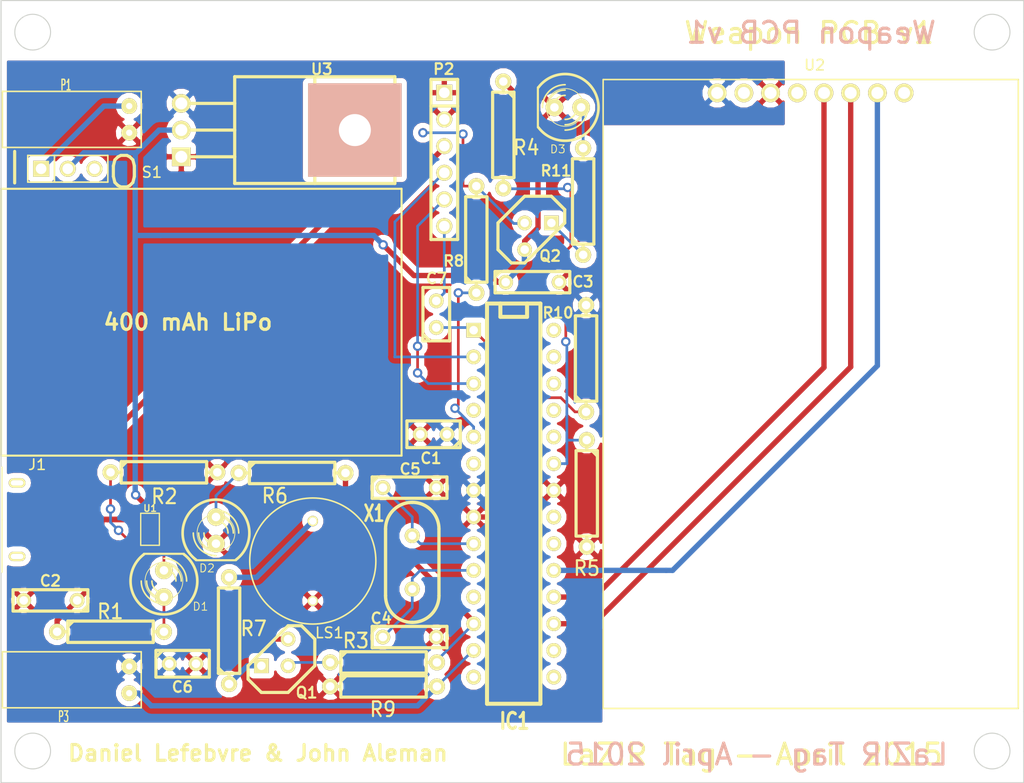
<source format=kicad_pcb>
(kicad_pcb (version 3) (host pcbnew "(2013-07-07 BZR 4022)-stable")

  (general
    (links 66)
    (no_connects 0)
    (area 32.002999 17.082299 129.590001 91.629701)
    (thickness 1.6)
    (drawings 28)
    (tracks 171)
    (zones 0)
    (modules 34)
    (nets 29)
  )

  (page A3)
  (layers
    (15 F.Cu signal)
    (0 B.Cu signal)
    (16 B.Adhes user hide)
    (17 F.Adhes user hide)
    (18 B.Paste user hide)
    (19 F.Paste user hide)
    (20 B.SilkS user hide)
    (21 F.SilkS user)
    (22 B.Mask user hide)
    (23 F.Mask user hide)
    (24 Dwgs.User user hide)
    (25 Cmts.User user hide)
    (26 Eco1.User user hide)
    (27 Eco2.User user hide)
    (28 Edge.Cuts user)
  )

  (setup
    (last_trace_width 0.508)
    (trace_clearance 0.254)
    (zone_clearance 0.508)
    (zone_45_only no)
    (trace_min 0.254)
    (segment_width 0.2)
    (edge_width 0.1)
    (via_size 0.889)
    (via_drill 0.508)
    (via_min_size 0.889)
    (via_min_drill 0.508)
    (uvia_size 0.508)
    (uvia_drill 0.127)
    (uvias_allowed no)
    (uvia_min_size 0.508)
    (uvia_min_drill 0.127)
    (pcb_text_width 0.3)
    (pcb_text_size 1.5 1.5)
    (mod_edge_width 0.15)
    (mod_text_size 1 1)
    (mod_text_width 0.15)
    (pad_size 1 1)
    (pad_drill 0.7)
    (pad_to_mask_clearance 0)
    (aux_axis_origin 0 0)
    (visible_elements 7FFFFF19)
    (pcbplotparams
      (layerselection 284196865)
      (usegerberextensions true)
      (excludeedgelayer true)
      (linewidth 0.150000)
      (plotframeref false)
      (viasonmask false)
      (mode 1)
      (useauxorigin false)
      (hpglpennumber 1)
      (hpglpenspeed 20)
      (hpglpendiameter 15)
      (hpglpenoverlay 2)
      (psnegative false)
      (psa4output false)
      (plotreference true)
      (plotvalue false)
      (plotothertext false)
      (plotinvisibletext false)
      (padsonsilk false)
      (subtractmaskfromsilk false)
      (outputformat 1)
      (mirror false)
      (drillshape 0)
      (scaleselection 1)
      (outputdirectory ""))
  )

  (net 0 "")
  (net 1 +3.3V)
  (net 2 GND)
  (net 3 LED-Driver)
  (net 4 LED/Buzzer)
  (net 5 N-000001)
  (net 6 N-0000012)
  (net 7 N-0000013)
  (net 8 N-0000014)
  (net 9 N-0000017)
  (net 10 N-0000022)
  (net 11 N-0000023)
  (net 12 N-0000033)
  (net 13 N-0000042)
  (net 14 N-0000043)
  (net 15 N-0000044)
  (net 16 N-000005)
  (net 17 N-000008)
  (net 18 N-000009)
  (net 19 RFID-MISO)
  (net 20 RFID-MOSI)
  (net 21 RFID-SCK)
  (net 22 Reset)
  (net 23 Trigger)
  (net 24 USBV)
  (net 25 Uart-Rx)
  (net 26 Uart-Tx)
  (net 27 V-Bat)
  (net 28 VoltageSense)

  (net_class Default "This is the default net class."
    (clearance 0.254)
    (trace_width 0.508)
    (via_dia 0.889)
    (via_drill 0.508)
    (uvia_dia 0.508)
    (uvia_drill 0.127)
    (add_net "")
    (add_net +3.3V)
    (add_net GND)
    (add_net LED-Driver)
    (add_net LED/Buzzer)
    (add_net N-000001)
    (add_net N-0000012)
    (add_net N-0000013)
    (add_net N-0000014)
    (add_net N-0000017)
    (add_net N-0000022)
    (add_net N-0000023)
    (add_net N-0000033)
    (add_net N-0000042)
    (add_net N-0000043)
    (add_net N-0000044)
    (add_net N-000005)
    (add_net N-000008)
    (add_net N-000009)
    (add_net RFID-MISO)
    (add_net RFID-MOSI)
    (add_net RFID-SCK)
    (add_net Reset)
    (add_net Trigger)
    (add_net USBV)
    (add_net Uart-Rx)
    (add_net Uart-Tx)
    (add_net V-Bat)
    (add_net VoltageSense)
  )

  (module DIP-28__300 (layer F.Cu) (tedit 554048EC) (tstamp 550B99F9)
    (at 81.026 65.024 270)
    (descr "28 pins DIL package, round pads, width 300mil")
    (tags DIL)
    (path /5501232B)
    (fp_text reference IC1 (at 20.701 -0.0762 360) (layer F.SilkS)
      (effects (font (size 1.524 1.143) (thickness 0.3048)))
    )
    (fp_text value ATMEGA328-P (at 10.16 0 270) (layer F.SilkS) hide
      (effects (font (size 1.524 1.143) (thickness 0.28575)))
    )
    (fp_line (start -19.05 -2.54) (end 19.05 -2.54) (layer F.SilkS) (width 0.381))
    (fp_line (start 19.05 -2.54) (end 19.05 2.54) (layer F.SilkS) (width 0.381))
    (fp_line (start 19.05 2.54) (end -19.05 2.54) (layer F.SilkS) (width 0.381))
    (fp_line (start -19.05 2.54) (end -19.05 -2.54) (layer F.SilkS) (width 0.381))
    (fp_line (start -19.05 -1.27) (end -17.78 -1.27) (layer F.SilkS) (width 0.381))
    (fp_line (start -17.78 -1.27) (end -17.78 1.27) (layer F.SilkS) (width 0.381))
    (fp_line (start -17.78 1.27) (end -19.05 1.27) (layer F.SilkS) (width 0.381))
    (pad 2 thru_hole circle (at -13.97 3.81 270) (size 1.397 1.397) (drill 0.8128)
      (layers *.Cu *.Mask F.SilkS)
      (net 25 Uart-Rx)
    )
    (pad 3 thru_hole circle (at -11.43 3.81 270) (size 1.397 1.397) (drill 0.8128)
      (layers *.Cu *.Mask F.SilkS)
      (net 26 Uart-Tx)
    )
    (pad 4 thru_hole circle (at -8.89 3.81 270) (size 1.397 1.397) (drill 0.8128)
      (layers *.Cu *.Mask F.SilkS)
    )
    (pad 5 thru_hole circle (at -6.35 3.81 270) (size 1.397 1.397) (drill 0.8128)
      (layers *.Cu *.Mask F.SilkS)
      (net 3 LED-Driver)
    )
    (pad 6 thru_hole circle (at -3.81 3.81 270) (size 1.397 1.397) (drill 0.8128)
      (layers *.Cu *.Mask F.SilkS)
    )
    (pad 7 thru_hole circle (at -1.27 3.81 270) (size 1.397 1.397) (drill 0.8128)
      (layers *.Cu *.Mask F.SilkS)
      (net 1 +3.3V)
    )
    (pad 8 thru_hole circle (at 1.27 3.81 270) (size 1.397 1.397) (drill 0.8128)
      (layers *.Cu *.Mask F.SilkS)
      (net 2 GND)
    )
    (pad 9 thru_hole circle (at 3.81 3.81 270) (size 1.397 1.397) (drill 0.8128)
      (layers *.Cu *.Mask F.SilkS)
      (net 10 N-0000022)
    )
    (pad 10 thru_hole circle (at 6.35 3.81 270) (size 1.397 1.397) (drill 0.8128)
      (layers *.Cu *.Mask F.SilkS)
      (net 11 N-0000023)
    )
    (pad 11 thru_hole circle (at 8.89 3.81 270) (size 1.397 1.397) (drill 0.8128)
      (layers *.Cu *.Mask F.SilkS)
    )
    (pad 12 thru_hole circle (at 11.43 3.81 270) (size 1.397 1.397) (drill 0.8128)
      (layers *.Cu *.Mask F.SilkS)
      (net 4 LED/Buzzer)
    )
    (pad 13 thru_hole circle (at 13.97 3.81 270) (size 1.397 1.397) (drill 0.8128)
      (layers *.Cu *.Mask F.SilkS)
      (net 23 Trigger)
    )
    (pad 14 thru_hole circle (at 16.51 3.81 270) (size 1.397 1.397) (drill 0.8128)
      (layers *.Cu *.Mask F.SilkS)
    )
    (pad 1 thru_hole rect (at -16.51 3.81 270) (size 1.397 1.397) (drill 0.8128)
      (layers *.Cu *.Mask F.SilkS)
      (net 22 Reset)
    )
    (pad 15 thru_hole circle (at 16.51 -3.81 270) (size 1.397 1.397) (drill 0.8128)
      (layers *.Cu *.Mask F.SilkS)
    )
    (pad 16 thru_hole circle (at 13.97 -3.81 270) (size 1.397 1.397) (drill 0.8128)
      (layers *.Cu *.Mask F.SilkS)
    )
    (pad 17 thru_hole circle (at 11.43 -3.81 270) (size 1.397 1.397) (drill 0.8128)
      (layers *.Cu *.Mask F.SilkS)
      (net 20 RFID-MOSI)
    )
    (pad 18 thru_hole circle (at 8.89 -3.81 270) (size 1.397 1.397) (drill 0.8128)
      (layers *.Cu *.Mask F.SilkS)
      (net 19 RFID-MISO)
    )
    (pad 19 thru_hole circle (at 6.35 -3.81 270) (size 1.397 1.397) (drill 0.8128)
      (layers *.Cu *.Mask F.SilkS)
      (net 21 RFID-SCK)
    )
    (pad 20 thru_hole circle (at 3.81 -3.81 270) (size 1.397 1.397) (drill 0.8128)
      (layers *.Cu *.Mask F.SilkS)
    )
    (pad 21 thru_hole circle (at 1.27 -3.81 270) (size 1.397 1.397) (drill 0.8128)
      (layers *.Cu *.Mask F.SilkS)
    )
    (pad 22 thru_hole circle (at -1.27 -3.81 270) (size 1.397 1.397) (drill 0.8128)
      (layers *.Cu *.Mask F.SilkS)
      (net 2 GND)
    )
    (pad 23 thru_hole circle (at -3.81 -3.81 270) (size 1.397 1.397) (drill 0.8128)
      (layers *.Cu *.Mask F.SilkS)
      (net 28 VoltageSense)
    )
    (pad 24 thru_hole circle (at -6.35 -3.81 270) (size 1.397 1.397) (drill 0.8128)
      (layers *.Cu *.Mask F.SilkS)
    )
    (pad 25 thru_hole circle (at -8.89 -3.81 270) (size 1.397 1.397) (drill 0.8128)
      (layers *.Cu *.Mask F.SilkS)
    )
    (pad 26 thru_hole circle (at -11.43 -3.81 270) (size 1.397 1.397) (drill 0.8128)
      (layers *.Cu *.Mask F.SilkS)
    )
    (pad 27 thru_hole circle (at -13.97 -3.81 270) (size 1.397 1.397) (drill 0.8128)
      (layers *.Cu *.Mask F.SilkS)
    )
    (pad 28 thru_hole circle (at -16.51 -3.81 270) (size 1.397 1.397) (drill 0.8128)
      (layers *.Cu *.Mask F.SilkS)
    )
    (model dil/dil_28-w300.wrl
      (at (xyz 0 0 0))
      (scale (xyz 1 1 1))
      (rotate (xyz 0 0 0))
    )
  )

  (module TO92 (layer F.Cu) (tedit 55404887) (tstamp 550B9856)
    (at 58.293 79.1845 180)
    (descr "Transistor TO92 brochage type BC237")
    (tags "TR TO92")
    (path /550F9896)
    (fp_text reference Q1 (at -3.03276 -3.83286 180) (layer F.SilkS)
      (effects (font (size 1.016 1.016) (thickness 0.2032)))
    )
    (fp_text value NPN (at -0.87884 -2.69494 180) (layer F.SilkS) hide
      (effects (font (size 1.016 1.016) (thickness 0.2032)))
    )
    (fp_line (start -1.27 2.54) (end 2.54 -1.27) (layer F.SilkS) (width 0.3048))
    (fp_line (start 2.54 -1.27) (end 2.54 -2.54) (layer F.SilkS) (width 0.3048))
    (fp_line (start 2.54 -2.54) (end 1.27 -3.81) (layer F.SilkS) (width 0.3048))
    (fp_line (start 1.27 -3.81) (end -1.27 -3.81) (layer F.SilkS) (width 0.3048))
    (fp_line (start -1.27 -3.81) (end -3.81 -1.27) (layer F.SilkS) (width 0.3048))
    (fp_line (start -3.81 -1.27) (end -3.81 1.27) (layer F.SilkS) (width 0.3048))
    (fp_line (start -3.81 1.27) (end -2.54 2.54) (layer F.SilkS) (width 0.3048))
    (fp_line (start -2.54 2.54) (end -1.27 2.54) (layer F.SilkS) (width 0.3048))
    (pad 1 thru_hole rect (at 1.27 -1.27 180) (size 1.397 1.397) (drill 0.8128)
      (layers *.Cu *.Mask F.SilkS)
      (net 7 N-0000013)
    )
    (pad 2 thru_hole circle (at -1.27 -1.27 180) (size 1.397 1.397) (drill 0.8128)
      (layers *.Cu *.Mask F.SilkS)
      (net 6 N-0000012)
    )
    (pad 3 thru_hole circle (at -1.27 1.27 180) (size 1.397 1.397) (drill 0.8128)
      (layers *.Cu *.Mask F.SilkS)
      (net 27 V-Bat)
    )
    (model discret/to98.wrl
      (at (xyz 0 0 0))
      (scale (xyz 1 1 1))
      (rotate (xyz 0 0 0))
    )
  )

  (module SOT23-5 (layer F.Cu) (tedit 5540490F) (tstamp 550B9863)
    (at 46.4312 67.4624 90)
    (path /55012349)
    (attr smd)
    (fp_text reference U1 (at 1.99644 0.00508 180) (layer F.SilkS)
      (effects (font (size 0.635 0.635) (thickness 0.127)))
    )
    (fp_text value MCP73831 (at 2.0066 -0.0762 180) (layer F.SilkS) hide
      (effects (font (size 0.635 0.635) (thickness 0.127)))
    )
    (fp_line (start 1.524 -0.889) (end 1.524 0.889) (layer F.SilkS) (width 0.127))
    (fp_line (start 1.524 0.889) (end -1.524 0.889) (layer F.SilkS) (width 0.127))
    (fp_line (start -1.524 0.889) (end -1.524 -0.889) (layer F.SilkS) (width 0.127))
    (fp_line (start -1.524 -0.889) (end 1.524 -0.889) (layer F.SilkS) (width 0.127))
    (pad 1 smd rect (at -0.9525 1.27 90) (size 0.508 0.762)
      (layers F.Cu F.Paste F.Mask)
      (net 16 N-000005)
    )
    (pad 3 smd rect (at 0.9525 1.27 90) (size 0.508 0.762)
      (layers F.Cu F.Paste F.Mask)
      (net 27 V-Bat)
    )
    (pad 5 smd rect (at -0.9525 -1.27 90) (size 0.508 0.762)
      (layers F.Cu F.Paste F.Mask)
      (net 18 N-000009)
    )
    (pad 2 smd rect (at 0 1.27 90) (size 0.508 0.762)
      (layers F.Cu F.Paste F.Mask)
      (net 2 GND)
    )
    (pad 4 smd rect (at 0.9525 -1.27 90) (size 0.508 0.762)
      (layers F.Cu F.Paste F.Mask)
      (net 24 USBV)
    )
    (model smd/SOT23_5.wrl
      (at (xyz 0 0 0))
      (scale (xyz 0.1 0.1 0.1))
      (rotate (xyz 0 0 0))
    )
  )

  (module R4 (layer F.Cu) (tedit 5540497B) (tstamp 550F3B25)
    (at 80.0354 29.9212 270)
    (descr "Resitance 4 pas")
    (tags R)
    (path /55012D9E)
    (autoplace_cost180 10)
    (fp_text reference R4 (at 1.20904 -2.1844 360) (layer F.SilkS)
      (effects (font (size 1.397 1.27) (thickness 0.2032)))
    )
    (fp_text value 10k (at 0 0 270) (layer F.SilkS) hide
      (effects (font (size 1.397 1.27) (thickness 0.2032)))
    )
    (fp_line (start -5.08 0) (end -4.064 0) (layer F.SilkS) (width 0.3048))
    (fp_line (start -4.064 0) (end -4.064 -1.016) (layer F.SilkS) (width 0.3048))
    (fp_line (start -4.064 -1.016) (end 4.064 -1.016) (layer F.SilkS) (width 0.3048))
    (fp_line (start 4.064 -1.016) (end 4.064 1.016) (layer F.SilkS) (width 0.3048))
    (fp_line (start 4.064 1.016) (end -4.064 1.016) (layer F.SilkS) (width 0.3048))
    (fp_line (start -4.064 1.016) (end -4.064 0) (layer F.SilkS) (width 0.3048))
    (fp_line (start -4.064 -0.508) (end -3.556 -1.016) (layer F.SilkS) (width 0.3048))
    (fp_line (start 5.08 0) (end 4.064 0) (layer F.SilkS) (width 0.3048))
    (pad 1 thru_hole circle (at -5.08 0 270) (size 1.524 1.524) (drill 0.8128)
      (layers *.Cu *.Mask F.SilkS)
      (net 27 V-Bat)
    )
    (pad 2 thru_hole circle (at 5.08 0 270) (size 1.524 1.524) (drill 0.8128)
      (layers *.Cu *.Mask F.SilkS)
      (net 28 VoltageSense)
    )
    (model discret/resistor.wrl
      (at (xyz 0 0 0))
      (scale (xyz 0.4 0.4 0.4))
      (rotate (xyz 0 0 0))
    )
  )

  (module R4 (layer F.Cu) (tedit 55404896) (tstamp 550F3682)
    (at 68.6435 80.137)
    (descr "Resitance 4 pas")
    (tags R)
    (path /550F989C)
    (autoplace_cost180 10)
    (fp_text reference R3 (at -2.63398 -2.06756) (layer F.SilkS)
      (effects (font (size 1.397 1.27) (thickness 0.2032)))
    )
    (fp_text value 560 (at 0 0) (layer F.SilkS) hide
      (effects (font (size 1.397 1.27) (thickness 0.2032)))
    )
    (fp_line (start -5.08 0) (end -4.064 0) (layer F.SilkS) (width 0.3048))
    (fp_line (start -4.064 0) (end -4.064 -1.016) (layer F.SilkS) (width 0.3048))
    (fp_line (start -4.064 -1.016) (end 4.064 -1.016) (layer F.SilkS) (width 0.3048))
    (fp_line (start 4.064 -1.016) (end 4.064 1.016) (layer F.SilkS) (width 0.3048))
    (fp_line (start 4.064 1.016) (end -4.064 1.016) (layer F.SilkS) (width 0.3048))
    (fp_line (start -4.064 1.016) (end -4.064 0) (layer F.SilkS) (width 0.3048))
    (fp_line (start -4.064 -0.508) (end -3.556 -1.016) (layer F.SilkS) (width 0.3048))
    (fp_line (start 5.08 0) (end 4.064 0) (layer F.SilkS) (width 0.3048))
    (pad 1 thru_hole circle (at -5.08 0) (size 1.524 1.524) (drill 0.8128)
      (layers *.Cu *.Mask F.SilkS)
      (net 6 N-0000012)
    )
    (pad 2 thru_hole circle (at 5.08 0) (size 1.524 1.524) (drill 0.8128)
      (layers *.Cu *.Mask F.SilkS)
      (net 4 LED/Buzzer)
    )
    (model discret/resistor.wrl
      (at (xyz 0 0 0))
      (scale (xyz 0.4 0.4 0.4))
      (rotate (xyz 0 0 0))
    )
  )

  (module R4 (layer F.Cu) (tedit 5540486B) (tstamp 550B989B)
    (at 42.672 77.216)
    (descr "Resitance 4 pas")
    (tags R)
    (path /5501234A)
    (autoplace_cost180 10)
    (fp_text reference R1 (at -0.0254 -1.92532) (layer F.SilkS)
      (effects (font (size 1.397 1.27) (thickness 0.2032)))
    )
    (fp_text value 330 (at 0 0) (layer F.SilkS) hide
      (effects (font (size 1.397 1.27) (thickness 0.2032)))
    )
    (fp_line (start -5.08 0) (end -4.064 0) (layer F.SilkS) (width 0.3048))
    (fp_line (start -4.064 0) (end -4.064 -1.016) (layer F.SilkS) (width 0.3048))
    (fp_line (start -4.064 -1.016) (end 4.064 -1.016) (layer F.SilkS) (width 0.3048))
    (fp_line (start 4.064 -1.016) (end 4.064 1.016) (layer F.SilkS) (width 0.3048))
    (fp_line (start 4.064 1.016) (end -4.064 1.016) (layer F.SilkS) (width 0.3048))
    (fp_line (start -4.064 1.016) (end -4.064 0) (layer F.SilkS) (width 0.3048))
    (fp_line (start -4.064 -0.508) (end -3.556 -1.016) (layer F.SilkS) (width 0.3048))
    (fp_line (start 5.08 0) (end 4.064 0) (layer F.SilkS) (width 0.3048))
    (pad 1 thru_hole circle (at -5.08 0) (size 1.524 1.524) (drill 0.8128)
      (layers *.Cu *.Mask F.SilkS)
      (net 24 USBV)
    )
    (pad 2 thru_hole circle (at 5.08 0) (size 1.524 1.524) (drill 0.8128)
      (layers *.Cu *.Mask F.SilkS)
      (net 17 N-000008)
    )
    (model discret/resistor.wrl
      (at (xyz 0 0 0))
      (scale (xyz 0.4 0.4 0.4))
      (rotate (xyz 0 0 0))
    )
  )

  (module R4 (layer F.Cu) (tedit 5540493F) (tstamp 550B98A9)
    (at 87.9729 64.0461 270)
    (descr "Resitance 4 pas")
    (tags R)
    (path /55012DAD)
    (autoplace_cost180 10)
    (fp_text reference R5 (at 7.12978 -0.00254 360) (layer F.SilkS)
      (effects (font (size 1.397 1.27) (thickness 0.2032)))
    )
    (fp_text value 10k (at 0 0 270) (layer F.SilkS) hide
      (effects (font (size 1.397 1.27) (thickness 0.2032)))
    )
    (fp_line (start -5.08 0) (end -4.064 0) (layer F.SilkS) (width 0.3048))
    (fp_line (start -4.064 0) (end -4.064 -1.016) (layer F.SilkS) (width 0.3048))
    (fp_line (start -4.064 -1.016) (end 4.064 -1.016) (layer F.SilkS) (width 0.3048))
    (fp_line (start 4.064 -1.016) (end 4.064 1.016) (layer F.SilkS) (width 0.3048))
    (fp_line (start 4.064 1.016) (end -4.064 1.016) (layer F.SilkS) (width 0.3048))
    (fp_line (start -4.064 1.016) (end -4.064 0) (layer F.SilkS) (width 0.3048))
    (fp_line (start -4.064 -0.508) (end -3.556 -1.016) (layer F.SilkS) (width 0.3048))
    (fp_line (start 5.08 0) (end 4.064 0) (layer F.SilkS) (width 0.3048))
    (pad 1 thru_hole circle (at -5.08 0 270) (size 1.524 1.524) (drill 0.8128)
      (layers *.Cu *.Mask F.SilkS)
      (net 28 VoltageSense)
    )
    (pad 2 thru_hole circle (at 5.08 0 270) (size 1.524 1.524) (drill 0.8128)
      (layers *.Cu *.Mask F.SilkS)
      (net 2 GND)
    )
    (model discret/resistor.wrl
      (at (xyz 0 0 0))
      (scale (xyz 0.4 0.4 0.4))
      (rotate (xyz 0 0 0))
    )
  )

  (module R4 (layer F.Cu) (tedit 55404966) (tstamp 550B98B7)
    (at 77.47 39.878 90)
    (descr "Resitance 4 pas")
    (tags R)
    (path /55012341)
    (autoplace_cost180 10)
    (fp_text reference R8 (at -2.04724 -2.15392 180) (layer F.SilkS)
      (effects (font (size 1 1) (thickness 0.2032)))
    )
    (fp_text value 560 (at 0 0 90) (layer F.SilkS) hide
      (effects (font (size 1.397 1.27) (thickness 0.2032)))
    )
    (fp_line (start -5.08 0) (end -4.064 0) (layer F.SilkS) (width 0.3048))
    (fp_line (start -4.064 0) (end -4.064 -1.016) (layer F.SilkS) (width 0.3048))
    (fp_line (start -4.064 -1.016) (end 4.064 -1.016) (layer F.SilkS) (width 0.3048))
    (fp_line (start 4.064 -1.016) (end 4.064 1.016) (layer F.SilkS) (width 0.3048))
    (fp_line (start 4.064 1.016) (end -4.064 1.016) (layer F.SilkS) (width 0.3048))
    (fp_line (start -4.064 1.016) (end -4.064 0) (layer F.SilkS) (width 0.3048))
    (fp_line (start -4.064 -0.508) (end -3.556 -1.016) (layer F.SilkS) (width 0.3048))
    (fp_line (start 5.08 0) (end 4.064 0) (layer F.SilkS) (width 0.3048))
    (pad 1 thru_hole circle (at -5.08 0 90) (size 1.524 1.524) (drill 0.8128)
      (layers *.Cu *.Mask F.SilkS)
      (net 3 LED-Driver)
    )
    (pad 2 thru_hole circle (at 5.08 0 90) (size 1.524 1.524) (drill 0.8128)
      (layers *.Cu *.Mask F.SilkS)
      (net 13 N-0000042)
    )
    (model discret/resistor.wrl
      (at (xyz 0 0 0))
      (scale (xyz 0.4 0.4 0.4))
      (rotate (xyz 0 0 0))
    )
  )

  (module R4 (layer F.Cu) (tedit 5540491B) (tstamp 550B98C5)
    (at 59.944 62.103)
    (descr "Resitance 4 pas")
    (tags R)
    (path /550129C5)
    (autoplace_cost180 10)
    (fp_text reference R6 (at -1.64084 2.16916) (layer F.SilkS)
      (effects (font (size 1.397 1.27) (thickness 0.2032)))
    )
    (fp_text value 1k (at 0 0) (layer F.SilkS) hide
      (effects (font (size 1.397 1.27) (thickness 0.2032)))
    )
    (fp_line (start -5.08 0) (end -4.064 0) (layer F.SilkS) (width 0.3048))
    (fp_line (start -4.064 0) (end -4.064 -1.016) (layer F.SilkS) (width 0.3048))
    (fp_line (start -4.064 -1.016) (end 4.064 -1.016) (layer F.SilkS) (width 0.3048))
    (fp_line (start 4.064 -1.016) (end 4.064 1.016) (layer F.SilkS) (width 0.3048))
    (fp_line (start 4.064 1.016) (end -4.064 1.016) (layer F.SilkS) (width 0.3048))
    (fp_line (start -4.064 1.016) (end -4.064 0) (layer F.SilkS) (width 0.3048))
    (fp_line (start -4.064 -0.508) (end -3.556 -1.016) (layer F.SilkS) (width 0.3048))
    (fp_line (start 5.08 0) (end 4.064 0) (layer F.SilkS) (width 0.3048))
    (pad 1 thru_hole circle (at -5.08 0) (size 1.524 1.524) (drill 0.8128)
      (layers *.Cu *.Mask F.SilkS)
      (net 9 N-0000017)
    )
    (pad 2 thru_hole circle (at 5.08 0) (size 1.524 1.524) (drill 0.8128)
      (layers *.Cu *.Mask F.SilkS)
      (net 4 LED/Buzzer)
    )
    (model discret/resistor.wrl
      (at (xyz 0 0 0))
      (scale (xyz 0.4 0.4 0.4))
      (rotate (xyz 0 0 0))
    )
  )

  (module R4 (layer F.Cu) (tedit 5540488F) (tstamp 550B98D3)
    (at 68.6435 82.423)
    (descr "Resitance 4 pas")
    (tags R)
    (path /55012B59)
    (autoplace_cost180 10)
    (fp_text reference R9 (at -0.0635 2.1844) (layer F.SilkS)
      (effects (font (size 1.397 1.27) (thickness 0.2032)))
    )
    (fp_text value 10k (at 0 0) (layer F.SilkS) hide
      (effects (font (size 1.397 1.27) (thickness 0.2032)))
    )
    (fp_line (start -5.08 0) (end -4.064 0) (layer F.SilkS) (width 0.3048))
    (fp_line (start -4.064 0) (end -4.064 -1.016) (layer F.SilkS) (width 0.3048))
    (fp_line (start -4.064 -1.016) (end 4.064 -1.016) (layer F.SilkS) (width 0.3048))
    (fp_line (start 4.064 -1.016) (end 4.064 1.016) (layer F.SilkS) (width 0.3048))
    (fp_line (start 4.064 1.016) (end -4.064 1.016) (layer F.SilkS) (width 0.3048))
    (fp_line (start -4.064 1.016) (end -4.064 0) (layer F.SilkS) (width 0.3048))
    (fp_line (start -4.064 -0.508) (end -3.556 -1.016) (layer F.SilkS) (width 0.3048))
    (fp_line (start 5.08 0) (end 4.064 0) (layer F.SilkS) (width 0.3048))
    (pad 1 thru_hole circle (at -5.08 0) (size 1.524 1.524) (drill 0.8128)
      (layers *.Cu *.Mask F.SilkS)
      (net 2 GND)
    )
    (pad 2 thru_hole circle (at 5.08 0) (size 1.524 1.524) (drill 0.8128)
      (layers *.Cu *.Mask F.SilkS)
      (net 23 Trigger)
    )
    (model discret/resistor.wrl
      (at (xyz 0 0 0))
      (scale (xyz 0.4 0.4 0.4))
      (rotate (xyz 0 0 0))
    )
  )

  (module R4 (layer F.Cu) (tedit 55404916) (tstamp 550B98E1)
    (at 47.752 62.0395)
    (descr "Resitance 4 pas")
    (tags R)
    (path /5501234D)
    (autoplace_cost180 10)
    (fp_text reference R2 (at 0.04064 2.2987) (layer F.SilkS)
      (effects (font (size 1.397 1.27) (thickness 0.2032)))
    )
    (fp_text value 2k (at 0 0) (layer F.SilkS) hide
      (effects (font (size 1.397 1.27) (thickness 0.2032)))
    )
    (fp_line (start -5.08 0) (end -4.064 0) (layer F.SilkS) (width 0.3048))
    (fp_line (start -4.064 0) (end -4.064 -1.016) (layer F.SilkS) (width 0.3048))
    (fp_line (start -4.064 -1.016) (end 4.064 -1.016) (layer F.SilkS) (width 0.3048))
    (fp_line (start 4.064 -1.016) (end 4.064 1.016) (layer F.SilkS) (width 0.3048))
    (fp_line (start 4.064 1.016) (end -4.064 1.016) (layer F.SilkS) (width 0.3048))
    (fp_line (start -4.064 1.016) (end -4.064 0) (layer F.SilkS) (width 0.3048))
    (fp_line (start -4.064 -0.508) (end -3.556 -1.016) (layer F.SilkS) (width 0.3048))
    (fp_line (start 5.08 0) (end 4.064 0) (layer F.SilkS) (width 0.3048))
    (pad 1 thru_hole circle (at -5.08 0) (size 1.524 1.524) (drill 0.8128)
      (layers *.Cu *.Mask F.SilkS)
      (net 18 N-000009)
    )
    (pad 2 thru_hole circle (at 5.08 0) (size 1.524 1.524) (drill 0.8128)
      (layers *.Cu *.Mask F.SilkS)
      (net 2 GND)
    )
    (model discret/resistor.wrl
      (at (xyz 0 0 0))
      (scale (xyz 0.4 0.4 0.4))
      (rotate (xyz 0 0 0))
    )
  )

  (module PIN_ARRAY-6X1 (layer F.Cu) (tedit 55404977) (tstamp 550B98F0)
    (at 74.422 32.258 270)
    (descr "Connecteur 6 pins")
    (tags "CONN DEV")
    (path /5501232C)
    (fp_text reference P2 (at -8.59536 0.0508 360) (layer F.SilkS)
      (effects (font (size 1.016 1.016) (thickness 0.2032)))
    )
    (fp_text value USB-TTL (at 1.3335 2.0955 270) (layer F.SilkS) hide
      (effects (font (size 1.016 0.889) (thickness 0.2032)))
    )
    (fp_line (start -7.62 1.27) (end -7.62 -1.27) (layer F.SilkS) (width 0.3048))
    (fp_line (start -7.62 -1.27) (end 7.62 -1.27) (layer F.SilkS) (width 0.3048))
    (fp_line (start 7.62 -1.27) (end 7.62 1.27) (layer F.SilkS) (width 0.3048))
    (fp_line (start 7.62 1.27) (end -7.62 1.27) (layer F.SilkS) (width 0.3048))
    (fp_line (start -5.08 1.27) (end -5.08 -1.27) (layer F.SilkS) (width 0.3048))
    (pad 1 thru_hole rect (at -6.35 0 270) (size 1.524 1.524) (drill 1.016)
      (layers *.Cu *.Mask F.SilkS)
      (net 2 GND)
    )
    (pad 2 thru_hole circle (at -3.81 0 270) (size 1.524 1.524) (drill 1.016)
      (layers *.Cu *.Mask F.SilkS)
      (net 2 GND)
    )
    (pad 3 thru_hole circle (at -1.27 0 270) (size 1.524 1.524) (drill 1.016)
      (layers *.Cu *.Mask F.SilkS)
      (net 24 USBV)
    )
    (pad 4 thru_hole circle (at 1.27 0 270) (size 1.524 1.524) (drill 1.016)
      (layers *.Cu *.Mask F.SilkS)
      (net 25 Uart-Rx)
    )
    (pad 5 thru_hole circle (at 3.81 0 270) (size 1.524 1.524) (drill 1.016)
      (layers *.Cu *.Mask F.SilkS)
      (net 26 Uart-Tx)
    )
    (pad 6 thru_hole circle (at 6.35 0 270) (size 1.524 1.524) (drill 1.016)
      (layers *.Cu *.Mask F.SilkS)
      (net 12 N-0000033)
    )
    (model pin_array/pins_array_6x1.wrl
      (at (xyz 0 0 0))
      (scale (xyz 1 1 1))
      (rotate (xyz 0 0 0))
    )
  )

  (module LED-5MM (layer F.Cu) (tedit 55404906) (tstamp 550B98FF)
    (at 47.752 72.644 90)
    (descr "LED 5mm - Lead pitch 100mil (2,54mm)")
    (tags "LED led 5mm 5MM 100mil 2,54mm")
    (path /5501234B)
    (fp_text reference D1 (at -2.17424 3.47472 180) (layer F.SilkS)
      (effects (font (size 0.762 0.762) (thickness 0.0889)))
    )
    (fp_text value RED (at 0 3.81 90) (layer F.SilkS) hide
      (effects (font (size 0.762 0.762) (thickness 0.0889)))
    )
    (fp_line (start 2.8448 1.905) (end 2.8448 -1.905) (layer F.SilkS) (width 0.2032))
    (fp_circle (center 0.254 0) (end -1.016 1.27) (layer F.SilkS) (width 0.0762))
    (fp_arc (start 0.254 0) (end 2.794 1.905) (angle 286.2) (layer F.SilkS) (width 0.254))
    (fp_arc (start 0.254 0) (end -0.889 0) (angle 90) (layer F.SilkS) (width 0.1524))
    (fp_arc (start 0.254 0) (end 1.397 0) (angle 90) (layer F.SilkS) (width 0.1524))
    (fp_arc (start 0.254 0) (end -1.397 0) (angle 90) (layer F.SilkS) (width 0.1524))
    (fp_arc (start 0.254 0) (end 1.905 0) (angle 90) (layer F.SilkS) (width 0.1524))
    (fp_arc (start 0.254 0) (end -1.905 0) (angle 90) (layer F.SilkS) (width 0.1524))
    (fp_arc (start 0.254 0) (end 2.413 0) (angle 90) (layer F.SilkS) (width 0.1524))
    (pad 1 thru_hole circle (at -1.27 0 90) (size 1.6764 1.6764) (drill 0.8128)
      (layers *.Cu *.Mask F.SilkS)
      (net 17 N-000008)
    )
    (pad 2 thru_hole circle (at 1.27 0 90) (size 1.6764 1.6764) (drill 0.8128)
      (layers *.Cu *.Mask F.SilkS)
      (net 16 N-000005)
    )
    (model discret/leds/led5_vertical_verde.wrl
      (at (xyz 0 0 0))
      (scale (xyz 1 1 1))
      (rotate (xyz 0 0 0))
    )
  )

  (module LED-5MM (layer F.Cu) (tedit 55404990) (tstamp 55404B0A)
    (at 86.1695 27.305 180)
    (descr "LED 5mm - Lead pitch 100mil (2,54mm)")
    (tags "LED led 5mm 5MM 100mil 2,54mm")
    (path /55012343)
    (fp_text reference D3 (at 0.94742 -3.97764 180) (layer F.SilkS)
      (effects (font (size 0.762 0.762) (thickness 0.0889)))
    )
    (fp_text value LED (at 0.254 2.3495 180) (layer F.SilkS) hide
      (effects (font (size 0.762 0.762) (thickness 0.0889)))
    )
    (fp_line (start 2.8448 1.905) (end 2.8448 -1.905) (layer F.SilkS) (width 0.2032))
    (fp_circle (center 0.254 0) (end -1.016 1.27) (layer F.SilkS) (width 0.0762))
    (fp_arc (start 0.254 0) (end 2.794 1.905) (angle 286.2) (layer F.SilkS) (width 0.254))
    (fp_arc (start 0.254 0) (end -0.889 0) (angle 90) (layer F.SilkS) (width 0.1524))
    (fp_arc (start 0.254 0) (end 1.397 0) (angle 90) (layer F.SilkS) (width 0.1524))
    (fp_arc (start 0.254 0) (end -1.397 0) (angle 90) (layer F.SilkS) (width 0.1524))
    (fp_arc (start 0.254 0) (end 1.905 0) (angle 90) (layer F.SilkS) (width 0.1524))
    (fp_arc (start 0.254 0) (end -1.905 0) (angle 90) (layer F.SilkS) (width 0.1524))
    (fp_arc (start 0.254 0) (end 2.413 0) (angle 90) (layer F.SilkS) (width 0.1524))
    (pad 1 thru_hole circle (at -1.27 0 180) (size 1.6764 1.6764) (drill 0.8128)
      (layers *.Cu *.Mask F.SilkS)
      (net 14 N-0000043)
    )
    (pad 2 thru_hole circle (at 1.27 0 180) (size 1.6764 1.6764) (drill 0.8128)
      (layers *.Cu *.Mask F.SilkS)
      (net 2 GND)
    )
    (model discret/leds/led5_vertical_verde.wrl
      (at (xyz 0 0 0))
      (scale (xyz 1 1 1))
      (rotate (xyz 0 0 0))
    )
  )

  (module LED-5MM (layer F.Cu) (tedit 55404900) (tstamp 550B991D)
    (at 52.705 67.564 270)
    (descr "LED 5mm - Lead pitch 100mil (2,54mm)")
    (tags "LED led 5mm 5MM 100mil 2,54mm")
    (path /550129CB)
    (fp_text reference D2 (at 3.6068 0.85852 360) (layer F.SilkS)
      (effects (font (size 0.762 0.762) (thickness 0.0889)))
    )
    (fp_text value LED (at 0 3.81 270) (layer F.SilkS) hide
      (effects (font (size 0.762 0.762) (thickness 0.0889)))
    )
    (fp_line (start 2.8448 1.905) (end 2.8448 -1.905) (layer F.SilkS) (width 0.2032))
    (fp_circle (center 0.254 0) (end -1.016 1.27) (layer F.SilkS) (width 0.0762))
    (fp_arc (start 0.254 0) (end 2.794 1.905) (angle 286.2) (layer F.SilkS) (width 0.254))
    (fp_arc (start 0.254 0) (end -0.889 0) (angle 90) (layer F.SilkS) (width 0.1524))
    (fp_arc (start 0.254 0) (end 1.397 0) (angle 90) (layer F.SilkS) (width 0.1524))
    (fp_arc (start 0.254 0) (end -1.397 0) (angle 90) (layer F.SilkS) (width 0.1524))
    (fp_arc (start 0.254 0) (end 1.905 0) (angle 90) (layer F.SilkS) (width 0.1524))
    (fp_arc (start 0.254 0) (end -1.905 0) (angle 90) (layer F.SilkS) (width 0.1524))
    (fp_arc (start 0.254 0) (end 2.413 0) (angle 90) (layer F.SilkS) (width 0.1524))
    (pad 1 thru_hole circle (at -1.27 0 270) (size 1.6764 1.6764) (drill 0.8128)
      (layers *.Cu *.Mask F.SilkS)
      (net 9 N-0000017)
    )
    (pad 2 thru_hole circle (at 1.27 0 270) (size 1.6764 1.6764) (drill 0.8128)
      (layers *.Cu *.Mask F.SilkS)
      (net 2 GND)
    )
    (model discret/leds/led5_vertical_verde.wrl
      (at (xyz 0 0 0))
      (scale (xyz 1 1 1))
      (rotate (xyz 0 0 0))
    )
  )

  (module HC-49V (layer F.Cu) (tedit 55404936) (tstamp 550B9929)
    (at 71.374 70.612 90)
    (descr "Quartz boitier HC-49 Vertical")
    (tags "QUARTZ DEV")
    (path /55012334)
    (autoplace_cost180 10)
    (fp_text reference X1 (at 4.65836 -3.6322 180) (layer F.SilkS)
      (effects (font (size 1.524 1) (thickness 0.25)))
    )
    (fp_text value 16MHz (at 0 3.81 90) (layer F.SilkS) hide
      (effects (font (size 1.524 1.524) (thickness 0.3048)))
    )
    (fp_line (start -3.175 2.54) (end 3.175 2.54) (layer F.SilkS) (width 0.3175))
    (fp_line (start -3.175 -2.54) (end 3.175 -2.54) (layer F.SilkS) (width 0.3175))
    (fp_arc (start 3.175 0) (end 3.175 -2.54) (angle 90) (layer F.SilkS) (width 0.3175))
    (fp_arc (start 3.175 0) (end 5.715 0) (angle 90) (layer F.SilkS) (width 0.3175))
    (fp_arc (start -3.175 0) (end -5.715 0) (angle 90) (layer F.SilkS) (width 0.3175))
    (fp_arc (start -3.175 0) (end -3.175 2.54) (angle 90) (layer F.SilkS) (width 0.3175))
    (pad 1 thru_hole circle (at -2.54 0 90) (size 1.4224 1.4224) (drill 0.762)
      (layers *.Cu *.Mask F.SilkS)
      (net 11 N-0000023)
    )
    (pad 2 thru_hole circle (at 2.54 0 90) (size 1.4224 1.4224) (drill 0.762)
      (layers *.Cu *.Mask F.SilkS)
      (net 10 N-0000022)
    )
    (model discret/xtal/crystal_hc18u_vertical.wrl
      (at (xyz 0 0 0))
      (scale (xyz 1 1 0.2))
      (rotate (xyz 0 0 0))
    )
  )

  (module C2 (layer F.Cu) (tedit 55404865) (tstamp 550F3047)
    (at 36.957 74.2315 180)
    (descr "Condensateur = 2 pas")
    (tags C)
    (path /55012347)
    (fp_text reference C2 (at 0.00508 1.85674 180) (layer F.SilkS)
      (effects (font (size 1.016 1.016) (thickness 0.2032)))
    )
    (fp_text value 4.7uF (at -0.0762 1.8542 180) (layer F.SilkS) hide
      (effects (font (size 1.016 1.016) (thickness 0.2032)))
    )
    (fp_line (start -3.556 -1.016) (end 3.556 -1.016) (layer F.SilkS) (width 0.3048))
    (fp_line (start 3.556 -1.016) (end 3.556 1.016) (layer F.SilkS) (width 0.3048))
    (fp_line (start 3.556 1.016) (end -3.556 1.016) (layer F.SilkS) (width 0.3048))
    (fp_line (start -3.556 1.016) (end -3.556 -1.016) (layer F.SilkS) (width 0.3048))
    (fp_line (start -3.556 -0.508) (end -3.048 -1.016) (layer F.SilkS) (width 0.3048))
    (pad 1 thru_hole circle (at -2.54 0 180) (size 1.397 1.397) (drill 0.8128)
      (layers *.Cu *.Mask F.SilkS)
      (net 24 USBV)
    )
    (pad 2 thru_hole circle (at 2.54 0 180) (size 1.397 1.397) (drill 0.8128)
      (layers *.Cu *.Mask F.SilkS)
      (net 2 GND)
    )
    (model discret/capa_2pas_5x5mm.wrl
      (at (xyz 0 0 0))
      (scale (xyz 1 1 1))
      (rotate (xyz 0 0 0))
    )
  )

  (module C2 (layer F.Cu) (tedit 55404957) (tstamp 550FA1FF)
    (at 82.804 43.942)
    (descr "Condensateur = 2 pas")
    (tags C)
    (path /5501234F)
    (fp_text reference C3 (at 4.81584 -0.04064) (layer F.SilkS)
      (effects (font (size 1.016 1.016) (thickness 0.2032)))
    )
    (fp_text value 4.7uF (at 0 0) (layer F.SilkS) hide
      (effects (font (size 1.016 1.016) (thickness 0.2032)))
    )
    (fp_line (start -3.556 -1.016) (end 3.556 -1.016) (layer F.SilkS) (width 0.3048))
    (fp_line (start 3.556 -1.016) (end 3.556 1.016) (layer F.SilkS) (width 0.3048))
    (fp_line (start 3.556 1.016) (end -3.556 1.016) (layer F.SilkS) (width 0.3048))
    (fp_line (start -3.556 1.016) (end -3.556 -1.016) (layer F.SilkS) (width 0.3048))
    (fp_line (start -3.556 -0.508) (end -3.048 -1.016) (layer F.SilkS) (width 0.3048))
    (pad 1 thru_hole circle (at -2.54 0) (size 1.397 1.397) (drill 0.8128)
      (layers *.Cu *.Mask F.SilkS)
      (net 27 V-Bat)
    )
    (pad 2 thru_hole circle (at 2.54 0) (size 1.397 1.397) (drill 0.8128)
      (layers *.Cu *.Mask F.SilkS)
      (net 2 GND)
    )
    (model discret/capa_2pas_5x5mm.wrl
      (at (xyz 0 0 0))
      (scale (xyz 1 1 1))
      (rotate (xyz 0 0 0))
    )
  )

  (module C2 (layer F.Cu) (tedit 55404899) (tstamp 550B9971)
    (at 71.12 77.724)
    (descr "Condensateur = 2 pas")
    (tags C)
    (path /55012330)
    (fp_text reference C4 (at -2.69748 -1.78308) (layer F.SilkS)
      (effects (font (size 1.016 1.016) (thickness 0.2032)))
    )
    (fp_text value 22pF (at 0 0) (layer F.SilkS) hide
      (effects (font (size 1.016 1.016) (thickness 0.2032)))
    )
    (fp_line (start -3.556 -1.016) (end 3.556 -1.016) (layer F.SilkS) (width 0.3048))
    (fp_line (start 3.556 -1.016) (end 3.556 1.016) (layer F.SilkS) (width 0.3048))
    (fp_line (start 3.556 1.016) (end -3.556 1.016) (layer F.SilkS) (width 0.3048))
    (fp_line (start -3.556 1.016) (end -3.556 -1.016) (layer F.SilkS) (width 0.3048))
    (fp_line (start -3.556 -0.508) (end -3.048 -1.016) (layer F.SilkS) (width 0.3048))
    (pad 1 thru_hole circle (at -2.54 0) (size 1.397 1.397) (drill 0.8128)
      (layers *.Cu *.Mask F.SilkS)
      (net 11 N-0000023)
    )
    (pad 2 thru_hole circle (at 2.54 0) (size 1.397 1.397) (drill 0.8128)
      (layers *.Cu *.Mask F.SilkS)
      (net 2 GND)
    )
    (model discret/capa_2pas_5x5mm.wrl
      (at (xyz 0 0 0))
      (scale (xyz 1 1 1))
      (rotate (xyz 0 0 0))
    )
  )

  (module C2 (layer F.Cu) (tedit 554048B1) (tstamp 550B997C)
    (at 71.12 63.5)
    (descr "Condensateur = 2 pas")
    (tags C)
    (path /5501232F)
    (fp_text reference C5 (at 0.05588 -1.76784) (layer F.SilkS)
      (effects (font (size 1.016 1.016) (thickness 0.2032)))
    )
    (fp_text value 22pF (at 0 0) (layer F.SilkS) hide
      (effects (font (size 1.016 1.016) (thickness 0.2032)))
    )
    (fp_line (start -3.556 -1.016) (end 3.556 -1.016) (layer F.SilkS) (width 0.3048))
    (fp_line (start 3.556 -1.016) (end 3.556 1.016) (layer F.SilkS) (width 0.3048))
    (fp_line (start 3.556 1.016) (end -3.556 1.016) (layer F.SilkS) (width 0.3048))
    (fp_line (start -3.556 1.016) (end -3.556 -1.016) (layer F.SilkS) (width 0.3048))
    (fp_line (start -3.556 -0.508) (end -3.048 -1.016) (layer F.SilkS) (width 0.3048))
    (pad 1 thru_hole circle (at -2.54 0) (size 1.397 1.397) (drill 0.8128)
      (layers *.Cu *.Mask F.SilkS)
      (net 10 N-0000022)
    )
    (pad 2 thru_hole circle (at 2.54 0) (size 1.397 1.397) (drill 0.8128)
      (layers *.Cu *.Mask F.SilkS)
      (net 2 GND)
    )
    (model discret/capa_2pas_5x5mm.wrl
      (at (xyz 0 0 0))
      (scale (xyz 1 1 1))
      (rotate (xyz 0 0 0))
    )
  )

  (module C1 (layer F.Cu) (tedit 55404872) (tstamp 550B9987)
    (at 49.53 80.264)
    (descr "Condensateur e = 1 pas")
    (tags C)
    (path /5501267A)
    (fp_text reference C6 (at -0.02032 2.2098) (layer F.SilkS)
      (effects (font (size 1.016 1.016) (thickness 0.2032)))
    )
    (fp_text value 100uF (at 0 -2.286) (layer F.SilkS) hide
      (effects (font (size 1.016 1.016) (thickness 0.2032)))
    )
    (fp_line (start -2.4892 -1.27) (end 2.54 -1.27) (layer F.SilkS) (width 0.3048))
    (fp_line (start 2.54 -1.27) (end 2.54 1.27) (layer F.SilkS) (width 0.3048))
    (fp_line (start 2.54 1.27) (end -2.54 1.27) (layer F.SilkS) (width 0.3048))
    (fp_line (start -2.54 1.27) (end -2.54 -1.27) (layer F.SilkS) (width 0.3048))
    (fp_line (start -2.54 -0.635) (end -1.905 -1.27) (layer F.SilkS) (width 0.3048))
    (pad 1 thru_hole circle (at -1.27 0) (size 1.397 1.397) (drill 0.8128)
      (layers *.Cu *.Mask F.SilkS)
      (net 1 +3.3V)
    )
    (pad 2 thru_hole circle (at 1.27 0) (size 1.397 1.397) (drill 0.8128)
      (layers *.Cu *.Mask F.SilkS)
      (net 2 GND)
    )
    (model discret/capa_1_pas.wrl
      (at (xyz 0 0 0))
      (scale (xyz 1 1 1))
      (rotate (xyz 0 0 0))
    )
  )

  (module C1 (layer F.Cu) (tedit 55404971) (tstamp 550B9992)
    (at 73.66 46.99 90)
    (descr "Condensateur e = 1 pas")
    (tags C)
    (path /55012337)
    (fp_text reference C7 (at 3.4036 0.0254 180) (layer F.SilkS)
      (effects (font (size 1.016 1.016) (thickness 0.2032)))
    )
    (fp_text value 0.1uF (at 0 -2.286 90) (layer F.SilkS) hide
      (effects (font (size 1.016 1.016) (thickness 0.2032)))
    )
    (fp_line (start -2.4892 -1.27) (end 2.54 -1.27) (layer F.SilkS) (width 0.3048))
    (fp_line (start 2.54 -1.27) (end 2.54 1.27) (layer F.SilkS) (width 0.3048))
    (fp_line (start 2.54 1.27) (end -2.54 1.27) (layer F.SilkS) (width 0.3048))
    (fp_line (start -2.54 1.27) (end -2.54 -1.27) (layer F.SilkS) (width 0.3048))
    (fp_line (start -2.54 -0.635) (end -1.905 -1.27) (layer F.SilkS) (width 0.3048))
    (pad 1 thru_hole circle (at -1.27 0 90) (size 1.397 1.397) (drill 0.8128)
      (layers *.Cu *.Mask F.SilkS)
      (net 22 Reset)
    )
    (pad 2 thru_hole circle (at 1.27 0 90) (size 1.397 1.397) (drill 0.8128)
      (layers *.Cu *.Mask F.SilkS)
      (net 12 N-0000033)
    )
    (model discret/capa_1_pas.wrl
      (at (xyz 0 0 0))
      (scale (xyz 1 1 1))
      (rotate (xyz 0 0 0))
    )
  )

  (module C1 (layer F.Cu) (tedit 3F92C496) (tstamp 550B999D)
    (at 73.406 58.42 180)
    (descr "Condensateur e = 1 pas")
    (tags C)
    (path /55012331)
    (fp_text reference C1 (at 0.254 -2.286 180) (layer F.SilkS)
      (effects (font (size 1.016 1.016) (thickness 0.2032)))
    )
    (fp_text value 0.1uF (at 0 -2.286 180) (layer F.SilkS) hide
      (effects (font (size 1.016 1.016) (thickness 0.2032)))
    )
    (fp_line (start -2.4892 -1.27) (end 2.54 -1.27) (layer F.SilkS) (width 0.3048))
    (fp_line (start 2.54 -1.27) (end 2.54 1.27) (layer F.SilkS) (width 0.3048))
    (fp_line (start 2.54 1.27) (end -2.54 1.27) (layer F.SilkS) (width 0.3048))
    (fp_line (start -2.54 1.27) (end -2.54 -1.27) (layer F.SilkS) (width 0.3048))
    (fp_line (start -2.54 -0.635) (end -1.905 -1.27) (layer F.SilkS) (width 0.3048))
    (pad 1 thru_hole circle (at -1.27 0 180) (size 1.397 1.397) (drill 0.8128)
      (layers *.Cu *.Mask F.SilkS)
      (net 1 +3.3V)
    )
    (pad 2 thru_hole circle (at 1.27 0 180) (size 1.397 1.397) (drill 0.8128)
      (layers *.Cu *.Mask F.SilkS)
      (net 2 GND)
    )
    (model discret/capa_1_pas.wrl
      (at (xyz 0 0 0))
      (scale (xyz 1 1 1))
      (rotate (xyz 0 0 0))
    )
  )

  (module RFID-RC522 (layer F.Cu) (tedit 554049B0) (tstamp 550F413B)
    (at 129.032 84.5185 180)
    (path /5501232D)
    (fp_text reference U2 (at 19.3802 61.23686 180) (layer F.SilkS)
      (effects (font (size 1 1) (thickness 0.15)))
    )
    (fp_text value RFID-RC522 (at 19.7866 15.7226 180) (layer F.SilkS) hide
      (effects (font (size 1 1) (thickness 0.15)))
    )
    (fp_line (start 0.005 59.865) (end 0.005 0.005) (layer F.SilkS) (width 0.15))
    (fp_line (start 39.495 59.865) (end 0.005 59.865) (layer F.SilkS) (width 0.15))
    (fp_line (start 0.01 0) (end 39.5 0) (layer F.SilkS) (width 0.15))
    (fp_line (start 39.5 0) (end 39.5 59.86) (layer F.SilkS) (width 0.15))
    (pad 1 thru_hole circle (at 10.8712 58.59018 180) (size 1.778 1.778) (drill 1.143)
      (layers *.Cu *.Mask F.SilkS)
    )
    (pad 2 thru_hole circle (at 13.4112 58.59018 180) (size 1.778 1.778) (drill 1.143)
      (layers *.Cu *.Mask F.SilkS)
      (net 21 RFID-SCK)
    )
    (pad 3 thru_hole circle (at 15.9512 58.59018 180) (size 1.778 1.778) (drill 1.143)
      (layers *.Cu *.Mask F.SilkS)
      (net 20 RFID-MOSI)
    )
    (pad 4 thru_hole circle (at 18.4912 58.59018 180) (size 1.778 1.778) (drill 1.143)
      (layers *.Cu *.Mask F.SilkS)
      (net 19 RFID-MISO)
    )
    (pad 5 thru_hole circle (at 21.03374 58.59018 180) (size 1.778 1.778) (drill 1.143)
      (layers *.Cu *.Mask F.SilkS)
    )
    (pad 6 thru_hole circle (at 23.5712 58.59018 180) (size 1.778 1.778) (drill 1.143)
      (layers *.Cu *.Mask F.SilkS)
      (net 2 GND)
    )
    (pad 7 thru_hole circle (at 26.1112 58.59018 180) (size 1.778 1.778) (drill 1.143)
      (layers *.Cu *.Mask F.SilkS)
    )
    (pad 8 thru_hole circle (at 28.6512 58.59018 180) (size 1.778 1.778) (drill 1.143)
      (layers *.Cu *.Mask F.SilkS)
      (net 1 +3.3V)
    )
  )

  (module MicroUSB (layer F.Cu) (tedit 55404924) (tstamp 550BBADB)
    (at 33.782 66.548 270)
    (path /55012345)
    (fp_text reference J1 (at -5.23748 -1.91516 360) (layer F.SilkS)
      (effects (font (size 1 1) (thickness 0.15)))
    )
    (fp_text value MICRO_USB (at 0 -6.096 270) (layer F.SilkS) hide
      (effects (font (size 1 1) (thickness 0.15)))
    )
    (fp_line (start 0.025 1.45) (end -5 1.45) (layer F.SilkS) (width 0.15))
    (fp_line (start 0 1.45) (end 5 1.45) (layer F.SilkS) (width 0.15))
    (pad 1 smd rect (at -1.3 -4.025 270) (size 0.4 1.35)
      (layers F.Cu F.Paste F.Mask)
    )
    (pad 2 smd rect (at -0.65 -4.025 270) (size 0.4 1.35)
      (layers F.Cu F.Paste F.Mask)
    )
    (pad 3 smd rect (at 0 -4.025 270) (size 0.4 1.35)
      (layers F.Cu F.Paste F.Mask)
      (net 24 USBV)
    )
    (pad 4 smd rect (at 0.65 -4.025 270) (size 0.4 1.35)
      (layers F.Cu F.Paste F.Mask)
      (net 2 GND)
    )
    (pad 5 smd rect (at 1.3 -4.025 270) (size 0.4 1.35)
      (layers F.Cu F.Paste F.Mask)
    )
    (pad 6 smd rect (at -3.2 -3.55 270) (size 1.6 1.4)
      (layers F.Cu F.Paste F.Mask)
    )
    (pad 7 smd rect (at 3.2 -3.55 270) (size 1.6 1.4)
      (layers F.Cu F.Paste F.Mask)
    )
    (pad 8 thru_hole oval (at -3.5 0 270) (size 0.9 1.6) (drill oval 0.5 1.2)
      (layers *.Cu *.Mask F.SilkS)
    )
    (pad 9 thru_hole oval (at 3.5 0 270) (size 0.9 1.6) (drill oval 0.5 1.2)
      (layers *.Cu *.Mask F.SilkS)
    )
    (pad 10 smd rect (at -1.2 0 270) (size 1.9 1.9)
      (layers F.Cu F.Paste F.Mask)
    )
    (pad 11 smd rect (at 1.2 0 270) (size 1.9 1.9)
      (layers F.Cu F.Paste F.Mask)
    )
  )

  (module 2PinMaleCGrid90Deg (layer F.Cu) (tedit 554049A7) (tstamp 550BBAE5)
    (at 44.45 28.448 270)
    (path /55012354)
    (fp_text reference P1 (at -3.2766 6.0198 360) (layer F.SilkS)
      (effects (font (size 1 0.508) (thickness 0.127)))
    )
    (fp_text value 2P_CGRID_M (at 1.524 6.096 360) (layer F.SilkS) hide
      (effects (font (size 1 1) (thickness 0.15)))
    )
    (fp_line (start 2.667 12.065) (end -2.667 12.065) (layer F.SilkS) (width 0.15))
    (fp_line (start 2.667 12.065) (end 2.667 -1.143) (layer F.SilkS) (width 0.15))
    (fp_line (start -2.667 -1.143) (end -2.667 12.065) (layer F.SilkS) (width 0.15))
    (fp_line (start -2.667 -1.143) (end 2.667 -1.143) (layer F.SilkS) (width 0.15))
    (pad 1 thru_hole circle (at 1.27 0 270) (size 1.5 1.5) (drill 0.6)
      (layers *.Cu *.Mask F.SilkS)
      (net 2 GND)
    )
    (pad 2 thru_hole circle (at -1.27 0 270) (size 1.5 1.5) (drill 0.6)
      (layers *.Cu *.Mask F.SilkS)
      (net 5 N-000001)
    )
  )

  (module 2PinMaleCGrid90Deg (layer F.Cu) (tedit 554049BD) (tstamp 550BBAEF)
    (at 44.45 81.788 270)
    (path /550128C9)
    (fp_text reference P3 (at 3.5052 6.2484 360) (layer F.SilkS)
      (effects (font (size 1 0.508) (thickness 0.127)))
    )
    (fp_text value 2P_CGRID_M (at 1.016 6.096 360) (layer F.SilkS) hide
      (effects (font (size 1 1) (thickness 0.15)))
    )
    (fp_line (start 2.667 12.065) (end -2.667 12.065) (layer F.SilkS) (width 0.15))
    (fp_line (start 2.667 12.065) (end 2.667 -1.143) (layer F.SilkS) (width 0.15))
    (fp_line (start -2.667 -1.143) (end -2.667 12.065) (layer F.SilkS) (width 0.15))
    (fp_line (start -2.667 -1.143) (end 2.667 -1.143) (layer F.SilkS) (width 0.15))
    (pad 1 thru_hole circle (at 1.27 0 270) (size 1.5 1.5) (drill 0.6)
      (layers *.Cu *.Mask F.SilkS)
      (net 23 Trigger)
    )
    (pad 2 thru_hole circle (at -1.27 0 270) (size 1.5 1.5) (drill 0.6)
      (layers *.Cu *.Mask F.SilkS)
      (net 1 +3.3V)
    )
  )

  (module TO220 (layer F.Cu) (tedit 55404999) (tstamp 550F1F13)
    (at 49.403 29.464)
    (descr "Transistor TO 220")
    (tags "TR TO220 DEV")
    (path /5501260F)
    (fp_text reference U3 (at 13.3604 -5.79628) (layer F.SilkS)
      (effects (font (size 1.016 1.016) (thickness 0.2032)))
    )
    (fp_text value LM1084IT-3.3/NOPB (at 13.208 -3.81) (layer F.SilkS) hide
      (effects (font (size 1.016 1.016) (thickness 0.2032)))
    )
    (fp_line (start 0 -2.54) (end 5.08 -2.54) (layer F.SilkS) (width 0.3048))
    (fp_line (start 0 0) (end 5.08 0) (layer F.SilkS) (width 0.3048))
    (fp_line (start 0 2.54) (end 5.08 2.54) (layer F.SilkS) (width 0.3048))
    (fp_line (start 5.08 5.08) (end 20.32 5.08) (layer F.SilkS) (width 0.3048))
    (fp_line (start 20.32 5.08) (end 20.32 -5.08) (layer F.SilkS) (width 0.3048))
    (fp_line (start 20.32 -5.08) (end 5.08 -5.08) (layer F.SilkS) (width 0.3048))
    (fp_line (start 5.08 -5.08) (end 5.08 5.08) (layer F.SilkS) (width 0.3048))
    (fp_line (start 12.7 3.81) (end 12.7 -5.08) (layer F.SilkS) (width 0.3048))
    (fp_line (start 12.7 3.81) (end 12.7 5.08) (layer F.SilkS) (width 0.3048))
    (pad 1 thru_hole rect (at 0 2.54) (size 1.778 1.778) (drill 1.143)
      (layers *.Cu *.Mask F.SilkS)
      (net 2 GND)
    )
    (pad 2 thru_hole circle (at 0 -2.54) (size 1.778 1.778) (drill 1.143)
      (layers *.Cu *.Mask F.SilkS)
      (net 1 +3.3V)
    )
    (pad 3 thru_hole circle (at 0 0) (size 1.778 1.778) (drill 1.143)
      (layers *.Cu *.Mask F.SilkS)
      (net 27 V-Bat)
    )
    (pad 4 thru_hole rect (at 16.51 0) (size 8.89 8.89) (drill 3.048)
      (layers *.Cu *.SilkS *.Mask)
    )
    (model discret/to220_horiz.wrl
      (at (xyz 0 0 0))
      (scale (xyz 1 1 1))
      (rotate (xyz 0 0 0))
    )
  )

  (module TO92 (layer F.Cu) (tedit 5540495E) (tstamp 550F9E62)
    (at 83.3374 39.5732)
    (descr "Transistor TO92 brochage type BC237")
    (tags "TR TO92")
    (path /5501232E)
    (fp_text reference Q2 (at 1.15316 1.87452) (layer F.SilkS)
      (effects (font (size 1.016 1.016) (thickness 0.2032)))
    )
    (fp_text value NPN (at -0.0762 -2.6924) (layer F.SilkS) hide
      (effects (font (size 1.016 1.016) (thickness 0.2032)))
    )
    (fp_line (start -1.27 2.54) (end 2.54 -1.27) (layer F.SilkS) (width 0.3048))
    (fp_line (start 2.54 -1.27) (end 2.54 -2.54) (layer F.SilkS) (width 0.3048))
    (fp_line (start 2.54 -2.54) (end 1.27 -3.81) (layer F.SilkS) (width 0.3048))
    (fp_line (start 1.27 -3.81) (end -1.27 -3.81) (layer F.SilkS) (width 0.3048))
    (fp_line (start -1.27 -3.81) (end -3.81 -1.27) (layer F.SilkS) (width 0.3048))
    (fp_line (start -3.81 -1.27) (end -3.81 1.27) (layer F.SilkS) (width 0.3048))
    (fp_line (start -3.81 1.27) (end -2.54 2.54) (layer F.SilkS) (width 0.3048))
    (fp_line (start -2.54 2.54) (end -1.27 2.54) (layer F.SilkS) (width 0.3048))
    (pad 1 thru_hole rect (at 1.27 -1.27) (size 1.397 1.397) (drill 0.8128)
      (layers *.Cu *.Mask F.SilkS)
      (net 15 N-0000044)
    )
    (pad 2 thru_hole circle (at -1.27 -1.27) (size 1.397 1.397) (drill 0.8128)
      (layers *.Cu *.Mask F.SilkS)
      (net 13 N-0000042)
    )
    (pad 3 thru_hole circle (at -1.27 1.27) (size 1.397 1.397) (drill 0.8128)
      (layers *.Cu *.Mask F.SilkS)
      (net 27 V-Bat)
    )
    (model discret/to98.wrl
      (at (xyz 0 0 0))
      (scale (xyz 1 1 1))
      (rotate (xyz 0 0 0))
    )
  )

  (module R4 (layer F.Cu) (tedit 55404953) (tstamp 55306ADE)
    (at 87.9094 51.2064 90)
    (descr "Resitance 4 pas")
    (tags R)
    (path /55012339)
    (autoplace_cost180 10)
    (fp_text reference R10 (at 4.3434 -2.67208 180) (layer F.SilkS)
      (effects (font (size 1 1) (thickness 0.2032)))
    )
    (fp_text value 10k (at 0 0 90) (layer F.SilkS) hide
      (effects (font (size 1.397 1.27) (thickness 0.2032)))
    )
    (fp_line (start -5.08 0) (end -4.064 0) (layer F.SilkS) (width 0.3048))
    (fp_line (start -4.064 0) (end -4.064 -1.016) (layer F.SilkS) (width 0.3048))
    (fp_line (start -4.064 -1.016) (end 4.064 -1.016) (layer F.SilkS) (width 0.3048))
    (fp_line (start 4.064 -1.016) (end 4.064 1.016) (layer F.SilkS) (width 0.3048))
    (fp_line (start 4.064 1.016) (end -4.064 1.016) (layer F.SilkS) (width 0.3048))
    (fp_line (start -4.064 1.016) (end -4.064 0) (layer F.SilkS) (width 0.3048))
    (fp_line (start -4.064 -0.508) (end -3.556 -1.016) (layer F.SilkS) (width 0.3048))
    (fp_line (start 5.08 0) (end 4.064 0) (layer F.SilkS) (width 0.3048))
    (pad 1 thru_hole circle (at -5.08 0 90) (size 1.524 1.524) (drill 0.8128)
      (layers *.Cu *.Mask F.SilkS)
      (net 22 Reset)
    )
    (pad 2 thru_hole circle (at 5.08 0 90) (size 1.524 1.524) (drill 0.8128)
      (layers *.Cu *.Mask F.SilkS)
      (net 1 +3.3V)
    )
    (model discret/resistor.wrl
      (at (xyz 0 0 0))
      (scale (xyz 0.4 0.4 0.4))
      (rotate (xyz 0 0 0))
    )
  )

  (module R4 (layer F.Cu) (tedit 55404985) (tstamp 550F9E7E)
    (at 87.63 36.2585 90)
    (descr "Resitance 4 pas")
    (tags R)
    (path /55012342)
    (autoplace_cost180 10)
    (fp_text reference R11 (at 2.91846 -2.58064 180) (layer F.SilkS)
      (effects (font (size 1 1) (thickness 0.2032)))
    )
    (fp_text value 330 (at 0 0 90) (layer F.SilkS) hide
      (effects (font (size 1.397 1.27) (thickness 0.2032)))
    )
    (fp_line (start -5.08 0) (end -4.064 0) (layer F.SilkS) (width 0.3048))
    (fp_line (start -4.064 0) (end -4.064 -1.016) (layer F.SilkS) (width 0.3048))
    (fp_line (start -4.064 -1.016) (end 4.064 -1.016) (layer F.SilkS) (width 0.3048))
    (fp_line (start 4.064 -1.016) (end 4.064 1.016) (layer F.SilkS) (width 0.3048))
    (fp_line (start 4.064 1.016) (end -4.064 1.016) (layer F.SilkS) (width 0.3048))
    (fp_line (start -4.064 1.016) (end -4.064 0) (layer F.SilkS) (width 0.3048))
    (fp_line (start -4.064 -0.508) (end -3.556 -1.016) (layer F.SilkS) (width 0.3048))
    (fp_line (start 5.08 0) (end 4.064 0) (layer F.SilkS) (width 0.3048))
    (pad 1 thru_hole circle (at -5.08 0 90) (size 1.524 1.524) (drill 0.8128)
      (layers *.Cu *.Mask F.SilkS)
      (net 15 N-0000044)
    )
    (pad 2 thru_hole circle (at 5.08 0 90) (size 1.524 1.524) (drill 0.8128)
      (layers *.Cu *.Mask F.SilkS)
      (net 14 N-0000043)
    )
    (model discret/resistor.wrl
      (at (xyz 0 0 0))
      (scale (xyz 0.4 0.4 0.4))
      (rotate (xyz 0 0 0))
    )
  )

  (module PIN_ARRAY_3X1 (layer F.Cu) (tedit 55404A16) (tstamp 550F9E8A)
    (at 38.608 33.147)
    (descr "Connecteur 3 pins")
    (tags "CONN DEV")
    (path /550F6271)
    (fp_text reference S1 (at 7.99592 0.33528) (layer F.SilkS)
      (effects (font (size 1.016 1.016) (thickness 0.1524)))
    )
    (fp_text value SLIDESWITCH (at 0 -2.159) (layer F.SilkS) hide
      (effects (font (size 1.016 1.016) (thickness 0.1524)))
    )
    (fp_line (start -3.81 1.27) (end -3.81 -1.27) (layer F.SilkS) (width 0.1524))
    (fp_line (start -3.81 -1.27) (end 3.81 -1.27) (layer F.SilkS) (width 0.1524))
    (fp_line (start 3.81 -1.27) (end 3.81 1.27) (layer F.SilkS) (width 0.1524))
    (fp_line (start 3.81 1.27) (end -3.81 1.27) (layer F.SilkS) (width 0.1524))
    (fp_line (start -1.27 -1.27) (end -1.27 1.27) (layer F.SilkS) (width 0.1524))
    (pad 1 thru_hole rect (at -2.54 0) (size 1.524 1.524) (drill 1.016)
      (layers *.Cu *.Mask F.SilkS)
      (net 5 N-000001)
    )
    (pad 2 thru_hole circle (at 0 0) (size 1.524 1.524) (drill 1.016)
      (layers *.Cu *.Mask F.SilkS)
      (net 27 V-Bat)
    )
    (pad 3 thru_hole circle (at 2.54 0) (size 1.524 1.524) (drill 1.016)
      (layers *.Cu *.Mask F.SilkS)
    )
    (model pin_array/pins_array_3x1.wrl
      (at (xyz 0 0 0))
      (scale (xyz 1 1 1))
      (rotate (xyz 0 0 0))
    )
  )

  (module AI-1223Buzzer (layer F.Cu) (tedit 5540492F) (tstamp 550FA0F3)
    (at 61.9125 70.485)
    (path /550F9CED)
    (fp_text reference LS1 (at 1.57734 6.8326) (layer F.SilkS)
      (effects (font (size 1 1) (thickness 0.15)))
    )
    (fp_text value BUZZER (at 0 2.2) (layer F.SilkS) hide
      (effects (font (size 1 1) (thickness 0.15)))
    )
    (fp_circle (center 0 0) (end 6 0) (layer F.SilkS) (width 0.15))
    (pad 1 thru_hole circle (at 0 -3.8) (size 1 1) (drill 0.7)
      (layers *.Cu *.Mask F.SilkS)
      (net 8 N-0000014)
    )
    (pad 2 thru_hole circle (at 0 3.8) (size 1 1) (drill 0.7)
      (layers *.Cu *.Mask F.SilkS)
      (net 2 GND)
    )
  )

  (module R4 (layer F.Cu) (tedit 55404878) (tstamp 55402D4D)
    (at 53.9496 77.1144 90)
    (descr "Resitance 4 pas")
    (tags R)
    (path /55402F27)
    (autoplace_cost180 10)
    (fp_text reference R7 (at 0.2032 2.3368 180) (layer F.SilkS)
      (effects (font (size 1.397 1.27) (thickness 0.2032)))
    )
    (fp_text value 220 (at 0 0 90) (layer F.SilkS) hide
      (effects (font (size 1.397 1.27) (thickness 0.2032)))
    )
    (fp_line (start -5.08 0) (end -4.064 0) (layer F.SilkS) (width 0.3048))
    (fp_line (start -4.064 0) (end -4.064 -1.016) (layer F.SilkS) (width 0.3048))
    (fp_line (start -4.064 -1.016) (end 4.064 -1.016) (layer F.SilkS) (width 0.3048))
    (fp_line (start 4.064 -1.016) (end 4.064 1.016) (layer F.SilkS) (width 0.3048))
    (fp_line (start 4.064 1.016) (end -4.064 1.016) (layer F.SilkS) (width 0.3048))
    (fp_line (start -4.064 1.016) (end -4.064 0) (layer F.SilkS) (width 0.3048))
    (fp_line (start -4.064 -0.508) (end -3.556 -1.016) (layer F.SilkS) (width 0.3048))
    (fp_line (start 5.08 0) (end 4.064 0) (layer F.SilkS) (width 0.3048))
    (pad 1 thru_hole circle (at -5.08 0 90) (size 1.524 1.524) (drill 0.8128)
      (layers *.Cu *.Mask F.SilkS)
      (net 7 N-0000013)
    )
    (pad 2 thru_hole circle (at 5.08 0 90) (size 1.524 1.524) (drill 0.8128)
      (layers *.Cu *.Mask F.SilkS)
      (net 8 N-0000014)
    )
    (model discret/resistor.wrl
      (at (xyz 0 0 0))
      (scale (xyz 0.4 0.4 0.4))
      (rotate (xyz 0 0 0))
    )
  )

  (gr_text I (at 33.5534 32.8676 180) (layer F.SilkS)
    (effects (font (size 3 3) (thickness 0.3)))
  )
  (gr_text O (at 43.942 33.5026) (layer F.SilkS)
    (effects (font (size 3 3) (thickness 0.3)))
  )
  (gr_text "Daniel Lefebvre & John Aleman" (at 56.6928 88.773) (layer F.SilkS)
    (effects (font (size 1.5 1.5) (thickness 0.3)))
  )
  (gr_circle (center 126.5301 88.5698) (end 124.8283 88.5698) (layer Edge.Cuts) (width 0.1))
  (gr_circle (center 35.2679 88.5698) (end 36.9697 88.5698) (layer Edge.Cuts) (width 0.1))
  (gr_circle (center 126.5301 20.1422) (end 124.8283 20.1422) (layer Edge.Cuts) (width 0.1))
  (gr_circle (center 35.2679 20.1422) (end 36.9697 20.1422) (layer Edge.Cuts) (width 0.1))
  (gr_line (start 129.54 91.5797) (end 129.54 88.5825) (angle 90) (layer Edge.Cuts) (width 0.1))
  (gr_line (start 32.258 91.5797) (end 129.54 91.5797) (angle 90) (layer Edge.Cuts) (width 0.1))
  (gr_line (start 32.258 88.5825) (end 32.258 91.5797) (angle 90) (layer Edge.Cuts) (width 0.1))
  (gr_line (start 129.54 17.1323) (end 129.54 20.1295) (angle 90) (layer Edge.Cuts) (width 0.1))
  (gr_line (start 32.258 17.1323) (end 129.54 17.1323) (angle 90) (layer Edge.Cuts) (width 0.1))
  (gr_line (start 32.258 20.1295) (end 32.258 17.1323) (angle 90) (layer Edge.Cuts) (width 0.1))
  (gr_line (start 129.54 20.1295) (end 129.54 23.876) (angle 90) (layer Edge.Cuts) (width 0.1))
  (gr_line (start 32.258 23.876) (end 32.258 20.1295) (angle 90) (layer Edge.Cuts) (width 0.1))
  (gr_line (start 129.54 88.5825) (end 129.54 84.836) (angle 90) (layer Edge.Cuts) (width 0.1))
  (gr_line (start 32.258 84.836) (end 32.258 88.5825) (angle 90) (layer Edge.Cuts) (width 0.1))
  (gr_line (start 129.54 23.876) (end 129.54 84.836) (angle 90) (layer Edge.Cuts) (width 0.1))
  (gr_text "LaZIR Tag - April 2015" (at 85.7504 88.9) (layer B.SilkS)
    (effects (font (size 2 2) (thickness 0.3)) (justify right mirror))
  )
  (gr_text "Weapon PCB v1" (at 97.2693 20.193) (layer B.SilkS)
    (effects (font (size 2 2) (thickness 0.3)) (justify right mirror))
  )
  (gr_line (start 32.258 84.836) (end 32.258 23.876) (angle 90) (layer Edge.Cuts) (width 0.1))
  (gr_text "Weapon PCB v1" (at 121.1834 20.2184) (layer F.SilkS)
    (effects (font (size 2 2) (thickness 0.3)) (justify right))
  )
  (gr_text "LaZIR Tag - April 2015" (at 122.0343 88.9) (layer F.SilkS)
    (effects (font (size 2 2) (thickness 0.3)) (justify right))
  )
  (gr_text "400 mAh LiPo" (at 50.038 47.752) (layer F.SilkS)
    (effects (font (size 1.5 1.5) (thickness 0.3)))
  )
  (gr_line (start 70.358 35.052) (end 32.258 35.052) (angle 90) (layer F.SilkS) (width 0.2))
  (gr_line (start 70.358 60.452) (end 70.358 35.052) (angle 90) (layer F.SilkS) (width 0.2))
  (gr_line (start 32.258 60.452) (end 70.358 60.452) (angle 90) (layer F.SilkS) (width 0.2))
  (gr_line (start 32.258 35.052) (end 32.258 60.452) (angle 90) (layer F.SilkS) (width 0.2))

  (segment (start 77.216 66.294) (end 82.296 66.294) (width 0.508) (layer F.Cu) (net 2))
  (segment (start 82.296 66.294) (end 84.836 63.754) (width 0.508) (layer F.Cu) (net 2) (tstamp 554046A6))
  (segment (start 37.807 67.198) (end 39.6644 67.198) (width 0.391) (layer F.Cu) (net 2))
  (segment (start 39.6644 67.198) (end 40.1574 67.691) (width 0.391) (layer F.Cu) (net 2) (tstamp 553076AC))
  (segment (start 77.216 58.674) (end 77.216 57.7215) (width 0.254) (layer B.Cu) (net 3))
  (segment (start 75.7555 44.958) (end 77.47 44.958) (width 0.254) (layer B.Cu) (net 3) (tstamp 550FA5CE))
  (via (at 75.7555 44.958) (size 0.889) (layers F.Cu B.Cu) (net 3))
  (segment (start 75.7555 55.626) (end 75.7555 44.958) (width 0.254) (layer F.Cu) (net 3) (tstamp 550FA5C9))
  (segment (start 75.438 55.9435) (end 75.7555 55.626) (width 0.254) (layer F.Cu) (net 3) (tstamp 550FA5C8))
  (via (at 75.438 55.9435) (size 0.889) (layers F.Cu B.Cu) (net 3))
  (segment (start 77.216 57.7215) (end 75.438 55.9435) (width 0.254) (layer B.Cu) (net 3) (tstamp 550FA5C0))
  (segment (start 77.216 76.454) (end 77.216 76.2635) (width 0.254) (layer F.Cu) (net 4))
  (segment (start 65.024 64.0715) (end 65.024 62.103) (width 0.508) (layer F.Cu) (net 4) (tstamp 550FA58F))
  (segment (start 77.216 76.2635) (end 65.024 64.0715) (width 0.508) (layer F.Cu) (net 4) (tstamp 550FA585))
  (segment (start 73.7235 80.137) (end 73.7235 79.9465) (width 0.254) (layer B.Cu) (net 4))
  (segment (start 73.7235 79.9465) (end 77.216 76.454) (width 0.254) (layer B.Cu) (net 4) (tstamp 550FA56E))
  (segment (start 44.45 27.178) (end 42.037 27.178) (width 0.508) (layer B.Cu) (net 5))
  (segment (start 42.037 27.178) (end 36.068 33.147) (width 0.508) (layer B.Cu) (net 5) (tstamp 554042D5))
  (segment (start 63.5635 80.137) (end 59.8805 80.137) (width 0.254) (layer B.Cu) (net 6))
  (segment (start 59.8805 80.137) (end 59.563 80.4545) (width 0.254) (layer B.Cu) (net 6) (tstamp 550FA572))
  (segment (start 57.023 80.4545) (end 55.6895 80.4545) (width 0.508) (layer B.Cu) (net 7))
  (segment (start 55.6895 80.4545) (end 53.9496 82.1944) (width 0.508) (layer B.Cu) (net 7) (tstamp 55402D5D))
  (segment (start 53.9496 72.0344) (end 56.5631 72.0344) (width 0.508) (layer B.Cu) (net 8))
  (segment (start 56.5631 72.0344) (end 61.9125 66.685) (width 0.508) (layer B.Cu) (net 8) (tstamp 55402D60))
  (segment (start 52.705 66.294) (end 52.705 64.262) (width 0.254) (layer B.Cu) (net 9))
  (segment (start 52.705 64.262) (end 54.864 62.103) (width 0.254) (layer B.Cu) (net 9) (tstamp 550FA580))
  (segment (start 71.374 68.072) (end 71.374 66.294) (width 0.254) (layer B.Cu) (net 10))
  (segment (start 71.374 66.294) (end 68.58 63.5) (width 0.254) (layer B.Cu) (net 10) (tstamp 550F3C27))
  (segment (start 77.216 68.834) (end 72.136 68.834) (width 0.254) (layer B.Cu) (net 10))
  (segment (start 72.136 68.834) (end 71.374 68.072) (width 0.254) (layer B.Cu) (net 10) (tstamp 550F3C24))
  (segment (start 71.374 73.152) (end 71.374 74.93) (width 0.254) (layer B.Cu) (net 11))
  (segment (start 71.374 74.93) (end 68.58 77.724) (width 0.254) (layer B.Cu) (net 11) (tstamp 550F3C2F))
  (segment (start 77.216 71.374) (end 72.136 71.374) (width 0.254) (layer B.Cu) (net 11))
  (segment (start 71.374 72.136) (end 71.374 73.152) (width 0.254) (layer B.Cu) (net 11) (tstamp 550F3C2C))
  (segment (start 72.136 71.374) (end 71.374 72.136) (width 0.254) (layer B.Cu) (net 11) (tstamp 550F3C2B))
  (segment (start 74.422 44.958) (end 73.66 45.72) (width 0.254) (layer B.Cu) (net 12) (tstamp 550F3C54))
  (segment (start 74.422 38.608) (end 74.422 44.958) (width 0.254) (layer B.Cu) (net 12))
  (segment (start 81.026 38.354) (end 77.47 34.798) (width 0.254) (layer B.Cu) (net 13) (tstamp 550FA4DB))
  (segment (start 77.47 34.798) (end 76.073 34.798) (width 0.254) (layer F.Cu) (net 13))
  (via (at 72.39 29.718) (size 0.889) (layers F.Cu B.Cu) (net 13))
  (segment (start 76.073 29.718) (end 72.39 29.718) (width 0.254) (layer B.Cu) (net 13) (tstamp 550F9A60))
  (segment (start 76.2 29.845) (end 76.073 29.718) (width 0.254) (layer B.Cu) (net 13) (tstamp 550F9A5F))
  (via (at 76.2 29.845) (size 0.889) (layers F.Cu B.Cu) (net 13))
  (segment (start 76.2 34.671) (end 76.2 29.845) (width 0.254) (layer F.Cu) (net 13) (tstamp 550F9A47))
  (segment (start 76.073 34.798) (end 76.2 34.671) (width 0.254) (layer F.Cu) (net 13) (tstamp 550F9A26))
  (segment (start 82.042 38.354) (end 81.026 38.354) (width 0.254) (layer B.Cu) (net 13))
  (segment (start 87.63 31.1785) (end 87.63 27.4955) (width 0.254) (layer B.Cu) (net 14))
  (segment (start 87.63 27.4955) (end 87.4395 27.305) (width 0.254) (layer B.Cu) (net 14) (tstamp 550FA4D4))
  (segment (start 84.582 38.354) (end 84.6455 38.354) (width 0.254) (layer B.Cu) (net 15))
  (segment (start 84.6455 38.354) (end 87.63 41.3385) (width 0.254) (layer B.Cu) (net 15) (tstamp 550FA4D8))
  (segment (start 47.752 71.374) (end 47.752 68.4657) (width 0.254) (layer F.Cu) (net 16))
  (segment (start 47.752 68.4657) (end 47.7012 68.4149) (width 0.254) (layer F.Cu) (net 16) (tstamp 550F3913))
  (segment (start 47.752 77.216) (end 47.752 73.914) (width 0.254) (layer F.Cu) (net 17))
  (segment (start 45.1612 68.4149) (end 44.2849 68.4149) (width 0.254) (layer F.Cu) (net 18))
  (segment (start 42.672 65.532) (end 42.672 61.976) (width 0.254) (layer F.Cu) (net 18) (tstamp 550F3D96))
  (via (at 42.672 65.532) (size 0.889) (layers F.Cu B.Cu) (net 18))
  (segment (start 42.672 66.802) (end 42.672 65.532) (width 0.254) (layer B.Cu) (net 18) (tstamp 550F3D8F))
  (segment (start 43.434 67.564) (end 42.672 66.802) (width 0.254) (layer B.Cu) (net 18) (tstamp 550F3D8E))
  (via (at 43.434 67.564) (size 0.889) (layers F.Cu B.Cu) (net 18))
  (segment (start 44.2849 68.4149) (end 43.434 67.564) (width 0.254) (layer F.Cu) (net 18) (tstamp 550F3D8A))
  (segment (start 84.836 73.914) (end 88.6841 73.914) (width 0.508) (layer F.Cu) (net 19))
  (segment (start 110.5408 52.0573) (end 110.5408 25.92832) (width 0.508) (layer F.Cu) (net 19) (tstamp 5540468E))
  (segment (start 88.6841 73.914) (end 110.5408 52.0573) (width 0.508) (layer F.Cu) (net 19) (tstamp 55404684))
  (segment (start 84.836 76.454) (end 88.6333 76.454) (width 0.508) (layer F.Cu) (net 20))
  (segment (start 113.0808 52.0065) (end 113.0808 25.92832) (width 0.508) (layer F.Cu) (net 20) (tstamp 55404697))
  (segment (start 88.6333 76.454) (end 113.0808 52.0065) (width 0.508) (layer F.Cu) (net 20) (tstamp 55404692))
  (segment (start 95.5294 71.374) (end 96.139 71.374) (width 0.508) (layer B.Cu) (net 21))
  (segment (start 96.139 71.374) (end 115.6208 51.8922) (width 0.508) (layer B.Cu) (net 21) (tstamp 55404790))
  (segment (start 115.6208 25.92832) (end 115.6208 51.8922) (width 0.508) (layer B.Cu) (net 21))
  (segment (start 84.836 71.374) (end 95.5294 71.374) (width 0.508) (layer B.Cu) (net 21))
  (segment (start 87.9094 56.2864) (end 86.8553 56.2864) (width 0.254) (layer F.Cu) (net 22))
  (segment (start 83.6422 54.9402) (end 77.216 48.514) (width 0.254) (layer F.Cu) (net 22) (tstamp 5540473C))
  (segment (start 85.5091 54.9402) (end 83.6422 54.9402) (width 0.254) (layer F.Cu) (net 22) (tstamp 5540473A))
  (segment (start 86.8553 56.2864) (end 85.5091 54.9402) (width 0.254) (layer F.Cu) (net 22) (tstamp 55404733))
  (segment (start 76.962 48.26) (end 77.216 48.514) (width 0.254) (layer B.Cu) (net 22) (tstamp 550F3C51))
  (segment (start 73.66 48.26) (end 76.962 48.26) (width 0.254) (layer B.Cu) (net 22))
  (segment (start 44.45 83.058) (end 45.339 83.058) (width 0.508) (layer B.Cu) (net 23))
  (segment (start 71.882 84.2645) (end 73.7235 82.423) (width 0.508) (layer B.Cu) (net 23) (tstamp 5511D65B))
  (segment (start 46.5455 84.2645) (end 71.882 84.2645) (width 0.508) (layer B.Cu) (net 23) (tstamp 5511D64F))
  (segment (start 45.339 83.058) (end 46.5455 84.2645) (width 0.508) (layer B.Cu) (net 23) (tstamp 5511D648))
  (segment (start 77.216 78.994) (end 77.1525 78.994) (width 0.254) (layer B.Cu) (net 23))
  (segment (start 77.1525 78.994) (end 73.7235 82.423) (width 0.254) (layer B.Cu) (net 23) (tstamp 550FA56B))
  (segment (start 41.1861 66.5099) (end 41.1861 63.7921) (width 0.508) (layer F.Cu) (net 24))
  (segment (start 41.1861 63.7921) (end 40.005 62.611) (width 0.508) (layer F.Cu) (net 24) (tstamp 554047FD))
  (segment (start 41.3131 66.5099) (end 41.1861 66.5099) (width 0.508) (layer F.Cu) (net 24) (tstamp 553075B0))
  (segment (start 69.85 36.703) (end 64.4525 36.703) (width 0.508) (layer F.Cu) (net 24))
  (segment (start 64.4525 36.703) (end 40.005 61.1505) (width 0.508) (layer F.Cu) (net 24) (tstamp 5511D3F3))
  (segment (start 74.422 30.988) (end 74.422 31.115) (width 0.254) (layer F.Cu) (net 24))
  (segment (start 40.005 61.1505) (end 40.005 62.611) (width 0.508) (layer F.Cu) (net 24) (tstamp 5511D3FF))
  (segment (start 72.517 34.036) (end 69.85 36.703) (width 0.508) (layer F.Cu) (net 24) (tstamp 550F4B0A))
  (segment (start 72.517 33.02) (end 72.517 34.036) (width 0.508) (layer F.Cu) (net 24) (tstamp 550F4B06))
  (segment (start 74.422 31.115) (end 72.517 33.02) (width 0.508) (layer F.Cu) (net 24) (tstamp 550F4B00))
  (segment (start 37.807 66.548) (end 41.275 66.548) (width 0.391) (layer F.Cu) (net 24))
  (segment (start 41.275 66.548) (end 41.3131 66.5099) (width 0.391) (layer F.Cu) (net 24) (tstamp 553076A9))
  (segment (start 45.1612 66.5099) (end 41.3131 66.5099) (width 0.508) (layer F.Cu) (net 24))
  (segment (start 39.497 74.2315) (end 41.8465 71.882) (width 0.508) (layer F.Cu) (net 24))
  (segment (start 41.8465 66.6115) (end 41.91 66.548) (width 0.508) (layer F.Cu) (net 24) (tstamp 5511DE02))
  (segment (start 41.8465 71.882) (end 41.8465 66.6115) (width 0.508) (layer F.Cu) (net 24) (tstamp 5511DDF8))
  (segment (start 37.592 77.216) (end 37.592 76.1365) (width 0.508) (layer F.Cu) (net 24))
  (segment (start 37.592 76.1365) (end 39.497 74.2315) (width 0.508) (layer F.Cu) (net 24) (tstamp 5511DDE2))
  (segment (start 42.3926 66.548) (end 44.196 66.548) (width 0.508) (layer F.Cu) (net 24))
  (segment (start 41.91 66.548) (end 42.3926 66.548) (width 0.508) (layer F.Cu) (net 24) (tstamp 5511DE0F))
  (segment (start 45.1231 66.548) (end 45.1612 66.5099) (width 0.254) (layer F.Cu) (net 24) (tstamp 550F304A))
  (segment (start 44.196 66.548) (end 45.1231 66.548) (width 0.508) (layer F.Cu) (net 24) (tstamp 550F4409))
  (segment (start 77.216 51.054) (end 69.6976 51.054) (width 0.254) (layer B.Cu) (net 25))
  (segment (start 69.723 51.0286) (end 69.723 38.2016) (width 0.254) (layer B.Cu) (net 25) (tstamp 55306F2C))
  (segment (start 69.6976 51.054) (end 69.723 51.0286) (width 0.254) (layer B.Cu) (net 25) (tstamp 55306F29))
  (segment (start 74.422 33.528) (end 74.3966 33.528) (width 0.254) (layer B.Cu) (net 25))
  (segment (start 74.3966 33.528) (end 69.723 38.2016) (width 0.254) (layer B.Cu) (net 25) (tstamp 55306EE6))
  (segment (start 71.882 50.038) (end 71.882 38.608) (width 0.254) (layer B.Cu) (net 26))
  (segment (start 71.882 38.608) (end 74.422 36.068) (width 0.254) (layer B.Cu) (net 26) (tstamp 55306F13))
  (segment (start 72.898 53.594) (end 77.216 53.594) (width 0.254) (layer B.Cu) (net 26) (tstamp 550F3C6D))
  (segment (start 71.882 52.578) (end 72.898 53.594) (width 0.254) (layer B.Cu) (net 26) (tstamp 550F3C6C))
  (via (at 71.882 52.578) (size 0.889) (layers F.Cu B.Cu) (net 26))
  (segment (start 71.882 50.038) (end 71.882 52.578) (width 0.254) (layer F.Cu) (net 26) (tstamp 550F3C69))
  (via (at 71.882 50.038) (size 0.889) (layers F.Cu B.Cu) (net 26))
  (segment (start 47.4218 39.497) (end 45.0215 39.497) (width 0.508) (layer B.Cu) (net 27))
  (segment (start 45.0215 32.7152) (end 45.0215 31.7373) (width 0.508) (layer B.Cu) (net 27))
  (segment (start 45.0215 31.7373) (end 47.2948 29.464) (width 0.508) (layer B.Cu) (net 27) (tstamp 554042A2))
  (segment (start 71.5264 43.307) (end 68.6054 40.386) (width 0.508) (layer F.Cu) (net 27) (tstamp 553071ED))
  (segment (start 73.533 43.307) (end 71.5264 43.307) (width 0.508) (layer F.Cu) (net 27))
  (segment (start 67.7164 39.497) (end 47.4218 39.497) (width 0.508) (layer B.Cu) (net 27) (tstamp 5530717D))
  (segment (start 68.6054 40.386) (end 67.7164 39.497) (width 0.508) (layer B.Cu) (net 27) (tstamp 5530717C))
  (via (at 68.6054 40.386) (size 0.889) (layers F.Cu B.Cu) (net 27))
  (segment (start 51.181 74.295) (end 51.181 68.8086) (width 0.508) (layer F.Cu) (net 27))
  (segment (start 48.8823 66.5099) (end 47.7012 66.5099) (width 0.508) (layer F.Cu) (net 27) (tstamp 55307120))
  (segment (start 51.181 68.8086) (end 48.8823 66.5099) (width 0.508) (layer F.Cu) (net 27) (tstamp 5530711A))
  (segment (start 59.563 77.9145) (end 54.8005 77.9145) (width 0.508) (layer F.Cu) (net 27))
  (segment (start 47.7012 66.5099) (end 47.3837 66.5099) (width 0.508) (layer F.Cu) (net 27))
  (segment (start 45.0215 64.1477) (end 45.0215 39.497) (width 0.508) (layer B.Cu) (net 27) (tstamp 553070F0))
  (segment (start 45.0596 64.1858) (end 45.0215 64.1477) (width 0.508) (layer B.Cu) (net 27) (tstamp 553070EF))
  (via (at 45.0596 64.1858) (size 0.889) (layers F.Cu B.Cu) (net 27))
  (segment (start 47.3837 66.5099) (end 45.0596 64.1858) (width 0.508) (layer F.Cu) (net 27) (tstamp 553070E9))
  (segment (start 45.0215 39.497) (end 45.0215 37.0967) (width 0.508) (layer B.Cu) (net 27) (tstamp 55404838))
  (segment (start 73.533 43.307) (end 78.867 43.307) (width 0.508) (layer F.Cu) (net 27) (tstamp 550F48B0))
  (segment (start 78.867 43.307) (end 79.502 43.942) (width 0.508) (layer F.Cu) (net 27) (tstamp 550F48B1))
  (segment (start 79.502 43.942) (end 80.264 43.942) (width 0.508) (layer F.Cu) (net 27) (tstamp 550F48B7))
  (segment (start 82.0674 40.8432) (end 82.0674 40.0304) (width 0.508) (layer F.Cu) (net 27))
  (segment (start 82.423 27.2288) (end 80.0354 24.8412) (width 0.508) (layer F.Cu) (net 27) (tstamp 55307026))
  (segment (start 82.423 29.6672) (end 82.423 27.2288) (width 0.508) (layer F.Cu) (net 27) (tstamp 55307020))
  (segment (start 83.3374 30.5816) (end 82.423 29.6672) (width 0.508) (layer F.Cu) (net 27) (tstamp 5530701A))
  (segment (start 83.3374 38.7604) (end 83.3374 30.5816) (width 0.508) (layer F.Cu) (net 27) (tstamp 55307017))
  (segment (start 82.0674 40.0304) (end 83.3374 38.7604) (width 0.508) (layer F.Cu) (net 27) (tstamp 5530700D))
  (segment (start 82.042 40.894) (end 82.042 42.164) (width 0.508) (layer B.Cu) (net 27))
  (segment (start 82.042 42.164) (end 80.264 43.942) (width 0.508) (layer B.Cu) (net 27) (tstamp 550FA4DF))
  (segment (start 47.2948 29.464) (end 49.403 29.464) (width 0.508) (layer B.Cu) (net 27) (tstamp 554042A5))
  (segment (start 45.0215 31.623) (end 45.0215 32.7152) (width 0.508) (layer B.Cu) (net 27))
  (segment (start 45.0215 32.7152) (end 45.0215 37.0967) (width 0.508) (layer B.Cu) (net 27) (tstamp 554042A0))
  (segment (start 51.181 74.295) (end 54.8005 77.9145) (width 0.508) (layer F.Cu) (net 27) (tstamp 550FA721))
  (segment (start 40.132 31.623) (end 38.608 33.147) (width 0.508) (layer B.Cu) (net 27) (tstamp 550F9F75))
  (segment (start 45.0215 31.623) (end 44.1706 31.623) (width 0.508) (layer B.Cu) (net 27) (tstamp 550FA769))
  (segment (start 44.1706 31.623) (end 40.132 31.623) (width 0.508) (layer B.Cu) (net 27) (tstamp 55307058))
  (segment (start 86.0806 58.9788) (end 87.9602 58.9788) (width 0.254) (layer B.Cu) (net 28))
  (segment (start 87.9602 58.9788) (end 87.9729 58.9661) (width 0.254) (layer B.Cu) (net 28) (tstamp 5540472E))
  (segment (start 85.979 49.6062) (end 85.979 47.3456) (width 0.254) (layer F.Cu) (net 28))
  (segment (start 83.6676 43.307) (end 86.4616 40.513) (width 0.254) (layer F.Cu) (net 28) (tstamp 55307775))
  (segment (start 83.6676 45.0342) (end 83.6676 43.307) (width 0.254) (layer F.Cu) (net 28) (tstamp 55307773))
  (segment (start 85.979 47.3456) (end 83.6676 45.0342) (width 0.254) (layer F.Cu) (net 28) (tstamp 5530776E))
  (segment (start 86.0806 61.214) (end 86.0806 59.2582) (width 0.254) (layer B.Cu) (net 28))
  (segment (start 86.0806 59.2582) (end 86.0806 58.9788) (width 0.254) (layer B.Cu) (net 28) (tstamp 5540472A))
  (segment (start 86.0806 58.9788) (end 86.0806 56.4388) (width 0.254) (layer B.Cu) (net 28) (tstamp 5540472C))
  (segment (start 86.0806 56.4388) (end 86.0806 49.7078) (width 0.254) (layer B.Cu) (net 28) (tstamp 55404649))
  (segment (start 86.0298 35.052) (end 80.01 35.052) (width 0.254) (layer B.Cu) (net 28) (tstamp 55306C07))
  (segment (start 86.1568 34.925) (end 86.0298 35.052) (width 0.254) (layer B.Cu) (net 28) (tstamp 55306C06))
  (via (at 86.1568 34.925) (size 0.889) (layers F.Cu B.Cu) (net 28))
  (segment (start 86.4616 35.2298) (end 86.1568 34.925) (width 0.254) (layer F.Cu) (net 28) (tstamp 55306C02))
  (segment (start 86.4616 40.513) (end 86.4616 35.2298) (width 0.254) (layer F.Cu) (net 28) (tstamp 5530777C))
  (via (at 85.979 49.6062) (size 0.889) (layers F.Cu B.Cu) (net 28))
  (segment (start 86.0806 49.7078) (end 85.979 49.6062) (width 0.254) (layer B.Cu) (net 28) (tstamp 55306BE8))
  (segment (start 84.836 61.214) (end 85.852 61.214) (width 0.254) (layer B.Cu) (net 28))
  (segment (start 85.852 61.214) (end 86.0806 61.214) (width 0.254) (layer B.Cu) (net 28) (tstamp 550FA63A))

  (zone (net 0) (net_name "") (layer F.Cu) (tstamp 550F48FB) (hatch edge 0.508)
    (connect_pads (clearance 0.508))
    (min_thickness 0.254)
    (keepout (tracks allowed) (vias allowed) (copperpour not_allowed))
    (fill (arc_segments 16) (thermal_gap 0.508) (thermal_bridge_width 0.508))
    (polygon
      (pts
        (xy 83.566 84.074) (xy 78.486 84.074) (xy 78.486 45.974) (xy 83.566 45.974)
      )
    )
  )
  (zone (net 1) (net_name +3.3V) (layer B.Cu) (tstamp 554043AA) (hatch edge 0.508)
    (connect_pads (clearance 0.508))
    (min_thickness 0.254)
    (fill (arc_segments 16) (thermal_gap 0.508) (thermal_bridge_width 0.508))
    (polygon
      (pts
        (xy 106.807 28.9941) (xy 89.4588 28.9941) (xy 89.4588 85.8647) (xy 32.258 85.8647) (xy 32.258 22.8473)
        (xy 106.807 22.8473)
      )
    )
    (filled_polygon
      (pts
        (xy 106.68 28.8671) (xy 101.27339 28.8671) (xy 101.27339 27.000515) (xy 100.3808 26.107925) (xy 100.201195 26.28753)
        (xy 100.201195 25.92832) (xy 99.308605 25.03573) (xy 99.053261 25.120788) (xy 98.845286 25.690285) (xy 98.871078 26.29602)
        (xy 99.053261 26.735852) (xy 99.308605 26.82091) (xy 100.201195 25.92832) (xy 100.201195 26.28753) (xy 99.48821 27.000515)
        (xy 99.573268 27.255859) (xy 100.142765 27.463834) (xy 100.7485 27.438042) (xy 101.188332 27.255859) (xy 101.27339 27.000515)
        (xy 101.27339 28.8671) (xy 89.3318 28.8671) (xy 89.3318 58.596646) (xy 89.318543 58.564561) (xy 89.318543 46.334096)
        (xy 89.29076 45.779031) (xy 89.131796 45.395258) (xy 89.027241 45.365268) (xy 89.027241 41.061839) (xy 89.027241 30.901839)
        (xy 88.815009 30.388197) (xy 88.42237 29.994872) (xy 88.392 29.982261) (xy 88.392 28.435763) (xy 88.687689 28.14059)
        (xy 88.912443 27.599323) (xy 88.912954 27.013248) (xy 88.689146 26.47159) (xy 88.27509 26.056811) (xy 87.733823 25.832057)
        (xy 87.147748 25.831546) (xy 86.60609 26.055354) (xy 86.191311 26.46941) (xy 86.169724 26.521394) (xy 86.149146 26.47159)
        (xy 85.73509 26.056811) (xy 85.193823 25.832057) (xy 84.607748 25.831546) (xy 84.06609 26.055354) (xy 83.651311 26.46941)
        (xy 83.426557 27.010677) (xy 83.426046 27.596752) (xy 83.649854 28.13841) (xy 84.06391 28.553189) (xy 84.605177 28.777943)
        (xy 85.191252 28.778454) (xy 85.73291 28.554646) (xy 86.147689 28.14059) (xy 86.169275 28.088605) (xy 86.189854 28.13841)
        (xy 86.60391 28.553189) (xy 86.868 28.662848) (xy 86.868 29.981796) (xy 86.839697 29.993491) (xy 86.446372 30.38613)
        (xy 86.233244 30.899401) (xy 86.232759 31.455161) (xy 86.444991 31.968803) (xy 86.83763 32.362128) (xy 87.350901 32.575256)
        (xy 87.906661 32.575741) (xy 88.420303 32.363509) (xy 88.813628 31.97087) (xy 89.026756 31.457599) (xy 89.027241 30.901839)
        (xy 89.027241 41.061839) (xy 88.815009 40.548197) (xy 88.42237 40.154872) (xy 87.909099 39.941744) (xy 87.353339 39.941259)
        (xy 87.322947 39.953816) (xy 85.94101 38.571879) (xy 85.94101 37.478945) (xy 85.844541 37.245471) (xy 85.666068 37.066687)
        (xy 85.432764 36.969811) (xy 85.180145 36.96959) (xy 83.783145 36.96959) (xy 83.549671 37.066059) (xy 83.370887 37.244532)
        (xy 83.274011 37.477836) (xy 83.27379 37.730455) (xy 83.27379 37.730927) (xy 83.198545 37.54882) (xy 82.823753 37.173374)
        (xy 82.333813 36.969933) (xy 81.803314 36.96947) (xy 81.31302 37.172055) (xy 81.117182 37.367551) (xy 80.147928 36.398297)
        (xy 80.312061 36.398441) (xy 80.825703 36.186209) (xy 81.198562 35.814) (xy 85.518936 35.814) (xy 85.544514 35.839622)
        (xy 85.941132 36.004313) (xy 86.370584 36.004687) (xy 86.767489 35.840689) (xy 87.071422 35.537286) (xy 87.236113 35.140668)
        (xy 87.236487 34.711216) (xy 87.072489 34.314311) (xy 86.769086 34.010378) (xy 86.372468 33.845687) (xy 85.943016 33.845313)
        (xy 85.546111 34.009311) (xy 85.264931 34.29) (xy 81.432641 34.29) (xy 81.432641 24.564539) (xy 81.220409 24.050897)
        (xy 80.82777 23.657572) (xy 80.314499 23.444444) (xy 79.758739 23.443959) (xy 79.245097 23.656191) (xy 78.851772 24.04883)
        (xy 78.638644 24.562101) (xy 78.638159 25.117861) (xy 78.850391 25.631503) (xy 79.24303 26.024828) (xy 79.756301 26.237956)
        (xy 80.312061 26.238441) (xy 80.825703 26.026209) (xy 81.219028 25.63357) (xy 81.432156 25.120299) (xy 81.432641 24.564539)
        (xy 81.432641 34.29) (xy 81.253093 34.29) (xy 81.220409 34.210897) (xy 80.82777 33.817572) (xy 80.314499 33.604444)
        (xy 79.758739 33.603959) (xy 79.245097 33.816191) (xy 78.851772 34.20883) (xy 78.794803 34.346026) (xy 78.655009 34.007697)
        (xy 78.26237 33.614372) (xy 77.749099 33.401244) (xy 77.193339 33.400759) (xy 76.679697 33.612991) (xy 76.286372 34.00563)
        (xy 76.073244 34.518901) (xy 76.072759 35.074661) (xy 76.284991 35.588303) (xy 76.67763 35.981628) (xy 77.190901 36.194756)
        (xy 77.746661 36.195241) (xy 77.777053 36.182683) (xy 80.487184 38.892815) (xy 80.487185 38.892815) (xy 80.734395 39.057996)
        (xy 80.986786 39.108199) (xy 81.311047 39.433026) (xy 81.648848 39.573293) (xy 81.31302 39.712055) (xy 80.937574 40.086847)
        (xy 80.734133 40.576787) (xy 80.73367 41.107286) (xy 80.936255 41.59758) (xy 81.143539 41.805225) (xy 80.340197 42.608566)
        (xy 79.999914 42.60827) (xy 79.50962 42.810855) (xy 79.134174 43.185647) (xy 78.930733 43.675587) (xy 78.93027 44.206086)
        (xy 79.132855 44.69638) (xy 79.507647 45.071826) (xy 79.997587 45.275267) (xy 80.528086 45.27573) (xy 81.01838 45.073145)
        (xy 81.393826 44.698353) (xy 81.597267 44.208413) (xy 81.597566 43.865669) (xy 82.670614 42.79262) (xy 82.670617 42.792618)
        (xy 82.670618 42.792618) (xy 82.863329 42.504206) (xy 82.931 42.164001) (xy 82.930999 42.164) (xy 82.931 42.164)
        (xy 82.931 41.865315) (xy 83.197226 41.599553) (xy 83.400667 41.109613) (xy 83.40113 40.579114) (xy 83.198545 40.08882)
        (xy 82.823753 39.713374) (xy 82.485951 39.573106) (xy 82.82178 39.434345) (xy 83.197226 39.059553) (xy 83.27379 38.875166)
        (xy 83.27379 39.127455) (xy 83.370259 39.360929) (xy 83.548732 39.539713) (xy 83.782036 39.636589) (xy 84.034655 39.63681)
        (xy 84.850679 39.63681) (xy 86.244987 41.031118) (xy 86.233244 41.059401) (xy 86.232759 41.615161) (xy 86.444991 42.128803)
        (xy 86.83763 42.522128) (xy 87.350901 42.735256) (xy 87.906661 42.735741) (xy 88.420303 42.523509) (xy 88.813628 42.13087)
        (xy 89.026756 41.617599) (xy 89.027241 41.061839) (xy 89.027241 45.365268) (xy 88.889612 45.325793) (xy 88.710007 45.505398)
        (xy 88.710007 45.146188) (xy 88.640542 44.904004) (xy 88.117096 44.717257) (xy 87.562031 44.74504) (xy 87.178258 44.904004)
        (xy 87.108793 45.146188) (xy 87.9094 45.946795) (xy 88.710007 45.146188) (xy 88.710007 45.505398) (xy 88.089005 46.1264)
        (xy 88.889612 46.927007) (xy 89.131796 46.857542) (xy 89.318543 46.334096) (xy 89.318543 58.564561) (xy 89.157909 58.175797)
        (xy 88.76527 57.782472) (xy 88.35708 57.612977) (xy 88.699703 57.471409) (xy 89.093028 57.07877) (xy 89.306156 56.565499)
        (xy 89.306641 56.009739) (xy 89.094409 55.496097) (xy 88.710007 55.111023) (xy 88.710007 47.106612) (xy 87.9094 46.306005)
        (xy 87.729795 46.48561) (xy 87.729795 46.1264) (xy 86.929188 45.325793) (xy 86.687004 45.395258) (xy 86.67773 45.421252)
        (xy 86.67773 43.677914) (xy 86.475145 43.18762) (xy 86.100353 42.812174) (xy 85.610413 42.608733) (xy 85.079914 42.60827)
        (xy 84.58962 42.810855) (xy 84.214174 43.185647) (xy 84.010733 43.675587) (xy 84.01027 44.206086) (xy 84.212855 44.69638)
        (xy 84.587647 45.071826) (xy 85.077587 45.275267) (xy 85.608086 45.27573) (xy 86.09838 45.073145) (xy 86.473826 44.698353)
        (xy 86.677267 44.208413) (xy 86.67773 43.677914) (xy 86.67773 45.421252) (xy 86.500257 45.918704) (xy 86.52804 46.473769)
        (xy 86.687004 46.857542) (xy 86.929188 46.927007) (xy 87.729795 46.1264) (xy 87.729795 46.48561) (xy 87.108793 47.106612)
        (xy 87.178258 47.348796) (xy 87.701704 47.535543) (xy 88.256769 47.50776) (xy 88.640542 47.348796) (xy 88.710007 47.106612)
        (xy 88.710007 55.111023) (xy 88.70177 55.102772) (xy 88.188499 54.889644) (xy 87.632739 54.889159) (xy 87.119097 55.101391)
        (xy 86.8426 55.377405) (xy 86.8426 50.269419) (xy 86.893622 50.218486) (xy 87.058313 49.821868) (xy 87.058687 49.392416)
        (xy 86.894689 48.995511) (xy 86.591286 48.691578) (xy 86.194668 48.526887) (xy 86.169488 48.526865) (xy 86.16973 48.249914)
        (xy 85.967145 47.75962) (xy 85.592353 47.384174) (xy 85.102413 47.180733) (xy 84.571914 47.18027) (xy 84.08162 47.382855)
        (xy 83.706174 47.757647) (xy 83.502733 48.247587) (xy 83.50227 48.778086) (xy 83.704855 49.26838) (xy 84.079647 49.643826)
        (xy 84.417448 49.784093) (xy 84.08162 49.922855) (xy 83.706174 50.297647) (xy 83.502733 50.787587) (xy 83.50227 51.318086)
        (xy 83.704855 51.80838) (xy 84.079647 52.183826) (xy 84.417448 52.324093) (xy 84.08162 52.462855) (xy 83.706174 52.837647)
        (xy 83.502733 53.327587) (xy 83.50227 53.858086) (xy 83.704855 54.34838) (xy 84.079647 54.723826) (xy 84.417448 54.864093)
        (xy 84.08162 55.002855) (xy 83.706174 55.377647) (xy 83.502733 55.867587) (xy 83.50227 56.398086) (xy 83.704855 56.88838)
        (xy 84.079647 57.263826) (xy 84.417448 57.404093) (xy 84.08162 57.542855) (xy 83.706174 57.917647) (xy 83.502733 58.407587)
        (xy 83.50227 58.938086) (xy 83.704855 59.42838) (xy 84.079647 59.803826) (xy 84.417448 59.944093) (xy 84.08162 60.082855)
        (xy 83.706174 60.457647) (xy 83.502733 60.947587) (xy 83.50227 61.478086) (xy 83.704855 61.96838) (xy 84.079647 62.343826)
        (xy 84.417448 62.484093) (xy 84.08162 62.622855) (xy 83.706174 62.997647) (xy 83.502733 63.487587) (xy 83.50227 64.018086)
        (xy 83.704855 64.50838) (xy 84.079647 64.883826) (xy 84.417448 65.024093) (xy 84.08162 65.162855) (xy 83.706174 65.537647)
        (xy 83.502733 66.027587) (xy 83.50227 66.558086) (xy 83.704855 67.04838) (xy 84.079647 67.423826) (xy 84.417448 67.564093)
        (xy 84.08162 67.702855) (xy 83.706174 68.077647) (xy 83.502733 68.567587) (xy 83.50227 69.098086) (xy 83.704855 69.58838)
        (xy 84.079647 69.963826) (xy 84.417448 70.104093) (xy 84.08162 70.242855) (xy 83.706174 70.617647) (xy 83.502733 71.107587)
        (xy 83.50227 71.638086) (xy 83.704855 72.12838) (xy 84.079647 72.503826) (xy 84.417448 72.644093) (xy 84.08162 72.782855)
        (xy 83.706174 73.157647) (xy 83.502733 73.647587) (xy 83.50227 74.178086) (xy 83.704855 74.66838) (xy 84.079647 75.043826)
        (xy 84.417448 75.184093) (xy 84.08162 75.322855) (xy 83.706174 75.697647) (xy 83.502733 76.187587) (xy 83.50227 76.718086)
        (xy 83.704855 77.20838) (xy 84.079647 77.583826) (xy 84.417448 77.724093) (xy 84.08162 77.862855) (xy 83.706174 78.237647)
        (xy 83.502733 78.727587) (xy 83.50227 79.258086) (xy 83.704855 79.74838) (xy 84.079647 80.123826) (xy 84.417448 80.264093)
        (xy 84.08162 80.402855) (xy 83.706174 80.777647) (xy 83.502733 81.267587) (xy 83.50227 81.798086) (xy 83.704855 82.28838)
        (xy 84.079647 82.663826) (xy 84.569587 82.867267) (xy 85.100086 82.86773) (xy 85.59038 82.665145) (xy 85.965826 82.290353)
        (xy 86.169267 81.800413) (xy 86.16973 81.269914) (xy 85.967145 80.77962) (xy 85.592353 80.404174) (xy 85.254551 80.263906)
        (xy 85.59038 80.125145) (xy 85.965826 79.750353) (xy 86.169267 79.260413) (xy 86.16973 78.729914) (xy 85.967145 78.23962)
        (xy 85.592353 77.864174) (xy 85.254551 77.723906) (xy 85.59038 77.585145) (xy 85.965826 77.210353) (xy 86.169267 76.720413)
        (xy 86.16973 76.189914) (xy 85.967145 75.69962) (xy 85.592353 75.324174) (xy 85.254551 75.183906) (xy 85.59038 75.045145)
        (xy 85.965826 74.670353) (xy 86.169267 74.180413) (xy 86.16973 73.649914) (xy 85.967145 73.15962) (xy 85.592353 72.784174)
        (xy 85.254551 72.643906) (xy 85.59038 72.505145) (xy 85.832947 72.263) (xy 89.3318 72.263) (xy 89.3318 85.7377)
        (xy 78.867241 85.7377) (xy 78.867241 44.681339) (xy 78.655009 44.167697) (xy 78.26237 43.774372) (xy 77.749099 43.561244)
        (xy 77.193339 43.560759) (xy 76.679697 43.772991) (xy 76.388275 44.063903) (xy 76.367786 44.043378) (xy 75.971168 43.878687)
        (xy 75.541716 43.878313) (xy 75.184 44.026118) (xy 75.184 39.804703) (xy 75.212303 39.793009) (xy 75.605628 39.40037)
        (xy 75.818756 38.887099) (xy 75.819241 38.331339) (xy 75.607009 37.817697) (xy 75.21437 37.424372) (xy 75.006485 37.33805)
        (xy 75.212303 37.253009) (xy 75.605628 36.86037) (xy 75.818756 36.347099) (xy 75.819241 35.791339) (xy 75.607009 35.277697)
        (xy 75.21437 34.884372) (xy 75.006485 34.79805) (xy 75.212303 34.713009) (xy 75.605628 34.32037) (xy 75.818756 33.807099)
        (xy 75.819241 33.251339) (xy 75.607009 32.737697) (xy 75.21437 32.344372) (xy 75.006485 32.25805) (xy 75.212303 32.173009)
        (xy 75.605628 31.78037) (xy 75.818756 31.267099) (xy 75.819115 30.855708) (xy 75.984332 30.924313) (xy 76.413784 30.924687)
        (xy 76.810689 30.760689) (xy 77.114622 30.457286) (xy 77.279313 30.060668) (xy 77.279687 29.631216) (xy 77.115689 29.234311)
        (xy 76.812286 28.930378) (xy 76.415668 28.765687) (xy 75.986216 28.765313) (xy 75.76492 28.85675) (xy 75.818756 28.727099)
        (xy 75.819241 28.171339) (xy 75.607009 27.657697) (xy 75.255036 27.30511) (xy 75.309755 27.30511) (xy 75.543229 27.208641)
        (xy 75.722013 27.030168) (xy 75.818889 26.796864) (xy 75.81911 26.544245) (xy 75.81911 25.020245) (xy 75.722641 24.786771)
        (xy 75.544168 24.607987) (xy 75.310864 24.511111) (xy 75.058245 24.51089) (xy 73.534245 24.51089) (xy 73.300771 24.607359)
        (xy 73.121987 24.785832) (xy 73.025111 25.019136) (xy 73.02489 25.271755) (xy 73.02489 26.795755) (xy 73.121359 27.029229)
        (xy 73.299832 27.208013) (xy 73.533136 27.304889) (xy 73.589676 27.304938) (xy 73.238372 27.65563) (xy 73.025244 28.168901)
        (xy 73.024759 28.724661) (xy 73.096125 28.897381) (xy 73.002286 28.803378) (xy 72.605668 28.638687) (xy 72.176216 28.638313)
        (xy 71.779311 28.802311) (xy 71.475378 29.105714) (xy 71.310687 29.502332) (xy 71.310313 29.931784) (xy 71.474311 30.328689)
        (xy 71.777714 30.632622) (xy 72.174332 30.797313) (xy 72.603784 30.797687) (xy 73.000689 30.633689) (xy 73.095969 30.538574)
        (xy 73.025244 30.708901) (xy 73.024759 31.264661) (xy 73.236991 31.778303) (xy 73.62963 32.171628) (xy 73.837514 32.257949)
        (xy 73.631697 32.342991) (xy 73.238372 32.73563) (xy 73.025244 33.248901) (xy 73.024759 33.804661) (xy 73.02989 33.817079)
        (xy 70.99311 35.853859) (xy 70.99311 33.783245) (xy 70.99311 24.893245) (xy 70.896641 24.659771) (xy 70.718168 24.480987)
        (xy 70.484864 24.384111) (xy 70.232245 24.38389) (xy 61.342245 24.38389) (xy 61.108771 24.480359) (xy 60.929987 24.658832)
        (xy 60.833111 24.892136) (xy 60.83289 25.144755) (xy 60.83289 34.034755) (xy 60.929359 34.268229) (xy 61.107832 34.447013)
        (xy 61.341136 34.543889) (xy 61.593755 34.54411) (xy 70.483755 34.54411) (xy 70.717229 34.447641) (xy 70.896013 34.269168)
        (xy 70.992889 34.035864) (xy 70.99311 33.783245) (xy 70.99311 35.853859) (xy 69.184185 37.662785) (xy 69.019004 37.909995)
        (xy 68.961 38.2016) (xy 68.961 39.364792) (xy 68.821068 39.306687) (xy 68.78329 39.306654) (xy 68.345018 38.868382)
        (xy 68.056606 38.675671) (xy 67.7164 38.608) (xy 50.938514 38.608) (xy 50.938514 27.162035) (xy 50.912722 26.5563)
        (xy 50.730539 26.116468) (xy 50.475195 26.03141) (xy 50.29559 26.211015) (xy 50.29559 25.851805) (xy 50.210532 25.596461)
        (xy 49.641035 25.388486) (xy 49.0353 25.414278) (xy 48.595468 25.596461) (xy 48.51041 25.851805) (xy 49.403 26.744395)
        (xy 50.29559 25.851805) (xy 50.29559 26.211015) (xy 49.582605 26.924) (xy 50.475195 27.81659) (xy 50.730539 27.731532)
        (xy 50.938514 27.162035) (xy 50.938514 38.608) (xy 47.4218 38.608) (xy 45.9105 38.608) (xy 45.9105 37.0967)
        (xy 45.9105 32.7152) (xy 45.9105 32.105535) (xy 47.663035 30.353) (xy 48.137068 30.353) (xy 48.300095 30.516312)
        (xy 48.154771 30.576359) (xy 47.975987 30.754832) (xy 47.879111 30.988136) (xy 47.87889 31.240755) (xy 47.87889 33.018755)
        (xy 47.975359 33.252229) (xy 48.153832 33.431013) (xy 48.387136 33.527889) (xy 48.639755 33.52811) (xy 50.417755 33.52811)
        (xy 50.651229 33.431641) (xy 50.830013 33.253168) (xy 50.926889 33.019864) (xy 50.92711 32.767245) (xy 50.92711 30.989245)
        (xy 50.830641 30.755771) (xy 50.652168 30.576987) (xy 50.506008 30.516296) (xy 50.69423 30.328403) (xy 50.926734 29.768472)
        (xy 50.927263 29.162188) (xy 50.695737 28.601852) (xy 50.267403 28.17277) (xy 50.240493 28.161595) (xy 50.29559 27.996195)
        (xy 49.403 27.103605) (xy 49.223395 27.28321) (xy 49.223395 26.924) (xy 48.330805 26.03141) (xy 48.075461 26.116468)
        (xy 47.867486 26.685965) (xy 47.893278 27.2917) (xy 48.075461 27.731532) (xy 48.330805 27.81659) (xy 49.223395 26.924)
        (xy 49.223395 27.28321) (xy 48.51041 27.996195) (xy 48.565354 28.161138) (xy 48.540852 28.171263) (xy 48.136409 28.575)
        (xy 47.2948 28.575) (xy 46.954594 28.642671) (xy 46.666182 28.835382) (xy 46.666179 28.835385) (xy 45.835044 29.66652)
        (xy 45.835239 29.443715) (xy 45.62483 28.934486) (xy 45.235563 28.544539) (xy 45.003127 28.448023) (xy 45.233514 28.35283)
        (xy 45.623461 27.963563) (xy 45.834758 27.454702) (xy 45.835239 26.903715) (xy 45.62483 26.394486) (xy 45.235563 26.004539)
        (xy 44.726702 25.793242) (xy 44.175715 25.792761) (xy 43.666486 26.00317) (xy 43.380156 26.289) (xy 42.037 26.289)
        (xy 42.036999 26.289) (xy 41.696794 26.356671) (xy 41.408382 26.549382) (xy 41.408379 26.549385) (xy 36.207874 31.74989)
        (xy 35.180245 31.74989) (xy 34.946771 31.846359) (xy 34.767987 32.024832) (xy 34.671111 32.258136) (xy 34.67089 32.510755)
        (xy 34.67089 34.034755) (xy 34.767359 34.268229) (xy 34.945832 34.447013) (xy 35.179136 34.543889) (xy 35.431755 34.54411)
        (xy 36.955755 34.54411) (xy 37.189229 34.447641) (xy 37.368013 34.269168) (xy 37.464889 34.035864) (xy 37.464938 33.979323)
        (xy 37.81563 34.330628) (xy 38.328901 34.543756) (xy 38.884661 34.544241) (xy 39.398303 34.332009) (xy 39.791628 33.93937)
        (xy 39.877949 33.731485) (xy 39.962991 33.937303) (xy 40.35563 34.330628) (xy 40.868901 34.543756) (xy 41.424661 34.544241)
        (xy 41.938303 34.332009) (xy 42.331628 33.93937) (xy 42.544756 33.426099) (xy 42.545241 32.870339) (xy 42.397178 32.512)
        (xy 44.1325 32.512) (xy 44.1325 32.7152) (xy 44.1325 37.0967) (xy 44.1325 39.497) (xy 44.1325 63.603564)
        (xy 44.069241 63.755907) (xy 44.069241 61.762839) (xy 43.857009 61.249197) (xy 43.46437 60.855872) (xy 42.951099 60.642744)
        (xy 42.395339 60.642259) (xy 41.881697 60.854491) (xy 41.488372 61.24713) (xy 41.275244 61.760401) (xy 41.274759 62.316161)
        (xy 41.486991 62.829803) (xy 41.87963 63.223128) (xy 42.392901 63.436256) (xy 42.948661 63.436741) (xy 43.462303 63.224509)
        (xy 43.855628 62.83187) (xy 44.068756 62.318599) (xy 44.069241 61.762839) (xy 44.069241 63.755907) (xy 43.980287 63.970132)
        (xy 43.979913 64.399584) (xy 44.143911 64.796489) (xy 44.447314 65.100422) (xy 44.843932 65.265113) (xy 45.273384 65.265487)
        (xy 45.670289 65.101489) (xy 45.974222 64.798086) (xy 46.138913 64.401468) (xy 46.139287 63.972016) (xy 45.975289 63.575111)
        (xy 45.9105 63.510208) (xy 45.9105 40.386) (xy 47.4218 40.386) (xy 67.348164 40.386) (xy 67.525744 40.56358)
        (xy 67.525713 40.599784) (xy 67.689711 40.996689) (xy 67.993114 41.300622) (xy 68.389732 41.465313) (xy 68.819184 41.465687)
        (xy 68.961 41.407089) (xy 68.961 50.926305) (xy 68.9356 51.054) (xy 68.993604 51.345605) (xy 69.158785 51.592815)
        (xy 69.405995 51.757996) (xy 69.405996 51.757996) (xy 69.6976 51.816) (xy 71.117353 51.816) (xy 70.967378 51.965714)
        (xy 70.802687 52.362332) (xy 70.802313 52.791784) (xy 70.966311 53.188689) (xy 71.269714 53.492622) (xy 71.666332 53.657313)
        (xy 71.883871 53.657502) (xy 72.359184 54.132815) (xy 72.359185 54.132815) (xy 72.606395 54.297996) (xy 72.897999 54.355999)
        (xy 72.898 54.356) (xy 76.092461 54.356) (xy 76.459647 54.723826) (xy 76.797448 54.864093) (xy 76.46162 55.002855)
        (xy 76.242582 55.22151) (xy 76.050286 55.028878) (xy 75.653668 54.864187) (xy 75.224216 54.863813) (xy 74.827311 55.027811)
        (xy 74.523378 55.331214) (xy 74.358687 55.727832) (xy 74.358313 56.157284) (xy 74.522311 56.554189) (xy 74.825714 56.858122)
        (xy 75.222332 57.022813) (xy 75.439872 57.023002) (xy 76.210453 57.793584) (xy 76.086174 57.917647) (xy 75.995974 58.13487)
        (xy 75.993146 58.082802) (xy 75.845798 57.727072) (xy 75.610186 57.665419) (xy 75.430581 57.845024) (xy 75.430581 57.485814)
        (xy 75.368928 57.250202) (xy 74.86852 57.074076) (xy 74.338802 57.102854) (xy 73.983072 57.250202) (xy 73.921419 57.485814)
        (xy 74.676 58.240395) (xy 75.430581 57.485814) (xy 75.430581 57.845024) (xy 74.855605 58.42) (xy 75.610186 59.174581)
        (xy 75.845798 59.112928) (xy 75.895805 58.970845) (xy 76.084855 59.42838) (xy 76.459647 59.803826) (xy 76.797448 59.944093)
        (xy 76.46162 60.082855) (xy 76.086174 60.457647) (xy 75.882733 60.947587) (xy 75.88227 61.478086) (xy 76.084855 61.96838)
        (xy 76.459647 62.343826) (xy 76.781122 62.477314) (xy 76.523072 62.584202) (xy 76.461419 62.819814) (xy 77.216 63.574395)
        (xy 77.970581 62.819814) (xy 77.908928 62.584202) (xy 77.629683 62.485917) (xy 77.97038 62.345145) (xy 78.345826 61.970353)
        (xy 78.549267 61.480413) (xy 78.54973 60.949914) (xy 78.347145 60.45962) (xy 77.972353 60.084174) (xy 77.634551 59.943906)
        (xy 77.97038 59.805145) (xy 78.345826 59.430353) (xy 78.549267 58.940413) (xy 78.54973 58.409914) (xy 78.347145 57.91962)
        (xy 77.972353 57.544174) (xy 77.94006 57.530764) (xy 77.919996 57.429895) (xy 77.844631 57.317103) (xy 77.97038 57.265145)
        (xy 78.345826 56.890353) (xy 78.549267 56.400413) (xy 78.54973 55.869914) (xy 78.347145 55.37962) (xy 77.972353 55.004174)
        (xy 77.634551 54.863906) (xy 77.97038 54.725145) (xy 78.345826 54.350353) (xy 78.549267 53.860413) (xy 78.54973 53.329914)
        (xy 78.347145 52.83962) (xy 77.972353 52.464174) (xy 77.634551 52.323906) (xy 77.97038 52.185145) (xy 78.345826 51.810353)
        (xy 78.549267 51.320413) (xy 78.54973 50.789914) (xy 78.347145 50.29962) (xy 77.972353 49.924174) (xy 77.787966 49.84761)
        (xy 78.040255 49.84761) (xy 78.273729 49.751141) (xy 78.452513 49.572668) (xy 78.549389 49.339364) (xy 78.54961 49.086745)
        (xy 78.54961 47.689745) (xy 78.453141 47.456271) (xy 78.274668 47.277487) (xy 78.041364 47.180611) (xy 77.788745 47.18039)
        (xy 76.391745 47.18039) (xy 76.158271 47.276859) (xy 75.979487 47.455332) (xy 75.961769 47.498) (xy 74.783538 47.498)
        (xy 74.416353 47.130174) (xy 74.078551 46.989906) (xy 74.41438 46.851145) (xy 74.789826 46.476353) (xy 74.993267 45.986413)
        (xy 74.993497 45.722643) (xy 75.143214 45.872622) (xy 75.539832 46.037313) (xy 75.969284 46.037687) (xy 76.366189 45.873689)
        (xy 76.388212 45.851704) (xy 76.67763 46.141628) (xy 77.190901 46.354756) (xy 77.746661 46.355241) (xy 78.260303 46.143009)
        (xy 78.653628 45.75037) (xy 78.866756 45.237099) (xy 78.867241 44.681339) (xy 78.867241 85.7377) (xy 78.561924 85.7377)
        (xy 78.561924 63.94652) (xy 78.533146 63.416802) (xy 78.385798 63.061072) (xy 78.150186 62.999419) (xy 77.395605 63.754)
        (xy 78.150186 64.508581) (xy 78.385798 64.446928) (xy 78.561924 63.94652) (xy 78.561924 85.7377) (xy 78.54973 85.7377)
        (xy 78.54973 81.269914) (xy 78.347145 80.77962) (xy 77.972353 80.404174) (xy 77.634551 80.263906) (xy 77.97038 80.125145)
        (xy 78.345826 79.750353) (xy 78.549267 79.260413) (xy 78.54973 78.729914) (xy 78.347145 78.23962) (xy 77.972353 77.864174)
        (xy 77.634551 77.723906) (xy 77.97038 77.585145) (xy 78.345826 77.210353) (xy 78.549267 76.720413) (xy 78.54973 76.189914)
        (xy 78.347145 75.69962) (xy 77.972353 75.324174) (xy 77.634551 75.183906) (xy 77.97038 75.045145) (xy 78.345826 74.670353)
        (xy 78.549267 74.180413) (xy 78.54973 73.649914) (xy 78.347145 73.15962) (xy 77.972353 72.784174) (xy 77.634551 72.643906)
        (xy 77.97038 72.505145) (xy 78.345826 72.130353) (xy 78.549267 71.640413) (xy 78.54973 71.109914) (xy 78.347145 70.61962)
        (xy 77.972353 70.244174) (xy 77.634551 70.103906) (xy 77.97038 69.965145) (xy 78.345826 69.590353) (xy 78.549267 69.100413)
        (xy 78.54973 68.569914) (xy 78.347145 68.07962) (xy 77.972353 67.704174) (xy 77.634551 67.563906) (xy 77.97038 67.425145)
        (xy 78.345826 67.050353) (xy 78.549267 66.560413) (xy 78.54973 66.029914) (xy 78.347145 65.53962) (xy 77.972353 65.164174)
        (xy 77.650877 65.030685) (xy 77.908928 64.923798) (xy 77.970581 64.688186) (xy 77.216 63.933605) (xy 77.036395 64.11321)
        (xy 77.036395 63.754) (xy 76.281814 62.999419) (xy 76.046202 63.061072) (xy 75.870076 63.56148) (xy 75.898854 64.091198)
        (xy 76.046202 64.446928) (xy 76.281814 64.508581) (xy 77.036395 63.754) (xy 77.036395 64.11321) (xy 76.461419 64.688186)
        (xy 76.523072 64.923798) (xy 76.802316 65.022082) (xy 76.46162 65.162855) (xy 76.086174 65.537647) (xy 75.882733 66.027587)
        (xy 75.88227 66.558086) (xy 76.084855 67.04838) (xy 76.459647 67.423826) (xy 76.797448 67.564093) (xy 76.46162 67.702855)
        (xy 76.09183 68.072) (xy 75.430581 68.072) (xy 75.430581 59.354186) (xy 74.676 58.599605) (xy 74.496395 58.77921)
        (xy 74.496395 58.42) (xy 73.741814 57.665419) (xy 73.506202 57.727072) (xy 73.407917 58.006316) (xy 73.267145 57.66562)
        (xy 72.892353 57.290174) (xy 72.402413 57.086733) (xy 71.871914 57.08627) (xy 71.38162 57.288855) (xy 71.006174 57.663647)
        (xy 70.802733 58.153587) (xy 70.80227 58.684086) (xy 71.004855 59.17438) (xy 71.379647 59.549826) (xy 71.869587 59.753267)
        (xy 72.400086 59.75373) (xy 72.89038 59.551145) (xy 73.265826 59.176353) (xy 73.399314 58.854877) (xy 73.506202 59.112928)
        (xy 73.741814 59.174581) (xy 74.496395 58.42) (xy 74.496395 58.77921) (xy 73.921419 59.354186) (xy 73.983072 59.589798)
        (xy 74.48348 59.765924) (xy 75.013198 59.737146) (xy 75.368928 59.589798) (xy 75.430581 59.354186) (xy 75.430581 68.072)
        (xy 74.99373 68.072) (xy 74.99373 63.235914) (xy 74.791145 62.74562) (xy 74.416353 62.370174) (xy 73.926413 62.166733)
        (xy 73.395914 62.16627) (xy 72.90562 62.368855) (xy 72.530174 62.743647) (xy 72.326733 63.233587) (xy 72.32627 63.764086)
        (xy 72.528855 64.25438) (xy 72.903647 64.629826) (xy 73.393587 64.833267) (xy 73.924086 64.83373) (xy 74.41438 64.631145)
        (xy 74.789826 64.256353) (xy 74.993267 63.766413) (xy 74.99373 63.235914) (xy 74.99373 68.072) (xy 72.7202 68.072)
        (xy 72.720433 67.805399) (xy 72.515918 67.310436) (xy 72.137556 66.931413) (xy 72.136 66.930766) (xy 72.136 66.294)
        (xy 72.077996 66.002395) (xy 71.912815 65.755185) (xy 71.912815 65.755184) (xy 69.913276 63.755646) (xy 69.91373 63.235914)
        (xy 69.711145 62.74562) (xy 69.336353 62.370174) (xy 68.846413 62.166733) (xy 68.315914 62.16627) (xy 67.82562 62.368855)
        (xy 67.450174 62.743647) (xy 67.246733 63.233587) (xy 67.24627 63.764086) (xy 67.448855 64.25438) (xy 67.823647 64.629826)
        (xy 68.313587 64.833267) (xy 68.836092 64.833723) (xy 70.612 66.60963) (xy 70.612 66.930517) (xy 70.233413 67.308444)
        (xy 70.028035 67.80305) (xy 70.027567 68.338601) (xy 70.232082 68.833564) (xy 70.610444 69.212587) (xy 71.10505 69.417965)
        (xy 71.640601 69.418433) (xy 71.655959 69.412087) (xy 71.844395 69.537996) (xy 72.135999 69.595999) (xy 72.136 69.596)
        (xy 76.092461 69.596) (xy 76.459647 69.963826) (xy 76.797448 70.104093) (xy 76.46162 70.242855) (xy 76.09183 70.612)
        (xy 72.136 70.612) (xy 71.844395 70.670004) (xy 71.597184 70.835185) (xy 70.835185 71.597185) (xy 70.670004 71.844395)
        (xy 70.63925 71.999002) (xy 70.612436 72.010082) (xy 70.233413 72.388444) (xy 70.028035 72.88305) (xy 70.027567 73.418601)
        (xy 70.232082 73.913564) (xy 70.610444 74.292587) (xy 70.612 74.293233) (xy 70.612 74.614369) (xy 68.835646 76.390723)
        (xy 68.315914 76.39027) (xy 67.82562 76.592855) (xy 67.450174 76.967647) (xy 67.246733 77.457587) (xy 67.24627 77.988086)
        (xy 67.448855 78.47838) (xy 67.823647 78.853826) (xy 68.313587 79.057267) (xy 68.844086 79.05773) (xy 69.33438 78.855145)
        (xy 69.709826 78.480353) (xy 69.913267 77.990413) (xy 69.913723 77.467907) (xy 71.912815 75.468816) (xy 71.912815 75.468815)
        (xy 72.077996 75.221605) (xy 72.135999 74.93) (xy 72.136 74.93) (xy 72.136 74.293482) (xy 72.514587 73.915556)
        (xy 72.719965 73.42095) (xy 72.720433 72.885399) (xy 72.515918 72.390436) (xy 72.356695 72.230935) (xy 72.45163 72.136)
        (xy 76.092461 72.136) (xy 76.459647 72.503826) (xy 76.797448 72.644093) (xy 76.46162 72.782855) (xy 76.086174 73.157647)
        (xy 75.882733 73.647587) (xy 75.88227 74.178086) (xy 76.084855 74.66838) (xy 76.459647 75.043826) (xy 76.797448 75.184093)
        (xy 76.46162 75.322855) (xy 76.086174 75.697647) (xy 75.882733 76.187587) (xy 75.882276 76.710092) (xy 74.993608 77.59876)
        (xy 74.99373 77.459914) (xy 74.791145 76.96962) (xy 74.416353 76.594174) (xy 73.926413 76.390733) (xy 73.395914 76.39027)
        (xy 72.90562 76.592855) (xy 72.530174 76.967647) (xy 72.326733 77.457587) (xy 72.32627 77.988086) (xy 72.528855 78.47838)
        (xy 72.903647 78.853826) (xy 73.036881 78.909149) (xy 72.933197 78.951991) (xy 72.539872 79.34463) (xy 72.326744 79.857901)
        (xy 72.326259 80.413661) (xy 72.538491 80.927303) (xy 72.890843 81.28027) (xy 72.539872 81.63063) (xy 72.326744 82.143901)
        (xy 72.326378 82.562885) (xy 71.513763 83.3755) (xy 66.421241 83.3755) (xy 66.421241 61.826339) (xy 66.209009 61.312697)
        (xy 65.81637 60.919372) (xy 65.303099 60.706244) (xy 64.747339 60.705759) (xy 64.233697 60.917991) (xy 63.840372 61.31063)
        (xy 63.627244 61.823901) (xy 63.626759 62.379661) (xy 63.838991 62.893303) (xy 64.23163 63.286628) (xy 64.744901 63.499756)
        (xy 65.300661 63.500241) (xy 65.814303 63.288009) (xy 66.207628 62.89537) (xy 66.420756 62.382099) (xy 66.421241 61.826339)
        (xy 66.421241 83.3755) (xy 64.586718 83.3755) (xy 64.747128 83.21537) (xy 64.960256 82.702099) (xy 64.960741 82.146339)
        (xy 64.748509 81.632697) (xy 64.396156 81.279729) (xy 64.747128 80.92937) (xy 64.960256 80.416099) (xy 64.960741 79.860339)
        (xy 64.748509 79.346697) (xy 64.35587 78.953372) (xy 63.842599 78.740244) (xy 63.286839 78.739759) (xy 63.047696 78.83857)
        (xy 63.047696 74.060225) (xy 63.047696 66.460225) (xy 62.875266 66.042915) (xy 62.556265 65.723356) (xy 62.139256 65.550198)
        (xy 61.687725 65.549804) (xy 61.270415 65.722234) (xy 60.950856 66.041235) (xy 60.777698 66.458244) (xy 60.777606 66.562657)
        (xy 56.261241 71.079022) (xy 56.261241 61.826339) (xy 56.049009 61.312697) (xy 55.65637 60.919372) (xy 55.143099 60.706244)
        (xy 54.587339 60.705759) (xy 54.073697 60.917991) (xy 53.8797 61.111648) (xy 53.62437 60.855872) (xy 53.111099 60.642744)
        (xy 52.555339 60.642259) (xy 52.041697 60.854491) (xy 51.648372 61.24713) (xy 51.435244 61.760401) (xy 51.434759 62.316161)
        (xy 51.646991 62.829803) (xy 52.03963 63.223128) (xy 52.482391 63.406978) (xy 52.166185 63.723185) (xy 52.001004 63.970395)
        (xy 51.943 64.262) (xy 51.943 65.014848) (xy 51.87159 65.044354) (xy 51.456811 65.45841) (xy 51.232057 65.999677)
        (xy 51.231546 66.585752) (xy 51.455354 67.12741) (xy 51.86941 67.542189) (xy 51.921394 67.563775) (xy 51.87159 67.584354)
        (xy 51.456811 67.99841) (xy 51.232057 68.539677) (xy 51.231546 69.125752) (xy 51.455354 69.66741) (xy 51.86941 70.082189)
        (xy 52.410677 70.306943) (xy 52.996752 70.307454) (xy 53.53841 70.083646) (xy 53.953189 69.66959) (xy 54.177943 69.128323)
        (xy 54.178454 68.542248) (xy 53.954646 68.00059) (xy 53.54059 67.585811) (xy 53.488605 67.564224) (xy 53.53841 67.543646)
        (xy 53.953189 67.12959) (xy 54.177943 66.588323) (xy 54.178454 66.002248) (xy 53.954646 65.46059) (xy 53.54059 65.045811)
        (xy 53.467 65.015253) (xy 53.467 64.57763) (xy 54.556618 63.488011) (xy 54.584901 63.499756) (xy 55.140661 63.500241)
        (xy 55.654303 63.288009) (xy 56.047628 62.89537) (xy 56.260756 62.382099) (xy 56.261241 61.826339) (xy 56.261241 71.079022)
        (xy 56.194864 71.1454) (xy 55.036084 71.1454) (xy 54.74197 70.850772) (xy 54.228699 70.637644) (xy 53.672939 70.637159)
        (xy 53.159297 70.849391) (xy 52.765972 71.24203) (xy 52.552844 71.755301) (xy 52.552359 72.311061) (xy 52.764591 72.824703)
        (xy 53.15723 73.218028) (xy 53.670501 73.431156) (xy 54.226261 73.431641) (xy 54.739903 73.219409) (xy 55.036429 72.9234)
        (xy 56.5631 72.9234) (xy 56.903305 72.855729) (xy 56.903306 72.855729) (xy 57.191718 72.663018) (xy 62.034629 67.820106)
        (xy 62.137275 67.820196) (xy 62.554585 67.647766) (xy 62.874144 67.328765) (xy 63.047302 66.911756) (xy 63.047696 66.460225)
        (xy 63.047696 74.060225) (xy 62.875266 73.642915) (xy 62.556265 73.323356) (xy 62.139256 73.150198) (xy 61.687725 73.149804)
        (xy 61.270415 73.322234) (xy 60.950856 73.641235) (xy 60.777698 74.058244) (xy 60.777304 74.509775) (xy 60.949734 74.927085)
        (xy 61.268735 75.246644) (xy 61.685744 75.419802) (xy 62.137275 75.420196) (xy 62.554585 75.247766) (xy 62.874144 74.928765)
        (xy 63.047302 74.511756) (xy 63.047696 74.060225) (xy 63.047696 78.83857) (xy 62.773197 78.951991) (xy 62.379872 79.34463)
        (xy 62.367261 79.375) (xy 60.369591 79.375) (xy 60.319353 79.324674) (xy 59.981551 79.184406) (xy 60.31738 79.045645)
        (xy 60.692826 78.670853) (xy 60.896267 78.180913) (xy 60.89673 77.650414) (xy 60.694145 77.16012) (xy 60.319353 76.784674)
        (xy 59.829413 76.581233) (xy 59.298914 76.58077) (xy 58.80862 76.783355) (xy 58.433174 77.158147) (xy 58.229733 77.648087)
        (xy 58.22927 78.178586) (xy 58.431855 78.66888) (xy 58.806647 79.044326) (xy 59.144448 79.184593) (xy 58.80862 79.323355)
        (xy 58.433174 79.698147) (xy 58.35661 79.882533) (xy 58.35661 79.630245) (xy 58.260141 79.396771) (xy 58.081668 79.217987)
        (xy 57.848364 79.121111) (xy 57.595745 79.12089) (xy 56.198745 79.12089) (xy 55.965271 79.217359) (xy 55.786487 79.395832)
        (xy 55.716034 79.5655) (xy 55.6895 79.5655) (xy 55.349294 79.633171) (xy 55.060882 79.825882) (xy 54.089241 80.797522)
        (xy 53.672939 80.797159) (xy 53.159297 81.009391) (xy 52.765972 81.40203) (xy 52.552844 81.915301) (xy 52.552359 82.471061)
        (xy 52.764591 82.984703) (xy 53.154706 83.3755) (xy 52.13373 83.3755) (xy 52.13373 79.999914) (xy 51.931145 79.50962)
        (xy 51.556353 79.134174) (xy 51.066413 78.930733) (xy 50.535914 78.93027) (xy 50.04562 79.132855) (xy 49.670174 79.507647)
        (xy 49.536685 79.829122) (xy 49.429798 79.571072) (xy 49.225454 79.5176) (xy 49.225454 73.622248) (xy 49.001646 73.08059)
        (xy 48.58759 72.665811) (xy 48.535605 72.644224) (xy 48.58541 72.623646) (xy 49.000189 72.20959) (xy 49.224943 71.668323)
        (xy 49.225454 71.082248) (xy 49.001646 70.54059) (xy 48.58759 70.125811) (xy 48.046323 69.901057) (xy 47.460248 69.900546)
        (xy 46.91859 70.124354) (xy 46.503811 70.53841) (xy 46.279057 71.079677) (xy 46.278546 71.665752) (xy 46.502354 72.20741)
        (xy 46.91641 72.622189) (xy 46.968394 72.643775) (xy 46.91859 72.664354) (xy 46.503811 73.07841) (xy 46.279057 73.619677)
        (xy 46.278546 74.205752) (xy 46.502354 74.74741) (xy 46.91641 75.162189) (xy 47.457677 75.386943) (xy 48.043752 75.387454)
        (xy 48.58541 75.163646) (xy 49.000189 74.74959) (xy 49.224943 74.208323) (xy 49.225454 73.622248) (xy 49.225454 79.5176)
        (xy 49.194186 79.509419) (xy 49.149241 79.554364) (xy 49.149241 76.939339) (xy 48.937009 76.425697) (xy 48.54437 76.032372)
        (xy 48.031099 75.819244) (xy 47.475339 75.818759) (xy 46.961697 76.030991) (xy 46.568372 76.42363) (xy 46.355244 76.936901)
        (xy 46.354759 77.492661) (xy 46.566991 78.006303) (xy 46.95963 78.399628) (xy 47.472901 78.612756) (xy 48.028661 78.613241)
        (xy 48.542303 78.401009) (xy 48.935628 78.00837) (xy 49.148756 77.495099) (xy 49.149241 76.939339) (xy 49.149241 79.554364)
        (xy 49.014581 79.689024) (xy 49.014581 79.329814) (xy 48.952928 79.094202) (xy 48.45252 78.918076) (xy 47.922802 78.946854)
        (xy 47.567072 79.094202) (xy 47.505419 79.329814) (xy 48.26 80.084395) (xy 49.014581 79.329814) (xy 49.014581 79.689024)
        (xy 48.439605 80.264) (xy 49.194186 81.018581) (xy 49.429798 80.956928) (xy 49.528082 80.677683) (xy 49.668855 81.01838)
        (xy 50.043647 81.393826) (xy 50.533587 81.597267) (xy 51.064086 81.59773) (xy 51.55438 81.395145) (xy 51.929826 81.020353)
        (xy 52.133267 80.530413) (xy 52.13373 79.999914) (xy 52.13373 83.3755) (xy 49.014581 83.3755) (xy 49.014581 81.198186)
        (xy 48.26 80.443605) (xy 48.080395 80.62321) (xy 48.080395 80.264) (xy 47.325814 79.509419) (xy 47.090202 79.571072)
        (xy 46.914076 80.07148) (xy 46.942854 80.601198) (xy 47.090202 80.956928) (xy 47.325814 81.018581) (xy 48.080395 80.264)
        (xy 48.080395 80.62321) (xy 47.505419 81.198186) (xy 47.567072 81.433798) (xy 48.06748 81.609924) (xy 48.597198 81.581146)
        (xy 48.952928 81.433798) (xy 49.014581 81.198186) (xy 49.014581 83.3755) (xy 46.913735 83.3755) (xy 45.967618 82.429382)
        (xy 45.847198 82.348919) (xy 45.847198 80.72283) (xy 45.819228 80.172554) (xy 45.662458 79.794078) (xy 45.421517 79.726088)
        (xy 45.241912 79.905693) (xy 45.241912 79.546483) (xy 45.173922 79.305542) (xy 44.65483 79.120802) (xy 44.513687 79.127976)
        (xy 44.513687 67.350216) (xy 44.349689 66.953311) (xy 44.046286 66.649378) (xy 43.649668 66.484687) (xy 43.434 66.484499)
        (xy 43.434 66.296641) (xy 43.586622 66.144286) (xy 43.751313 65.747668) (xy 43.751687 65.318216) (xy 43.587689 64.921311)
        (xy 43.284286 64.617378) (xy 42.887668 64.452687) (xy 42.458216 64.452313) (xy 42.061311 64.616311) (xy 41.757378 64.919714)
        (xy 41.592687 65.316332) (xy 41.592313 65.745784) (xy 41.756311 66.142689) (xy 41.91 66.296646) (xy 41.91 66.802)
        (xy 41.968004 67.093605) (xy 42.133185 67.340815) (xy 42.3545 67.562131) (xy 42.354313 67.777784) (xy 42.518311 68.174689)
        (xy 42.821714 68.478622) (xy 43.218332 68.643313) (xy 43.647784 68.643687) (xy 44.044689 68.479689) (xy 44.348622 68.176286)
        (xy 44.513313 67.779668) (xy 44.513687 67.350216) (xy 44.513687 79.127976) (xy 44.104554 79.148772) (xy 43.726078 79.305542)
        (xy 43.658088 79.546483) (xy 44.45 80.338395) (xy 45.241912 79.546483) (xy 45.241912 79.905693) (xy 44.629605 80.518)
        (xy 45.421517 81.309912) (xy 45.662458 81.241922) (xy 45.847198 80.72283) (xy 45.847198 82.348919) (xy 45.679206 82.236671)
        (xy 45.564256 82.213806) (xy 45.564255 82.213806) (xy 45.235563 81.884539) (xy 45.019017 81.794621) (xy 45.173922 81.730458)
        (xy 45.241912 81.489517) (xy 44.45 80.697605) (xy 44.270395 80.87721) (xy 44.270395 80.518) (xy 43.478483 79.726088)
        (xy 43.237542 79.794078) (xy 43.052802 80.31317) (xy 43.080772 80.863446) (xy 43.237542 81.241922) (xy 43.478483 81.309912)
        (xy 44.270395 80.518) (xy 44.270395 80.87721) (xy 43.658088 81.489517) (xy 43.726078 81.730458) (xy 43.892626 81.78973)
        (xy 43.666486 81.88317) (xy 43.276539 82.272437) (xy 43.065242 82.781298) (xy 43.064761 83.332285) (xy 43.27517 83.841514)
        (xy 43.664437 84.231461) (xy 44.173298 84.442758) (xy 44.724285 84.443239) (xy 45.233514 84.23283) (xy 45.245064 84.221299)
        (xy 45.916879 84.893114) (xy 45.916882 84.893118) (xy 46.205294 85.085829) (xy 46.5455 85.1535) (xy 71.882 85.1535)
        (xy 72.222205 85.085829) (xy 72.222206 85.085829) (xy 72.510618 84.893118) (xy 73.583858 83.819877) (xy 74.000161 83.820241)
        (xy 74.513803 83.608009) (xy 74.907128 83.21537) (xy 75.120256 82.702099) (xy 75.120741 82.146339) (xy 75.108183 82.115946)
        (xy 75.882668 81.341461) (xy 75.88227 81.798086) (xy 76.084855 82.28838) (xy 76.459647 82.663826) (xy 76.949587 82.867267)
        (xy 77.480086 82.86773) (xy 77.97038 82.665145) (xy 78.345826 82.290353) (xy 78.549267 81.800413) (xy 78.54973 81.269914)
        (xy 78.54973 85.7377) (xy 40.83073 85.7377) (xy 40.83073 73.967414) (xy 40.628145 73.47712) (xy 40.253353 73.101674)
        (xy 39.763413 72.898233) (xy 39.232914 72.89777) (xy 38.74262 73.100355) (xy 38.367174 73.475147) (xy 38.163733 73.965087)
        (xy 38.16327 74.495586) (xy 38.365855 74.98588) (xy 38.740647 75.361326) (xy 39.230587 75.564767) (xy 39.761086 75.56523)
        (xy 40.25138 75.362645) (xy 40.626826 74.987853) (xy 40.830267 74.497913) (xy 40.83073 73.967414) (xy 40.83073 85.7377)
        (xy 38.989241 85.7377) (xy 38.989241 76.939339) (xy 38.777009 76.425697) (xy 38.38437 76.032372) (xy 37.871099 75.819244)
        (xy 37.315339 75.818759) (xy 36.801697 76.030991) (xy 36.408372 76.42363) (xy 36.195244 76.936901) (xy 36.194759 77.492661)
        (xy 36.406991 78.006303) (xy 36.79963 78.399628) (xy 37.312901 78.612756) (xy 37.868661 78.613241) (xy 38.382303 78.401009)
        (xy 38.775628 78.00837) (xy 38.988756 77.495099) (xy 38.989241 76.939339) (xy 38.989241 85.7377) (xy 35.75073 85.7377)
        (xy 35.75073 73.967414) (xy 35.548145 73.47712) (xy 35.173353 73.101674) (xy 34.683413 72.898233) (xy 34.152914 72.89777)
        (xy 33.66262 73.100355) (xy 33.287174 73.475147) (xy 33.083733 73.965087) (xy 33.08327 74.495586) (xy 33.285855 74.98588)
        (xy 33.660647 75.361326) (xy 34.150587 75.564767) (xy 34.681086 75.56523) (xy 35.17138 75.362645) (xy 35.546826 74.987853)
        (xy 35.750267 74.497913) (xy 35.75073 73.967414) (xy 35.75073 85.7377) (xy 32.943 85.7377) (xy 32.943 84.836)
        (xy 32.943 71.019889) (xy 32.988675 71.050409) (xy 33.403887 71.133) (xy 34.160113 71.133) (xy 34.575325 71.050409)
        (xy 34.927324 70.815211) (xy 35.162522 70.463212) (xy 35.245113 70.048) (xy 35.162522 69.632788) (xy 34.927324 69.280789)
        (xy 34.575325 69.045591) (xy 34.160113 68.963) (xy 33.403887 68.963) (xy 32.988675 69.045591) (xy 32.943 69.07611)
        (xy 32.943 64.019889) (xy 32.988675 64.050409) (xy 33.403887 64.133) (xy 34.160113 64.133) (xy 34.575325 64.050409)
        (xy 34.927324 63.815211) (xy 35.162522 63.463212) (xy 35.245113 63.048) (xy 35.162522 62.632788) (xy 34.927324 62.280789)
        (xy 34.575325 62.045591) (xy 34.160113 61.963) (xy 33.403887 61.963) (xy 32.988675 62.045591) (xy 32.943 62.07611)
        (xy 32.943 23.876) (xy 32.943 22.9743) (xy 106.68 22.9743) (xy 106.68 24.992506) (xy 106.325203 24.63709)
        (xy 105.765272 24.404586) (xy 105.158988 24.404057) (xy 104.598652 24.635583) (xy 104.190464 25.043059) (xy 103.785203 24.63709)
        (xy 103.225272 24.404586) (xy 102.618988 24.404057) (xy 102.058652 24.635583) (xy 101.62957 25.063917) (xy 101.618395 25.090826)
        (xy 101.452995 25.03573) (xy 101.27339 25.215335) (xy 101.27339 24.856125) (xy 101.188332 24.600781) (xy 100.618835 24.392806)
        (xy 100.0131 24.418598) (xy 99.573268 24.600781) (xy 99.48821 24.856125) (xy 100.3808 25.748715) (xy 101.27339 24.856125)
        (xy 101.27339 25.215335) (xy 100.560405 25.92832) (xy 101.452995 26.82091) (xy 101.617938 26.765965) (xy 101.628063 26.790468)
        (xy 102.056397 27.21955) (xy 102.616328 27.452054) (xy 103.222612 27.452583) (xy 103.782948 27.221057) (xy 104.191135 26.81358)
        (xy 104.596397 27.21955) (xy 105.156328 27.452054) (xy 105.762612 27.452583) (xy 106.322948 27.221057) (xy 106.68 26.864627)
        (xy 106.68 28.8671)
      )
    )
  )
  (zone (net 2) (net_name GND) (layer F.Cu) (tstamp 55307C9C) (hatch edge 0.508)
    (connect_pads (clearance 0.508))
    (min_thickness 0.254)
    (fill (arc_segments 16) (thermal_gap 0.508) (thermal_bridge_width 0.508))
    (polygon
      (pts
        (xy 106.807 28.9941) (xy 89.4588 28.9941) (xy 89.4588 85.8647) (xy 32.258 85.8647) (xy 32.258 22.8473)
        (xy 89.4588 22.8473) (xy 106.807 22.8473) (xy 106.807 28.9941)
      )
    )
    (filled_polygon
      (pts
        (xy 89.3318 72.009064) (xy 88.773507 72.567357) (xy 88.773507 70.106312) (xy 87.9729 69.305705) (xy 87.793295 69.48531)
        (xy 87.793295 69.1261) (xy 86.992688 68.325493) (xy 86.750504 68.394958) (xy 86.563757 68.918404) (xy 86.59154 69.473469)
        (xy 86.750504 69.857242) (xy 86.992688 69.926707) (xy 87.793295 69.1261) (xy 87.793295 69.48531) (xy 87.172293 70.106312)
        (xy 87.241758 70.348496) (xy 87.765204 70.535243) (xy 88.320269 70.50746) (xy 88.704042 70.348496) (xy 88.773507 70.106312)
        (xy 88.773507 72.567357) (xy 88.315864 73.025) (xy 86.181924 73.025) (xy 86.181924 63.94652) (xy 86.153146 63.416802)
        (xy 86.005798 63.061072) (xy 85.770186 62.999419) (xy 85.015605 63.754) (xy 85.770186 64.508581) (xy 86.005798 64.446928)
        (xy 86.181924 63.94652) (xy 86.181924 73.025) (xy 85.832759 73.025) (xy 85.592353 72.784174) (xy 85.254551 72.643906)
        (xy 85.59038 72.505145) (xy 85.965826 72.130353) (xy 86.169267 71.640413) (xy 86.16973 71.109914) (xy 85.967145 70.61962)
        (xy 85.592353 70.244174) (xy 85.254551 70.103906) (xy 85.59038 69.965145) (xy 85.965826 69.590353) (xy 86.169267 69.100413)
        (xy 86.16973 68.569914) (xy 85.967145 68.07962) (xy 85.592353 67.704174) (xy 85.254551 67.563906) (xy 85.59038 67.425145)
        (xy 85.965826 67.050353) (xy 86.169267 66.560413) (xy 86.16973 66.029914) (xy 85.967145 65.53962) (xy 85.592353 65.164174)
        (xy 85.270877 65.030685) (xy 85.528928 64.923798) (xy 85.590581 64.688186) (xy 84.836 63.933605) (xy 84.081419 64.688186)
        (xy 84.143072 64.923798) (xy 84.422316 65.022082) (xy 84.08162 65.162855) (xy 83.706174 65.537647) (xy 83.693 65.569373)
        (xy 83.693 64.45394) (xy 83.901814 64.508581) (xy 84.656395 63.754) (xy 83.901814 62.999419) (xy 83.693 63.054059)
        (xy 83.693 61.939688) (xy 83.704855 61.96838) (xy 84.079647 62.343826) (xy 84.401122 62.477314) (xy 84.143072 62.584202)
        (xy 84.081419 62.819814) (xy 84.836 63.574395) (xy 85.590581 62.819814) (xy 85.528928 62.584202) (xy 85.249683 62.485917)
        (xy 85.59038 62.345145) (xy 85.965826 61.970353) (xy 86.169267 61.480413) (xy 86.16973 60.949914) (xy 85.967145 60.45962)
        (xy 85.592353 60.084174) (xy 85.254551 59.943906) (xy 85.59038 59.805145) (xy 85.965826 59.430353) (xy 86.169267 58.940413)
        (xy 86.16973 58.409914) (xy 85.967145 57.91962) (xy 85.592353 57.544174) (xy 85.254551 57.403906) (xy 85.59038 57.265145)
        (xy 85.965826 56.890353) (xy 86.087822 56.596553) (xy 86.316484 56.825215) (xy 86.316485 56.825215) (xy 86.563695 56.990396)
        (xy 86.699926 57.017494) (xy 86.724391 57.076703) (xy 87.11703 57.470028) (xy 87.525219 57.639522) (xy 87.182597 57.781091)
        (xy 86.789272 58.17373) (xy 86.576144 58.687001) (xy 86.575659 59.242761) (xy 86.787891 59.756403) (xy 87.18053 60.149728)
        (xy 87.693801 60.362856) (xy 88.249561 60.363341) (xy 88.763203 60.151109) (xy 89.156528 59.75847) (xy 89.3318 59.336366)
        (xy 89.3318 68.724507) (xy 89.195296 68.394958) (xy 88.953112 68.325493) (xy 88.773507 68.505098) (xy 88.773507 68.145888)
        (xy 88.704042 67.903704) (xy 88.180596 67.716957) (xy 87.625531 67.74474) (xy 87.241758 67.903704) (xy 87.172293 68.145888)
        (xy 87.9729 68.946495) (xy 88.773507 68.145888) (xy 88.773507 68.505098) (xy 88.152505 69.1261) (xy 88.953112 69.926707)
        (xy 89.195296 69.857242) (xy 89.3318 69.474625) (xy 89.3318 72.009064)
      )
    )
    (filled_polygon
      (pts
        (xy 106.68 28.8671) (xy 106.35339 28.8671) (xy 106.35339 27.000515) (xy 105.4608 26.107925) (xy 105.281195 26.28753)
        (xy 105.281195 25.92832) (xy 104.388605 25.03573) (xy 104.223661 25.090674) (xy 104.213537 25.066172) (xy 103.785203 24.63709)
        (xy 103.225272 24.404586) (xy 102.618988 24.404057) (xy 102.058652 24.635583) (xy 101.650464 25.043059) (xy 101.245203 24.63709)
        (xy 100.685272 24.404586) (xy 100.078988 24.404057) (xy 99.518652 24.635583) (xy 99.08957 25.063917) (xy 98.857066 25.623848)
        (xy 98.856537 26.230132) (xy 99.088063 26.790468) (xy 99.516397 27.21955) (xy 100.076328 27.452054) (xy 100.682612 27.452583)
        (xy 101.242948 27.221057) (xy 101.651135 26.81358) (xy 102.056397 27.21955) (xy 102.616328 27.452054) (xy 103.222612 27.452583)
        (xy 103.782948 27.221057) (xy 104.21203 26.792723) (xy 104.223204 26.765813) (xy 104.388605 26.82091) (xy 105.281195 25.92832)
        (xy 105.281195 26.28753) (xy 104.56821 27.000515) (xy 104.653268 27.255859) (xy 105.222765 27.463834) (xy 105.8285 27.438042)
        (xy 106.268332 27.255859) (xy 106.35339 27.000515) (xy 106.35339 28.8671) (xy 89.3318 28.8671) (xy 89.3318 58.596646)
        (xy 89.157909 58.175797) (xy 88.76527 57.782472) (xy 88.35708 57.612977) (xy 88.699703 57.471409) (xy 89.093028 57.07877)
        (xy 89.306156 56.565499) (xy 89.306641 56.009739) (xy 89.306641 45.849739) (xy 89.094409 45.336097) (xy 88.70177 44.942772)
        (xy 88.188499 44.729644) (xy 87.632739 44.729159) (xy 87.119097 44.941391) (xy 86.725772 45.33403) (xy 86.689924 45.420361)
        (xy 86.689924 44.13452) (xy 86.661146 43.604802) (xy 86.513798 43.249072) (xy 86.278186 43.187419) (xy 85.523605 43.942)
        (xy 86.278186 44.696581) (xy 86.513798 44.634928) (xy 86.689924 44.13452) (xy 86.689924 45.420361) (xy 86.512644 45.847301)
        (xy 86.512159 46.403061) (xy 86.724391 46.916703) (xy 87.11703 47.310028) (xy 87.630301 47.523156) (xy 88.186061 47.523641)
        (xy 88.699703 47.311409) (xy 89.093028 46.91877) (xy 89.306156 46.405499) (xy 89.306641 45.849739) (xy 89.306641 56.009739)
        (xy 89.094409 55.496097) (xy 88.70177 55.102772) (xy 88.188499 54.889644) (xy 87.632739 54.889159) (xy 87.119097 55.101391)
        (xy 86.933347 55.286816) (xy 86.047915 54.401385) (xy 85.967067 54.347364) (xy 86.169267 53.860413) (xy 86.16973 53.329914)
        (xy 85.967145 52.83962) (xy 85.592353 52.464174) (xy 85.254551 52.323906) (xy 85.59038 52.185145) (xy 85.965826 51.810353)
        (xy 86.169267 51.320413) (xy 86.16973 50.789914) (xy 86.126723 50.685829) (xy 86.192784 50.685887) (xy 86.589689 50.521889)
        (xy 86.893622 50.218486) (xy 87.058313 49.821868) (xy 87.058687 49.392416) (xy 86.894689 48.995511) (xy 86.741 48.841553)
        (xy 86.741 47.3456) (xy 86.682996 47.053995) (xy 86.517815 46.806785) (xy 86.517815 46.806784) (xy 84.916113 45.205083)
        (xy 85.15148 45.287924) (xy 85.681198 45.259146) (xy 86.036928 45.111798) (xy 86.098581 44.876186) (xy 85.344 44.121605)
        (xy 85.329857 44.135747) (xy 85.150252 43.956142) (xy 85.164395 43.942) (xy 85.150252 43.927857) (xy 85.329857 43.748252)
        (xy 85.344 43.762395) (xy 86.098581 43.007814) (xy 86.036928 42.772202) (xy 85.53652 42.596076) (xy 85.451537 42.600692)
        (xy 86.292495 41.759735) (xy 86.444991 42.128803) (xy 86.83763 42.522128) (xy 87.350901 42.735256) (xy 87.906661 42.735741)
        (xy 88.420303 42.523509) (xy 88.813628 42.13087) (xy 89.026756 41.617599) (xy 89.027241 41.061839) (xy 89.027241 30.901839)
        (xy 88.912954 30.625242) (xy 88.912954 27.013248) (xy 88.689146 26.47159) (xy 88.27509 26.056811) (xy 87.733823 25.832057)
        (xy 87.147748 25.831546) (xy 86.60609 26.055354) (xy 86.191311 26.46941) (xy 86.169059 26.522996) (xy 85.934912 26.449193)
        (xy 85.755307 26.628798) (xy 85.755307 26.269588) (xy 85.676482 26.01951) (xy 85.125403 25.820024) (xy 84.539932 25.846612)
        (xy 84.122518 26.01951) (xy 84.043693 26.269588) (xy 84.8995 27.125395) (xy 85.755307 26.269588) (xy 85.755307 26.628798)
        (xy 85.079105 27.305) (xy 85.934912 28.160807) (xy 86.168664 28.087127) (xy 86.189854 28.13841) (xy 86.60391 28.553189)
        (xy 87.145177 28.777943) (xy 87.731252 28.778454) (xy 88.27291 28.554646) (xy 88.687689 28.14059) (xy 88.912443 27.599323)
        (xy 88.912954 27.013248) (xy 88.912954 30.625242) (xy 88.815009 30.388197) (xy 88.42237 29.994872) (xy 87.909099 29.781744)
        (xy 87.353339 29.781259) (xy 86.839697 29.993491) (xy 86.446372 30.38613) (xy 86.233244 30.899401) (xy 86.232759 31.455161)
        (xy 86.444991 31.968803) (xy 86.83763 32.362128) (xy 87.350901 32.575256) (xy 87.906661 32.575741) (xy 88.420303 32.363509)
        (xy 88.813628 31.97087) (xy 89.026756 31.457599) (xy 89.027241 30.901839) (xy 89.027241 41.061839) (xy 88.815009 40.548197)
        (xy 88.42237 40.154872) (xy 87.909099 39.941744) (xy 87.353339 39.941259) (xy 87.2236 39.994865) (xy 87.2236 35.2298)
        (xy 87.215665 35.18991) (xy 87.236113 35.140668) (xy 87.236487 34.711216) (xy 87.072489 34.314311) (xy 86.769086 34.010378)
        (xy 86.372468 33.845687) (xy 85.943016 33.845313) (xy 85.755307 33.922872) (xy 85.755307 28.340412) (xy 84.8995 27.484605)
        (xy 84.719895 27.66421) (xy 84.719895 27.305) (xy 83.864088 26.449193) (xy 83.61401 26.528018) (xy 83.414524 27.079097)
        (xy 83.441112 27.664568) (xy 83.61401 28.081982) (xy 83.864088 28.160807) (xy 84.719895 27.305) (xy 84.719895 27.66421)
        (xy 84.043693 28.340412) (xy 84.122518 28.59049) (xy 84.673597 28.789976) (xy 85.259068 28.763388) (xy 85.676482 28.59049)
        (xy 85.755307 28.340412) (xy 85.755307 33.922872) (xy 85.546111 34.009311) (xy 85.242178 34.312714) (xy 85.077487 34.709332)
        (xy 85.077113 35.138784) (xy 85.241111 35.535689) (xy 85.544514 35.839622) (xy 85.6996 35.904019) (xy 85.6996 37.100277)
        (xy 85.666068 37.066687) (xy 85.432764 36.969811) (xy 85.180145 36.96959) (xy 84.2264 36.96959) (xy 84.2264 30.5816)
        (xy 84.226399 30.581599) (xy 84.158729 30.241394) (xy 83.966018 29.952982) (xy 83.966017 29.952981) (xy 83.312 29.298964)
        (xy 83.312 27.2288) (xy 83.244329 26.888594) (xy 83.051618 26.600182) (xy 81.432277 24.980841) (xy 81.432641 24.564539)
        (xy 81.220409 24.050897) (xy 80.82777 23.657572) (xy 80.314499 23.444444) (xy 79.758739 23.443959) (xy 79.245097 23.656191)
        (xy 78.851772 24.04883) (xy 78.638644 24.562101) (xy 78.638159 25.117861) (xy 78.850391 25.631503) (xy 79.24303 26.024828)
        (xy 79.756301 26.237956) (xy 80.175285 26.238321) (xy 81.534 27.597036) (xy 81.534 29.6672) (xy 81.601671 30.007406)
        (xy 81.794382 30.295818) (xy 82.4484 30.949836) (xy 82.4484 37.017513) (xy 82.333813 36.969933) (xy 81.803314 36.96947)
        (xy 81.432641 37.122628) (xy 81.432641 34.724539) (xy 81.220409 34.210897) (xy 80.82777 33.817572) (xy 80.314499 33.604444)
        (xy 79.758739 33.603959) (xy 79.245097 33.816191) (xy 78.851772 34.20883) (xy 78.794803 34.346026) (xy 78.655009 34.007697)
        (xy 78.26237 33.614372) (xy 77.749099 33.401244) (xy 77.193339 33.400759) (xy 76.962 33.496346) (xy 76.962 30.609641)
        (xy 77.114622 30.457286) (xy 77.279313 30.060668) (xy 77.279687 29.631216) (xy 77.115689 29.234311) (xy 76.812286 28.930378)
        (xy 76.415668 28.765687) (xy 75.986216 28.765313) (xy 75.758461 28.859419) (xy 75.831143 28.655696) (xy 75.81911 28.415293)
        (xy 75.81911 26.795755) (xy 75.81911 25.020245) (xy 75.722641 24.786771) (xy 75.544168 24.607987) (xy 75.310864 24.511111)
        (xy 75.058245 24.51089) (xy 74.70775 24.511) (xy 74.549 24.66975) (xy 74.549 25.781) (xy 75.66025 25.781)
        (xy 75.819 25.62225) (xy 75.81911 25.020245) (xy 75.81911 26.795755) (xy 75.819 26.19375) (xy 75.66025 26.035)
        (xy 74.549 26.035) (xy 74.549 26.055) (xy 74.295 26.055) (xy 74.295 26.035) (xy 74.295 25.781)
        (xy 74.295 24.66975) (xy 74.13625 24.511) (xy 73.785755 24.51089) (xy 73.533136 24.511111) (xy 73.299832 24.607987)
        (xy 73.121359 24.786771) (xy 73.02489 25.020245) (xy 73.025 25.62225) (xy 73.18375 25.781) (xy 74.295 25.781)
        (xy 74.295 26.035) (xy 73.18375 26.035) (xy 73.025 26.19375) (xy 73.02489 26.795755) (xy 73.121359 27.029229)
        (xy 73.299832 27.208013) (xy 73.533136 27.304889) (xy 73.668083 27.305007) (xy 73.621393 27.467788) (xy 74.422 28.268395)
        (xy 75.222607 27.467788) (xy 75.175916 27.305007) (xy 75.310864 27.304889) (xy 75.544168 27.208013) (xy 75.722641 27.029229)
        (xy 75.81911 26.795755) (xy 75.81911 28.415293) (xy 75.80336 28.100631) (xy 75.644396 27.716858) (xy 75.402212 27.647393)
        (xy 74.601605 28.448) (xy 74.615747 28.462142) (xy 74.436142 28.641747) (xy 74.422 28.627605) (xy 74.407857 28.641747)
        (xy 74.228252 28.462142) (xy 74.242395 28.448) (xy 73.441788 27.647393) (xy 73.199604 27.716858) (xy 73.012857 28.240304)
        (xy 73.04064 28.795369) (xy 73.073511 28.874727) (xy 73.002286 28.803378) (xy 72.605668 28.638687) (xy 72.176216 28.638313)
        (xy 71.779311 28.802311) (xy 71.475378 29.105714) (xy 71.310687 29.502332) (xy 71.310313 29.931784) (xy 71.474311 30.328689)
        (xy 71.777714 30.632622) (xy 72.174332 30.797313) (xy 72.603784 30.797687) (xy 73.000689 30.633689) (xy 73.095969 30.538574)
        (xy 73.025244 30.708901) (xy 73.024767 31.254996) (xy 71.888382 32.391382) (xy 71.695671 32.679794) (xy 71.628 33.02)
        (xy 71.628 33.667764) (xy 70.99311 34.302654) (xy 70.99311 33.783245) (xy 70.99311 24.893245) (xy 70.896641 24.659771)
        (xy 70.718168 24.480987) (xy 70.484864 24.384111) (xy 70.232245 24.38389) (xy 61.342245 24.38389) (xy 61.108771 24.480359)
        (xy 60.929987 24.658832) (xy 60.833111 24.892136) (xy 60.83289 25.144755) (xy 60.83289 34.034755) (xy 60.929359 34.268229)
        (xy 61.107832 34.447013) (xy 61.341136 34.543889) (xy 61.593755 34.54411) (xy 70.483755 34.54411) (xy 70.717229 34.447641)
        (xy 70.896013 34.269168) (xy 70.992889 34.035864) (xy 70.99311 33.783245) (xy 70.99311 34.302654) (xy 69.481764 35.814)
        (xy 64.4525 35.814) (xy 64.112294 35.881671) (xy 63.823882 36.074382) (xy 50.927263 48.971001) (xy 50.927263 29.162188)
        (xy 50.695737 28.601852) (xy 50.28826 28.193664) (xy 50.69423 27.788403) (xy 50.926734 27.228472) (xy 50.927263 26.622188)
        (xy 50.695737 26.061852) (xy 50.267403 25.63277) (xy 49.707472 25.400266) (xy 49.101188 25.399737) (xy 48.540852 25.631263)
        (xy 48.11177 26.059597) (xy 47.879266 26.619528) (xy 47.878737 27.225812) (xy 48.110263 27.786148) (xy 48.517739 28.194335)
        (xy 48.11177 28.599597) (xy 47.879266 29.159528) (xy 47.878737 29.765812) (xy 48.110263 30.326148) (xy 48.300095 30.516312)
        (xy 48.154771 30.576359) (xy 47.975987 30.754832) (xy 47.879111 30.988136) (xy 47.87889 31.240755) (xy 47.879 31.71825)
        (xy 48.03775 31.877) (xy 49.276 31.877) (xy 49.276 31.857) (xy 49.53 31.857) (xy 49.53 31.877)
        (xy 50.76825 31.877) (xy 50.927 31.71825) (xy 50.92711 31.240755) (xy 50.926889 30.988136) (xy 50.830013 30.754832)
        (xy 50.651229 30.576359) (xy 50.505966 30.516338) (xy 50.69423 30.328403) (xy 50.926734 29.768472) (xy 50.927263 29.162188)
        (xy 50.927263 48.971001) (xy 50.92711 48.971154) (xy 50.92711 32.767245) (xy 50.927 32.28975) (xy 50.76825 32.131)
        (xy 49.53 32.131) (xy 49.53 33.36925) (xy 49.68875 33.528) (xy 50.417755 33.52811) (xy 50.651229 33.431641)
        (xy 50.830013 33.253168) (xy 50.926889 33.019864) (xy 50.92711 32.767245) (xy 50.92711 48.971154) (xy 49.276 50.622264)
        (xy 49.276 33.36925) (xy 49.276 32.131) (xy 48.03775 32.131) (xy 47.879 32.28975) (xy 47.87889 32.767245)
        (xy 47.879111 33.019864) (xy 47.975987 33.253168) (xy 48.154771 33.431641) (xy 48.388245 33.52811) (xy 49.11725 33.528)
        (xy 49.276 33.36925) (xy 49.276 50.622264) (xy 45.847198 54.051066) (xy 45.847198 29.92283) (xy 45.835239 29.687551)
        (xy 45.835239 26.903715) (xy 45.62483 26.394486) (xy 45.235563 26.004539) (xy 44.726702 25.793242) (xy 44.175715 25.792761)
        (xy 43.666486 26.00317) (xy 43.276539 26.392437) (xy 43.065242 26.901298) (xy 43.064761 27.452285) (xy 43.27517 27.961514)
        (xy 43.664437 28.351461) (xy 43.880982 28.441378) (xy 43.726078 28.505542) (xy 43.658088 28.746483) (xy 44.45 29.538395)
        (xy 45.241912 28.746483) (xy 45.173922 28.505542) (xy 45.007373 28.446269) (xy 45.233514 28.35283) (xy 45.623461 27.963563)
        (xy 45.834758 27.454702) (xy 45.835239 26.903715) (xy 45.835239 29.687551) (xy 45.819228 29.372554) (xy 45.662458 28.994078)
        (xy 45.421517 28.926088) (xy 44.629605 29.718) (xy 45.421517 30.509912) (xy 45.662458 30.441922) (xy 45.847198 29.92283)
        (xy 45.847198 54.051066) (xy 45.241912 54.656352) (xy 45.241912 30.689517) (xy 44.45 29.897605) (xy 44.270395 30.07721)
        (xy 44.270395 29.718) (xy 43.478483 28.926088) (xy 43.237542 28.994078) (xy 43.052802 29.51317) (xy 43.080772 30.063446)
        (xy 43.237542 30.441922) (xy 43.478483 30.509912) (xy 44.270395 29.718) (xy 44.270395 30.07721) (xy 43.658088 30.689517)
        (xy 43.726078 30.930458) (xy 44.24517 31.115198) (xy 44.795446 31.087228) (xy 45.173922 30.930458) (xy 45.241912 30.689517)
        (xy 45.241912 54.656352) (xy 42.545241 57.353023) (xy 42.545241 32.870339) (xy 42.333009 32.356697) (xy 41.94037 31.963372)
        (xy 41.427099 31.750244) (xy 40.871339 31.749759) (xy 40.357697 31.961991) (xy 39.964372 32.35463) (xy 39.87805 32.562514)
        (xy 39.793009 32.356697) (xy 39.40037 31.963372) (xy 38.887099 31.750244) (xy 38.331339 31.749759) (xy 37.817697 31.961991)
        (xy 37.46511 32.313963) (xy 37.46511 32.259245) (xy 37.368641 32.025771) (xy 37.190168 31.846987) (xy 36.956864 31.750111)
        (xy 36.704245 31.74989) (xy 35.180245 31.74989) (xy 34.946771 31.846359) (xy 34.767987 32.024832) (xy 34.671111 32.258136)
        (xy 34.67089 32.510755) (xy 34.67089 34.034755) (xy 34.767359 34.268229) (xy 34.945832 34.447013) (xy 35.179136 34.543889)
        (xy 35.431755 34.54411) (xy 36.955755 34.54411) (xy 37.189229 34.447641) (xy 37.368013 34.269168) (xy 37.464889 34.035864)
        (xy 37.464938 33.979323) (xy 37.81563 34.330628) (xy 38.328901 34.543756) (xy 38.884661 34.544241) (xy 39.398303 34.332009)
        (xy 39.791628 33.93937) (xy 39.877949 33.731485) (xy 39.962991 33.937303) (xy 40.35563 34.330628) (xy 40.868901 34.543756)
        (xy 41.424661 34.544241) (xy 41.938303 34.332009) (xy 42.331628 33.93937) (xy 42.544756 33.426099) (xy 42.545241 32.870339)
        (xy 42.545241 57.353023) (xy 39.376382 60.521882) (xy 39.183671 60.810294) (xy 39.116 61.1505) (xy 39.116 62.611)
        (xy 39.183671 62.951206) (xy 39.376382 63.239618) (xy 40.2971 64.160335) (xy 40.2971 65.7175) (xy 39.11711 65.7175)
        (xy 39.11711 65.572245) (xy 39.116891 65.571716) (xy 39.11711 65.322245) (xy 39.11711 64.922245) (xy 39.020641 64.688771)
        (xy 38.842168 64.509987) (xy 38.609392 64.41333) (xy 38.666889 64.274864) (xy 38.66711 64.022245) (xy 38.66711 62.422245)
        (xy 38.570641 62.188771) (xy 38.392168 62.009987) (xy 38.158864 61.913111) (xy 37.906245 61.91289) (xy 36.506245 61.91289)
        (xy 36.272771 62.009359) (xy 36.093987 62.187832) (xy 35.997111 62.421136) (xy 35.99689 62.673755) (xy 35.99689 64.273755)
        (xy 36.093359 64.507229) (xy 36.271832 64.686013) (xy 36.505136 64.782889) (xy 36.554498 64.782932) (xy 36.497111 64.921136)
        (xy 36.49689 65.173755) (xy 36.49689 65.573755) (xy 36.497108 65.574283) (xy 36.49689 65.823755) (xy 36.49689 66.223755)
        (xy 36.497108 66.224283) (xy 36.49689 66.473755) (xy 36.49689 66.872245) (xy 36.49689 66.873755) (xy 36.496892 66.873761)
        (xy 36.497 66.93925) (xy 36.542929 66.985179) (xy 36.593359 67.107229) (xy 36.683973 67.198001) (xy 36.593987 67.287832)
        (xy 36.542909 67.41084) (xy 36.497 67.45675) (xy 36.49689 67.523755) (xy 36.497108 67.524283) (xy 36.49689 67.773755)
        (xy 36.49689 68.173755) (xy 36.554379 68.31289) (xy 36.506245 68.31289) (xy 36.272771 68.409359) (xy 36.093987 68.587832)
        (xy 35.997111 68.821136) (xy 35.99689 69.073755) (xy 35.99689 70.673755) (xy 36.093359 70.907229) (xy 36.271832 71.086013)
        (xy 36.505136 71.182889) (xy 36.757755 71.18311) (xy 38.157755 71.18311) (xy 38.391229 71.086641) (xy 38.570013 70.908168)
        (xy 38.666889 70.674864) (xy 38.66711 70.422245) (xy 38.66711 68.822245) (xy 38.609348 68.682451) (xy 38.841229 68.586641)
        (xy 39.020013 68.408168) (xy 39.116889 68.174864) (xy 39.11711 67.922245) (xy 39.11711 67.523755) (xy 39.11711 67.522245)
        (xy 39.117107 67.522238) (xy 39.117 67.45675) (xy 39.07107 67.41082) (xy 39.057716 67.3785) (xy 40.9575 67.3785)
        (xy 40.9575 71.513764) (xy 39.573197 72.898066) (xy 39.232914 72.89777) (xy 38.74262 73.100355) (xy 38.367174 73.475147)
        (xy 38.163733 73.965087) (xy 38.163433 74.30783) (xy 36.963382 75.507882) (xy 36.770671 75.796294) (xy 36.704733 76.127785)
        (xy 36.408372 76.42363) (xy 36.195244 76.936901) (xy 36.194759 77.492661) (xy 36.406991 78.006303) (xy 36.79963 78.399628)
        (xy 37.312901 78.612756) (xy 37.868661 78.613241) (xy 38.382303 78.401009) (xy 38.775628 78.00837) (xy 38.988756 77.495099)
        (xy 38.989241 76.939339) (xy 38.777009 76.425697) (xy 38.668618 76.317117) (xy 39.420802 75.564933) (xy 39.761086 75.56523)
        (xy 40.25138 75.362645) (xy 40.626826 74.987853) (xy 40.830267 74.497913) (xy 40.830566 74.155169) (xy 42.475114 72.51062)
        (xy 42.475117 72.510618) (xy 42.475118 72.510618) (xy 42.667829 72.222206) (xy 42.7355 71.882001) (xy 42.735499 71.882)
        (xy 42.7355 71.882) (xy 42.7355 68.392257) (xy 42.821714 68.478622) (xy 43.218332 68.643313) (xy 43.435871 68.643502)
        (xy 43.746084 68.953715) (xy 43.746085 68.953715) (xy 43.993295 69.118896) (xy 44.2849 69.1769) (xy 44.390071 69.1769)
        (xy 44.420032 69.206913) (xy 44.653336 69.303789) (xy 44.905955 69.30401) (xy 45.667955 69.30401) (xy 45.901429 69.207541)
        (xy 46.080213 69.029068) (xy 46.177089 68.795764) (xy 46.17731 68.543145) (xy 46.17731 68.035145) (xy 46.080841 67.801671)
        (xy 45.902368 67.622887) (xy 45.669064 67.526011) (xy 45.416445 67.52579) (xy 44.654445 67.52579) (xy 44.526348 67.578718)
        (xy 44.513499 67.565868) (xy 44.513611 67.437) (xy 45.1231 67.437) (xy 45.314089 67.39901) (xy 45.667955 67.39901)
        (xy 45.901429 67.302541) (xy 46.080213 67.124068) (xy 46.177089 66.890764) (xy 46.17731 66.638145) (xy 46.17731 66.560745)
        (xy 46.689218 67.072653) (xy 46.68509 67.082645) (xy 46.6852 67.17665) (xy 46.84395 67.3354) (xy 47.040677 67.3354)
        (xy 47.193336 67.398789) (xy 47.445955 67.39901) (xy 47.8482 67.39901) (xy 47.8482 67.52579) (xy 47.194445 67.52579)
        (xy 47.040496 67.5894) (xy 46.84395 67.5894) (xy 46.6852 67.74815) (xy 46.68509 67.842155) (xy 46.724939 67.938599)
        (xy 46.685311 68.034036) (xy 46.68509 68.286655) (xy 46.68509 68.794655) (xy 46.781559 69.028129) (xy 46.960032 69.206913)
        (xy 46.99 69.219356) (xy 46.99 70.094848) (xy 46.91859 70.124354) (xy 46.503811 70.53841) (xy 46.279057 71.079677)
        (xy 46.278546 71.665752) (xy 46.502354 72.20741) (xy 46.91641 72.622189) (xy 46.968394 72.643775) (xy 46.91859 72.664354)
        (xy 46.503811 73.07841) (xy 46.279057 73.619677) (xy 46.278546 74.205752) (xy 46.502354 74.74741) (xy 46.91641 75.162189)
        (xy 46.99 75.192746) (xy 46.99 76.019296) (xy 46.961697 76.030991) (xy 46.568372 76.42363) (xy 46.355244 76.936901)
        (xy 46.354759 77.492661) (xy 46.566991 78.006303) (xy 46.95963 78.399628) (xy 47.472901 78.612756) (xy 48.028661 78.613241)
        (xy 48.542303 78.401009) (xy 48.935628 78.00837) (xy 49.148756 77.495099) (xy 49.149241 76.939339) (xy 48.937009 76.425697)
        (xy 48.54437 76.032372) (xy 48.514 76.019761) (xy 48.514 75.193151) (xy 48.58541 75.163646) (xy 49.000189 74.74959)
        (xy 49.224943 74.208323) (xy 49.225454 73.622248) (xy 49.001646 73.08059) (xy 48.58759 72.665811) (xy 48.535605 72.644224)
        (xy 48.58541 72.623646) (xy 49.000189 72.20959) (xy 49.224943 71.668323) (xy 49.225454 71.082248) (xy 49.001646 70.54059)
        (xy 48.58759 70.125811) (xy 48.514 70.095253) (xy 48.514 69.135096) (xy 48.620213 69.029068) (xy 48.717089 68.795764)
        (xy 48.71731 68.543145) (xy 48.71731 68.035145) (xy 48.677439 67.93865) (xy 48.71731 67.842155) (xy 48.7172 67.74815)
        (xy 48.558452 67.589402) (xy 48.704566 67.589402) (xy 50.292 69.176835) (xy 50.292 74.295) (xy 50.359671 74.635206)
        (xy 50.552382 74.923618) (xy 54.171881 78.543117) (xy 54.171882 78.543118) (xy 54.460294 78.735829) (xy 54.800499 78.803499)
        (xy 54.8005 78.8035) (xy 58.56624 78.8035) (xy 58.806647 79.044326) (xy 59.144448 79.184593) (xy 58.80862 79.323355)
        (xy 58.433174 79.698147) (xy 58.35661 79.882533) (xy 58.35661 79.630245) (xy 58.260141 79.396771) (xy 58.081668 79.217987)
        (xy 57.848364 79.121111) (xy 57.595745 79.12089) (xy 56.198745 79.12089) (xy 55.965271 79.217359) (xy 55.786487 79.395832)
        (xy 55.689611 79.629136) (xy 55.68939 79.881755) (xy 55.68939 81.278755) (xy 55.785859 81.512229) (xy 55.964332 81.691013)
        (xy 56.197636 81.787889) (xy 56.450255 81.78811) (xy 57.847255 81.78811) (xy 58.080729 81.691641) (xy 58.259513 81.513168)
        (xy 58.356389 81.279864) (xy 58.35661 81.027245) (xy 58.35661 81.026772) (xy 58.431855 81.20888) (xy 58.806647 81.584326)
        (xy 59.296587 81.787767) (xy 59.827086 81.78823) (xy 60.31738 81.585645) (xy 60.692826 81.210853) (xy 60.896267 80.720913)
        (xy 60.89673 80.190414) (xy 60.694145 79.70012) (xy 60.319353 79.324674) (xy 59.981551 79.184406) (xy 60.31738 79.045645)
        (xy 60.692826 78.670853) (xy 60.896267 78.180913) (xy 60.89673 77.650414) (xy 60.694145 77.16012) (xy 60.319353 76.784674)
        (xy 59.829413 76.581233) (xy 59.298914 76.58077) (xy 58.80862 76.783355) (xy 58.566052 77.0255) (xy 56.261241 77.0255)
        (xy 56.261241 61.826339) (xy 56.049009 61.312697) (xy 55.65637 60.919372) (xy 55.143099 60.706244) (xy 54.587339 60.705759)
        (xy 54.073697 60.917991) (xy 53.680372 61.31063) (xy 53.637693 61.413411) (xy 53.632607 61.418497) (xy 53.632607 61.059288)
        (xy 53.563142 60.817104) (xy 53.039696 60.630357) (xy 52.484631 60.65814) (xy 52.100858 60.817104) (xy 52.031393 61.059288)
        (xy 52.832 61.859895) (xy 53.632607 61.059288) (xy 53.632607 61.418497) (xy 53.011605 62.0395) (xy 53.025747 62.053642)
        (xy 52.846142 62.233247) (xy 52.832 62.219105) (xy 52.652395 62.39871) (xy 52.652395 62.0395) (xy 51.851788 61.238893)
        (xy 51.609604 61.308358) (xy 51.422857 61.831804) (xy 51.45064 62.386869) (xy 51.609604 62.770642) (xy 51.851788 62.840107)
        (xy 52.652395 62.0395) (xy 52.652395 62.39871) (xy 52.031393 63.019712) (xy 52.100858 63.261896) (xy 52.624304 63.448643)
        (xy 53.179369 63.42086) (xy 53.563142 63.261896) (xy 53.632606 63.019714) (xy 53.632607 63.019715) (xy 53.747617 63.134725)
        (xy 53.833879 63.048462) (xy 54.07163 63.286628) (xy 54.584901 63.499756) (xy 55.140661 63.500241) (xy 55.654303 63.288009)
        (xy 56.047628 62.89537) (xy 56.260756 62.382099) (xy 56.261241 61.826339) (xy 56.261241 77.0255) (xy 55.346841 77.0255)
        (xy 55.346841 71.757739) (xy 55.134609 71.244097) (xy 54.74197 70.850772) (xy 54.228699 70.637644) (xy 54.189976 70.63761)
        (xy 54.189976 69.059903) (xy 54.178454 68.806187) (xy 54.178454 66.002248) (xy 53.954646 65.46059) (xy 53.632607 65.137988)
        (xy 53.54059 65.045811) (xy 52.999323 64.821057) (xy 52.413248 64.820546) (xy 51.87159 65.044354) (xy 51.456811 65.45841)
        (xy 51.232057 65.999677) (xy 51.231546 66.585752) (xy 51.455354 67.12741) (xy 51.86941 67.542189) (xy 51.922996 67.56444)
        (xy 51.849193 67.798588) (xy 52.705 68.654395) (xy 53.560807 67.798588) (xy 53.487127 67.564835) (xy 53.53841 67.543646)
        (xy 53.953189 67.12959) (xy 54.177943 66.588323) (xy 54.178454 66.002248) (xy 54.178454 68.806187) (xy 54.163388 68.474432)
        (xy 53.99049 68.057018) (xy 53.740412 67.978193) (xy 52.884605 68.834) (xy 53.740412 69.689807) (xy 53.99049 69.610982)
        (xy 54.189976 69.059903) (xy 54.189976 70.63761) (xy 53.672939 70.637159) (xy 53.159297 70.849391) (xy 52.765972 71.24203)
        (xy 52.552844 71.755301) (xy 52.552359 72.311061) (xy 52.764591 72.824703) (xy 53.15723 73.218028) (xy 53.670501 73.431156)
        (xy 54.226261 73.431641) (xy 54.739903 73.219409) (xy 55.133228 72.82677) (xy 55.346356 72.313499) (xy 55.346841 71.757739)
        (xy 55.346841 77.0255) (xy 55.168736 77.0255) (xy 52.07 73.926764) (xy 52.07 70.170886) (xy 52.479097 70.318976)
        (xy 53.064568 70.292388) (xy 53.481982 70.11949) (xy 53.560807 69.869412) (xy 52.705 69.013605) (xy 52.690857 69.027747)
        (xy 52.511252 68.848142) (xy 52.525395 68.834) (xy 51.669588 67.978193) (xy 51.622629 67.992994) (xy 49.510918 65.881282)
        (xy 49.222506 65.688571) (xy 48.8823 65.6209) (xy 48.082182 65.6209) (xy 47.956445 65.62079) (xy 47.751825 65.62079)
        (xy 46.139255 64.008219) (xy 46.139287 63.972016) (xy 45.975289 63.575111) (xy 45.671886 63.271178) (xy 45.275268 63.106487)
        (xy 44.845816 63.106113) (xy 44.448911 63.270111) (xy 44.144978 63.573514) (xy 43.980287 63.970132) (xy 43.979913 64.399584)
        (xy 44.143911 64.796489) (xy 44.447314 65.100422) (xy 44.843932 65.265113) (xy 44.88171 65.265145) (xy 45.237354 65.62079)
        (xy 44.654445 65.62079) (xy 44.654178 65.6209) (xy 43.751423 65.6209) (xy 43.751687 65.318216) (xy 43.587689 64.921311)
        (xy 43.434 64.767353) (xy 43.434 63.236203) (xy 43.462303 63.224509) (xy 43.855628 62.83187) (xy 44.068756 62.318599)
        (xy 44.069241 61.762839) (xy 43.857009 61.249197) (xy 43.46437 60.855872) (xy 42.951099 60.642744) (xy 42.395339 60.642259)
        (xy 41.881697 60.854491) (xy 41.488372 61.24713) (xy 41.275244 61.760401) (xy 41.274759 62.316161) (xy 41.486991 62.829803)
        (xy 41.87963 63.223128) (xy 41.91 63.235738) (xy 41.91 63.306081) (xy 41.814718 63.163482) (xy 41.814714 63.163479)
        (xy 40.894 62.242764) (xy 40.894 61.518736) (xy 64.820736 37.592) (xy 69.85 37.592) (xy 70.190205 37.524329)
        (xy 70.190206 37.524329) (xy 70.478618 37.331618) (xy 73.145618 34.664618) (xy 73.320872 34.402331) (xy 73.62963 34.711628)
        (xy 73.837514 34.797949) (xy 73.631697 34.882991) (xy 73.238372 35.27563) (xy 73.025244 35.788901) (xy 73.024759 36.344661)
        (xy 73.236991 36.858303) (xy 73.62963 37.251628) (xy 73.837514 37.337949) (xy 73.631697 37.422991) (xy 73.238372 37.81563)
        (xy 73.025244 38.328901) (xy 73.024759 38.884661) (xy 73.236991 39.398303) (xy 73.62963 39.791628) (xy 74.142901 40.004756)
        (xy 74.698661 40.005241) (xy 75.212303 39.793009) (xy 75.605628 39.40037) (xy 75.818756 38.887099) (xy 75.819241 38.331339)
        (xy 75.607009 37.817697) (xy 75.21437 37.424372) (xy 75.006485 37.33805) (xy 75.212303 37.253009) (xy 75.605628 36.86037)
        (xy 75.818756 36.347099) (xy 75.819241 35.791339) (xy 75.668525 35.426578) (xy 75.781395 35.501996) (xy 75.781396 35.501996)
        (xy 76.073 35.56) (xy 76.273296 35.56) (xy 76.284991 35.588303) (xy 76.67763 35.981628) (xy 77.190901 36.194756)
        (xy 77.746661 36.195241) (xy 78.260303 35.983009) (xy 78.653628 35.59037) (xy 78.710596 35.453173) (xy 78.850391 35.791503)
        (xy 79.24303 36.184828) (xy 79.756301 36.397956) (xy 80.312061 36.398441) (xy 80.825703 36.186209) (xy 81.219028 35.79357)
        (xy 81.432156 35.280299) (xy 81.432641 34.724539) (xy 81.432641 37.122628) (xy 81.31302 37.172055) (xy 80.937574 37.546847)
        (xy 80.734133 38.036787) (xy 80.73367 38.567286) (xy 80.936255 39.05758) (xy 81.311047 39.433026) (xy 81.394696 39.46776)
        (xy 81.246071 39.690194) (xy 81.224057 39.800862) (xy 80.937574 40.086847) (xy 80.734133 40.576787) (xy 80.73367 41.107286)
        (xy 80.936255 41.59758) (xy 81.311047 41.973026) (xy 81.800987 42.176467) (xy 82.331486 42.17693) (xy 82.82178 41.974345)
        (xy 83.197226 41.599553) (xy 83.400667 41.109613) (xy 83.40113 40.579114) (xy 83.21833 40.136705) (xy 83.737104 39.617931)
        (xy 83.782036 39.636589) (xy 84.034655 39.63681) (xy 85.431655 39.63681) (xy 85.665129 39.540341) (xy 85.6996 39.505929)
        (xy 85.6996 40.197369) (xy 83.128785 42.768185) (xy 82.963604 43.015395) (xy 82.9056 43.307) (xy 82.9056 45.0342)
        (xy 82.963604 45.325805) (xy 83.128785 45.573015) (xy 83.402769 45.847) (xy 78.556829 45.847) (xy 78.653628 45.75037)
        (xy 78.866756 45.237099) (xy 78.867241 44.681339) (xy 78.784954 44.482189) (xy 78.873379 44.570614) (xy 78.873382 44.570618)
        (xy 79.161794 44.763329) (xy 79.209075 44.772733) (xy 79.507647 45.071826) (xy 79.997587 45.275267) (xy 80.528086 45.27573)
        (xy 81.01838 45.073145) (xy 81.393826 44.698353) (xy 81.597267 44.208413) (xy 81.59773 43.677914) (xy 81.395145 43.18762)
        (xy 81.020353 42.812174) (xy 80.530413 42.608733) (xy 79.999914 42.60827) (xy 79.593452 42.776216) (xy 79.495618 42.678382)
        (xy 79.207206 42.485671) (xy 78.867 42.418) (xy 73.533 42.418) (xy 71.894636 42.418) (xy 69.685055 40.208419)
        (xy 69.685087 40.172216) (xy 69.521089 39.775311) (xy 69.217686 39.471378) (xy 68.821068 39.306687) (xy 68.391616 39.306313)
        (xy 67.994711 39.470311) (xy 67.690778 39.773714) (xy 67.526087 40.170332) (xy 67.525713 40.599784) (xy 67.689711 40.996689)
        (xy 67.993114 41.300622) (xy 68.389732 41.465313) (xy 68.427509 41.465345) (xy 70.897781 43.935617) (xy 70.897782 43.935618)
        (xy 71.186194 44.128329) (xy 71.526399 44.196) (xy 71.526399 44.195999) (xy 71.5264 44.196) (xy 73.533 44.196)
        (xy 74.990853 44.196) (xy 74.840878 44.345714) (xy 74.676187 44.742332) (xy 74.676092 44.850367) (xy 74.416353 44.590174)
        (xy 73.926413 44.386733) (xy 73.395914 44.38627) (xy 72.90562 44.588855) (xy 72.530174 44.963647) (xy 72.326733 45.453587)
        (xy 72.32627 45.984086) (xy 72.528855 46.47438) (xy 72.903647 46.849826) (xy 73.241448 46.990093) (xy 72.90562 47.128855)
        (xy 72.530174 47.503647) (xy 72.326733 47.993587) (xy 72.32627 48.524086) (xy 72.528855 49.01438) (xy 72.903647 49.389826)
        (xy 73.393587 49.593267) (xy 73.924086 49.59373) (xy 74.41438 49.391145) (xy 74.789826 49.016353) (xy 74.993267 48.526413)
        (xy 74.9935 48.259444) (xy 74.9935 54.959143) (xy 74.827311 55.027811) (xy 74.523378 55.331214) (xy 74.358687 55.727832)
        (xy 74.358313 56.157284) (xy 74.522311 56.554189) (xy 74.825714 56.858122) (xy 75.222332 57.022813) (xy 75.651784 57.023187)
        (xy 76.048689 56.859189) (xy 76.065754 56.842153) (xy 76.084855 56.88838) (xy 76.459647 57.263826) (xy 76.797448 57.404093)
        (xy 76.46162 57.542855) (xy 76.086174 57.917647) (xy 75.998511 58.128762) (xy 75.807145 57.66562) (xy 75.432353 57.290174)
        (xy 74.942413 57.086733) (xy 74.411914 57.08627) (xy 73.92162 57.288855) (xy 73.546174 57.663647) (xy 73.412685 57.985122)
        (xy 73.305798 57.727072) (xy 73.070186 57.665419) (xy 72.961687 57.773918) (xy 72.961687 52.364216) (xy 72.797689 51.967311)
        (xy 72.644 51.813353) (xy 72.644 50.802641) (xy 72.796622 50.650286) (xy 72.961313 50.253668) (xy 72.961687 49.824216)
        (xy 72.797689 49.427311) (xy 72.494286 49.123378) (xy 72.097668 48.958687) (xy 71.668216 48.958313) (xy 71.271311 49.122311)
        (xy 70.967378 49.425714) (xy 70.802687 49.822332) (xy 70.802313 50.251784) (xy 70.966311 50.648689) (xy 71.12 50.802646)
        (xy 71.12 51.813358) (xy 70.967378 51.965714) (xy 70.802687 52.362332) (xy 70.802313 52.791784) (xy 70.966311 53.188689)
        (xy 71.269714 53.492622) (xy 71.666332 53.657313) (xy 72.095784 53.657687) (xy 72.492689 53.493689) (xy 72.796622 53.190286)
        (xy 72.961313 52.793668) (xy 72.961687 52.364216) (xy 72.961687 57.773918) (xy 72.890581 57.845024) (xy 72.890581 57.485814)
        (xy 72.828928 57.250202) (xy 72.32852 57.074076) (xy 71.798802 57.102854) (xy 71.443072 57.250202) (xy 71.381419 57.485814)
        (xy 72.136 58.240395) (xy 72.890581 57.485814) (xy 72.890581 57.845024) (xy 72.315605 58.42) (xy 73.070186 59.174581)
        (xy 73.305798 59.112928) (xy 73.404082 58.833683) (xy 73.544855 59.17438) (xy 73.919647 59.549826) (xy 74.409587 59.753267)
        (xy 74.940086 59.75373) (xy 75.43038 59.551145) (xy 75.805826 59.176353) (xy 75.893488 58.965237) (xy 76.084855 59.42838)
        (xy 76.459647 59.803826) (xy 76.797448 59.944093) (xy 76.46162 60.082855) (xy 76.086174 60.457647) (xy 75.882733 60.947587)
        (xy 75.88227 61.478086) (xy 76.084855 61.96838) (xy 76.459647 62.343826) (xy 76.797448 62.484093) (xy 76.46162 62.622855)
        (xy 76.086174 62.997647) (xy 75.882733 63.487587) (xy 75.88227 64.018086) (xy 76.084855 64.50838) (xy 76.459647 64.883826)
        (xy 76.781122 65.017314) (xy 76.523072 65.124202) (xy 76.461419 65.359814) (xy 77.216 66.114395) (xy 77.970581 65.359814)
        (xy 77.908928 65.124202) (xy 77.629683 65.025917) (xy 77.97038 64.885145) (xy 78.345826 64.510353) (xy 78.359 64.478626)
        (xy 78.359 65.594059) (xy 78.150186 65.539419) (xy 77.395605 66.294) (xy 78.150186 67.048581) (xy 78.359 66.99394)
        (xy 78.359 68.108311) (xy 78.347145 68.07962) (xy 77.972353 67.704174) (xy 77.650877 67.570685) (xy 77.908928 67.463798)
        (xy 77.970581 67.228186) (xy 77.216 66.473605) (xy 77.036395 66.65321) (xy 77.036395 66.294) (xy 76.281814 65.539419)
        (xy 76.046202 65.601072) (xy 75.870076 66.10148) (xy 75.898854 66.631198) (xy 76.046202 66.986928) (xy 76.281814 67.048581)
        (xy 77.036395 66.294) (xy 77.036395 66.65321) (xy 76.461419 67.228186) (xy 76.523072 67.463798) (xy 76.802316 67.562082)
        (xy 76.46162 67.702855) (xy 76.086174 68.077647) (xy 75.882733 68.567587) (xy 75.88227 69.098086) (xy 76.084855 69.58838)
        (xy 76.459647 69.963826) (xy 76.797448 70.104093) (xy 76.46162 70.242855) (xy 76.086174 70.617647) (xy 75.882733 71.107587)
        (xy 75.88227 71.638086) (xy 76.084855 72.12838) (xy 76.459647 72.503826) (xy 76.797448 72.644093) (xy 76.46162 72.782855)
        (xy 76.086174 73.157647) (xy 75.882733 73.647587) (xy 75.88271 73.672975) (xy 75.005924 72.796189) (xy 75.005924 63.69252)
        (xy 74.977146 63.162802) (xy 74.829798 62.807072) (xy 74.594186 62.745419) (xy 74.414581 62.925024) (xy 74.414581 62.565814)
        (xy 74.352928 62.330202) (xy 73.85252 62.154076) (xy 73.322802 62.182854) (xy 72.967072 62.330202) (xy 72.905419 62.565814)
        (xy 73.66 63.320395) (xy 74.414581 62.565814) (xy 74.414581 62.925024) (xy 73.839605 63.5) (xy 74.594186 64.254581)
        (xy 74.829798 64.192928) (xy 75.005924 63.69252) (xy 75.005924 72.796189) (xy 74.414581 72.204846) (xy 74.414581 64.434186)
        (xy 73.66 63.679605) (xy 73.480395 63.85921) (xy 73.480395 63.5) (xy 72.890581 62.910186) (xy 72.890581 59.354186)
        (xy 72.136 58.599605) (xy 71.956395 58.77921) (xy 71.956395 58.42) (xy 71.201814 57.665419) (xy 70.966202 57.727072)
        (xy 70.790076 58.22748) (xy 70.818854 58.757198) (xy 70.966202 59.112928) (xy 71.201814 59.174581) (xy 71.956395 58.42)
        (xy 71.956395 58.77921) (xy 71.381419 59.354186) (xy 71.443072 59.589798) (xy 71.94348 59.765924) (xy 72.473198 59.737146)
        (xy 72.828928 59.589798) (xy 72.890581 59.354186) (xy 72.890581 62.910186) (xy 72.725814 62.745419) (xy 72.490202 62.807072)
        (xy 72.314076 63.30748) (xy 72.342854 63.837198) (xy 72.490202 64.192928) (xy 72.725814 64.254581) (xy 73.480395 63.5)
        (xy 73.480395 63.85921) (xy 72.905419 64.434186) (xy 72.967072 64.669798) (xy 73.46748 64.845924) (xy 73.997198 64.817146)
        (xy 74.352928 64.669798) (xy 74.414581 64.434186) (xy 74.414581 72.204846) (xy 71.628157 69.418422) (xy 71.640601 69.418433)
        (xy 72.135564 69.213918) (xy 72.514587 68.835556) (xy 72.719965 68.34095) (xy 72.720433 67.805399) (xy 72.515918 67.310436)
        (xy 72.137556 66.931413) (xy 71.64295 66.726035) (xy 71.107399 66.725567) (xy 70.612436 66.930082) (xy 70.233413 67.308444)
        (xy 70.028035 67.80305) (xy 70.028021 67.818286) (xy 69.91373 67.703994) (xy 69.91373 63.235914) (xy 69.711145 62.74562)
        (xy 69.336353 62.370174) (xy 68.846413 62.166733) (xy 68.315914 62.16627) (xy 67.82562 62.368855) (xy 67.450174 62.743647)
        (xy 67.246733 63.233587) (xy 67.24627 63.764086) (xy 67.448855 64.25438) (xy 67.823647 64.629826) (xy 68.313587 64.833267)
        (xy 68.844086 64.83373) (xy 69.33438 64.631145) (xy 69.709826 64.256353) (xy 69.913267 63.766413) (xy 69.91373 63.235914)
        (xy 69.91373 67.703994) (xy 65.913 63.703264) (xy 65.913 63.189484) (xy 66.207628 62.89537) (xy 66.420756 62.382099)
        (xy 66.421241 61.826339) (xy 66.209009 61.312697) (xy 65.81637 60.919372) (xy 65.303099 60.706244) (xy 64.747339 60.705759)
        (xy 64.233697 60.917991) (xy 63.840372 61.31063) (xy 63.627244 61.823901) (xy 63.626759 62.379661) (xy 63.838991 62.893303)
        (xy 64.135 63.189829) (xy 64.135 64.0715) (xy 64.202671 64.411706) (xy 64.395382 64.700118) (xy 71.501175 71.805911)
        (xy 71.107399 71.805567) (xy 70.612436 72.010082) (xy 70.233413 72.388444) (xy 70.028035 72.88305) (xy 70.027567 73.418601)
        (xy 70.232082 73.913564) (xy 70.610444 74.292587) (xy 71.10505 74.497965) (xy 71.640601 74.498433) (xy 72.135564 74.293918)
        (xy 72.514587 73.915556) (xy 72.719965 73.42095) (xy 72.72031 73.025046) (xy 75.882767 76.187502) (xy 75.882733 76.187587)
        (xy 75.88227 76.718086) (xy 76.084855 77.20838) (xy 76.459647 77.583826) (xy 76.797448 77.724093) (xy 76.46162 77.862855)
        (xy 76.086174 78.237647) (xy 75.882733 78.727587) (xy 75.88227 79.258086) (xy 76.084855 79.74838) (xy 76.459647 80.123826)
        (xy 76.797448 80.264093) (xy 76.46162 80.402855) (xy 76.086174 80.777647) (xy 75.882733 81.267587) (xy 75.88227 81.798086)
        (xy 76.084855 82.28838) (xy 76.459647 82.663826) (xy 76.949587 82.867267) (xy 77.480086 82.86773) (xy 77.97038 82.665145)
        (xy 78.345826 82.290353) (xy 78.359 82.258626) (xy 78.359 84.201) (xy 83.693 84.201) (xy 83.693 82.259688)
        (xy 83.704855 82.28838) (xy 84.079647 82.663826) (xy 84.569587 82.867267) (xy 85.100086 82.86773) (xy 85.59038 82.665145)
        (xy 85.965826 82.290353) (xy 86.169267 81.800413) (xy 86.16973 81.269914) (xy 85.967145 80.77962) (xy 85.592353 80.404174)
        (xy 85.254551 80.263906) (xy 85.59038 80.125145) (xy 85.965826 79.750353) (xy 86.169267 79.260413) (xy 86.16973 78.729914)
        (xy 85.967145 78.23962) (xy 85.592353 77.864174) (xy 85.254551 77.723906) (xy 85.59038 77.585145) (xy 85.832947 77.343)
        (xy 88.6333 77.343) (xy 88.973505 77.275329) (xy 88.973506 77.275329) (xy 89.261918 77.082618) (xy 89.3318 77.012736)
        (xy 89.3318 85.7377) (xy 75.120741 85.7377) (xy 75.120741 82.146339) (xy 74.908509 81.632697) (xy 74.556156 81.279729)
        (xy 74.907128 80.92937) (xy 75.120256 80.416099) (xy 75.120741 79.860339) (xy 75.005924 79.582459) (xy 75.005924 77.91652)
        (xy 74.977146 77.386802) (xy 74.829798 77.031072) (xy 74.594186 76.969419) (xy 74.414581 77.149024) (xy 74.414581 76.789814)
        (xy 74.352928 76.554202) (xy 73.85252 76.378076) (xy 73.322802 76.406854) (xy 72.967072 76.554202) (xy 72.905419 76.789814)
        (xy 73.66 77.544395) (xy 74.414581 76.789814) (xy 74.414581 77.149024) (xy 73.839605 77.724) (xy 74.594186 78.478581)
        (xy 74.829798 78.416928) (xy 75.005924 77.91652) (xy 75.005924 79.582459) (xy 74.908509 79.346697) (xy 74.51587 78.953372)
        (xy 74.354836 78.886505) (xy 74.414581 78.658186) (xy 73.66 77.903605) (xy 73.480395 78.08321) (xy 73.480395 77.724)
        (xy 72.725814 76.969419) (xy 72.490202 77.031072) (xy 72.314076 77.53148) (xy 72.342854 78.061198) (xy 72.490202 78.416928)
        (xy 72.725814 78.478581) (xy 73.480395 77.724) (xy 73.480395 78.08321) (xy 72.905419 78.658186) (xy 72.967072 78.893798)
        (xy 73.024833 78.914127) (xy 72.933197 78.951991) (xy 72.539872 79.34463) (xy 72.326744 79.857901) (xy 72.326259 80.413661)
        (xy 72.538491 80.927303) (xy 72.890843 81.28027) (xy 72.539872 81.63063) (xy 72.326744 82.143901) (xy 72.326259 82.699661)
        (xy 72.538491 83.213303) (xy 72.93113 83.606628) (xy 73.444401 83.819756) (xy 74.000161 83.820241) (xy 74.513803 83.608009)
        (xy 74.907128 83.21537) (xy 75.120256 82.702099) (xy 75.120741 82.146339) (xy 75.120741 85.7377) (xy 69.91373 85.7377)
        (xy 69.91373 77.459914) (xy 69.711145 76.96962) (xy 69.336353 76.594174) (xy 68.846413 76.390733) (xy 68.315914 76.39027)
        (xy 67.82562 76.592855) (xy 67.450174 76.967647) (xy 67.246733 77.457587) (xy 67.24627 77.988086) (xy 67.448855 78.47838)
        (xy 67.823647 78.853826) (xy 68.313587 79.057267) (xy 68.844086 79.05773) (xy 69.33438 78.855145) (xy 69.709826 78.480353)
        (xy 69.913267 77.990413) (xy 69.91373 77.459914) (xy 69.91373 85.7377) (xy 64.972643 85.7377) (xy 64.972643 82.630696)
        (xy 64.960741 82.39291) (xy 64.960741 79.860339) (xy 64.748509 79.346697) (xy 64.35587 78.953372) (xy 63.842599 78.740244)
        (xy 63.286839 78.739759) (xy 63.060611 78.833234) (xy 63.060611 74.430029) (xy 63.047696 74.24765) (xy 63.047696 66.460225)
        (xy 62.875266 66.042915) (xy 62.556265 65.723356) (xy 62.139256 65.550198) (xy 61.687725 65.549804) (xy 61.270415 65.722234)
        (xy 60.950856 66.041235) (xy 60.777698 66.458244) (xy 60.777304 66.909775) (xy 60.949734 67.327085) (xy 61.268735 67.646644)
        (xy 61.685744 67.819802) (xy 62.137275 67.820196) (xy 62.554585 67.647766) (xy 62.874144 67.328765) (xy 63.047302 66.911756)
        (xy 63.047696 66.460225) (xy 63.047696 74.24765) (xy 63.028716 73.979626) (xy 62.917716 73.711648) (xy 62.702603 73.674502)
        (xy 62.522998 73.854107) (xy 62.522998 73.494897) (xy 62.485852 73.279784) (xy 62.057529 73.136889) (xy 61.607126 73.168784)
        (xy 61.339148 73.279784) (xy 61.302002 73.494897) (xy 61.9125 74.105395) (xy 62.522998 73.494897) (xy 62.522998 73.854107)
        (xy 62.092105 74.285) (xy 62.702603 74.895498) (xy 62.917716 74.858352) (xy 63.060611 74.430029) (xy 63.060611 78.833234)
        (xy 62.773197 78.951991) (xy 62.522998 79.201753) (xy 62.522998 75.075103) (xy 61.9125 74.464605) (xy 61.732895 74.64421)
        (xy 61.732895 74.285) (xy 61.122397 73.674502) (xy 60.907284 73.711648) (xy 60.764389 74.139971) (xy 60.796284 74.590374)
        (xy 60.907284 74.858352) (xy 61.122397 74.895498) (xy 61.732895 74.285) (xy 61.732895 74.64421) (xy 61.302002 75.075103)
        (xy 61.339148 75.290216) (xy 61.767471 75.433111) (xy 62.217874 75.401216) (xy 62.485852 75.290216) (xy 62.522998 75.075103)
        (xy 62.522998 79.201753) (xy 62.379872 79.34463) (xy 62.166744 79.857901) (xy 62.166259 80.413661) (xy 62.378491 80.927303)
        (xy 62.77113 81.320628) (xy 62.795079 81.330572) (xy 62.762893 81.442788) (xy 63.5635 82.243395) (xy 64.364107 81.442788)
        (xy 64.332043 81.330999) (xy 64.353803 81.322009) (xy 64.747128 80.92937) (xy 64.960256 80.416099) (xy 64.960741 79.860339)
        (xy 64.960741 82.39291) (xy 64.94486 82.075631) (xy 64.785896 81.691858) (xy 64.543712 81.622393) (xy 63.743105 82.423)
        (xy 64.543712 83.223607) (xy 64.785896 83.154142) (xy 64.972643 82.630696) (xy 64.972643 85.7377) (xy 64.364107 85.7377)
        (xy 64.364107 83.403212) (xy 63.5635 82.602605) (xy 63.383895 82.78221) (xy 63.383895 82.423) (xy 62.583288 81.622393)
        (xy 62.341104 81.691858) (xy 62.154357 82.215304) (xy 62.18214 82.770369) (xy 62.341104 83.154142) (xy 62.583288 83.223607)
        (xy 63.383895 82.423) (xy 63.383895 82.78221) (xy 62.762893 83.403212) (xy 62.832358 83.645396) (xy 63.355804 83.832143)
        (xy 63.910869 83.80436) (xy 64.294642 83.645396) (xy 64.364107 83.403212) (xy 64.364107 85.7377) (xy 55.346841 85.7377)
        (xy 55.346841 81.917739) (xy 55.134609 81.404097) (xy 54.74197 81.010772) (xy 54.228699 80.797644) (xy 53.672939 80.797159)
        (xy 53.159297 81.009391) (xy 52.765972 81.40203) (xy 52.552844 81.915301) (xy 52.552359 82.471061) (xy 52.764591 82.984703)
        (xy 53.15723 83.378028) (xy 53.670501 83.591156) (xy 54.226261 83.591641) (xy 54.739903 83.379409) (xy 55.133228 82.98677)
        (xy 55.346356 82.473499) (xy 55.346841 81.917739) (xy 55.346841 85.7377) (xy 52.145924 85.7377) (xy 52.145924 80.45652)
        (xy 52.117146 79.926802) (xy 51.969798 79.571072) (xy 51.734186 79.509419) (xy 51.554581 79.689024) (xy 51.554581 79.329814)
        (xy 51.492928 79.094202) (xy 50.99252 78.918076) (xy 50.462802 78.946854) (xy 50.107072 79.094202) (xy 50.045419 79.329814)
        (xy 50.8 80.084395) (xy 51.554581 79.329814) (xy 51.554581 79.689024) (xy 50.979605 80.264) (xy 51.734186 81.018581)
        (xy 51.969798 80.956928) (xy 52.145924 80.45652) (xy 52.145924 85.7377) (xy 51.554581 85.7377) (xy 51.554581 81.198186)
        (xy 50.8 80.443605) (xy 50.620395 80.62321) (xy 50.620395 80.264) (xy 49.865814 79.509419) (xy 49.630202 79.571072)
        (xy 49.531917 79.850316) (xy 49.391145 79.50962) (xy 49.225454 79.343639) (xy 49.016353 79.134174) (xy 48.526413 78.930733)
        (xy 47.995914 78.93027) (xy 47.50562 79.132855) (xy 47.130174 79.507647) (xy 46.926733 79.997587) (xy 46.92627 80.528086)
        (xy 47.128855 81.01838) (xy 47.503647 81.393826) (xy 47.993587 81.597267) (xy 48.524086 81.59773) (xy 49.01438 81.395145)
        (xy 49.389826 81.020353) (xy 49.523314 80.698877) (xy 49.630202 80.956928) (xy 49.865814 81.018581) (xy 50.620395 80.264)
        (xy 50.620395 80.62321) (xy 50.045419 81.198186) (xy 50.107072 81.433798) (xy 50.60748 81.609924) (xy 51.137198 81.581146)
        (xy 51.492928 81.433798) (xy 51.554581 81.198186) (xy 51.554581 85.7377) (xy 45.835239 85.7377) (xy 45.835239 82.783715)
        (xy 45.62483 82.274486) (xy 45.235563 81.884539) (xy 45.003127 81.788023) (xy 45.233514 81.69283) (xy 45.623461 81.303563)
        (xy 45.834758 80.794702) (xy 45.835239 80.243715) (xy 45.62483 79.734486) (xy 45.235563 79.344539) (xy 44.726702 79.133242)
        (xy 44.175715 79.132761) (xy 43.666486 79.34317) (xy 43.276539 79.732437) (xy 43.065242 80.241298) (xy 43.064761 80.792285)
        (xy 43.27517 81.301514) (xy 43.664437 81.691461) (xy 43.896872 81.787976) (xy 43.666486 81.88317) (xy 43.276539 82.272437)
        (xy 43.065242 82.781298) (xy 43.064761 83.332285) (xy 43.27517 83.841514) (xy 43.664437 84.231461) (xy 44.173298 84.442758)
        (xy 44.724285 84.443239) (xy 45.233514 84.23283) (xy 45.623461 83.843563) (xy 45.834758 83.334702) (xy 45.835239 82.783715)
        (xy 45.835239 85.7377) (xy 35.762924 85.7377) (xy 35.762924 74.42402) (xy 35.734146 73.894302) (xy 35.586798 73.538572)
        (xy 35.351186 73.476919) (xy 35.171581 73.656524) (xy 35.171581 73.297314) (xy 35.109928 73.061702) (xy 34.60952 72.885576)
        (xy 34.079802 72.914354) (xy 33.724072 73.061702) (xy 33.662419 73.297314) (xy 34.417 74.051895) (xy 35.171581 73.297314)
        (xy 35.171581 73.656524) (xy 34.596605 74.2315) (xy 35.351186 74.986081) (xy 35.586798 74.924428) (xy 35.762924 74.42402)
        (xy 35.762924 85.7377) (xy 35.171581 85.7377) (xy 35.171581 75.165686) (xy 34.417 74.411105) (xy 34.237395 74.59071)
        (xy 34.237395 74.2315) (xy 33.482814 73.476919) (xy 33.247202 73.538572) (xy 33.071076 74.03898) (xy 33.099854 74.568698)
        (xy 33.247202 74.924428) (xy 33.482814 74.986081) (xy 34.237395 74.2315) (xy 34.237395 74.59071) (xy 33.662419 75.165686)
        (xy 33.724072 75.401298) (xy 34.22448 75.577424) (xy 34.754198 75.548646) (xy 35.109928 75.401298) (xy 35.171581 75.165686)
        (xy 35.171581 85.7377) (xy 32.943 85.7377) (xy 32.943 84.836) (xy 32.943 71.019889) (xy 32.988675 71.050409)
        (xy 33.403887 71.133) (xy 34.160113 71.133) (xy 34.575325 71.050409) (xy 34.927324 70.815211) (xy 35.162522 70.463212)
        (xy 35.245113 70.048) (xy 35.162522 69.632788) (xy 34.939668 69.299264) (xy 35.091229 69.236641) (xy 35.270013 69.058168)
        (xy 35.366889 68.824864) (xy 35.36711 68.572245) (xy 35.36711 66.672245) (xy 35.315765 66.547982) (xy 35.366889 66.424864)
        (xy 35.36711 66.172245) (xy 35.36711 64.272245) (xy 35.270641 64.038771) (xy 35.092168 63.859987) (xy 34.939706 63.796679)
        (xy 35.162522 63.463212) (xy 35.245113 63.048) (xy 35.162522 62.632788) (xy 34.927324 62.280789) (xy 34.575325 62.045591)
        (xy 34.160113 61.963) (xy 33.403887 61.963) (xy 32.988675 62.045591) (xy 32.943 62.07611) (xy 32.943 23.876)
        (xy 32.943 22.9743) (xy 89.4588 22.9743) (xy 106.68 22.9743) (xy 106.68 25.084699) (xy 106.532995 25.03573)
        (xy 106.35339 25.215335) (xy 106.35339 24.856125) (xy 106.268332 24.600781) (xy 105.698835 24.392806) (xy 105.0931 24.418598)
        (xy 104.653268 24.600781) (xy 104.56821 24.856125) (xy 105.4608 25.748715) (xy 106.35339 24.856125) (xy 106.35339 25.215335)
        (xy 105.640405 25.92832) (xy 106.532995 26.82091) (xy 106.68 26.77194) (xy 106.68 28.8671)
      )
    )
  )
)

</source>
